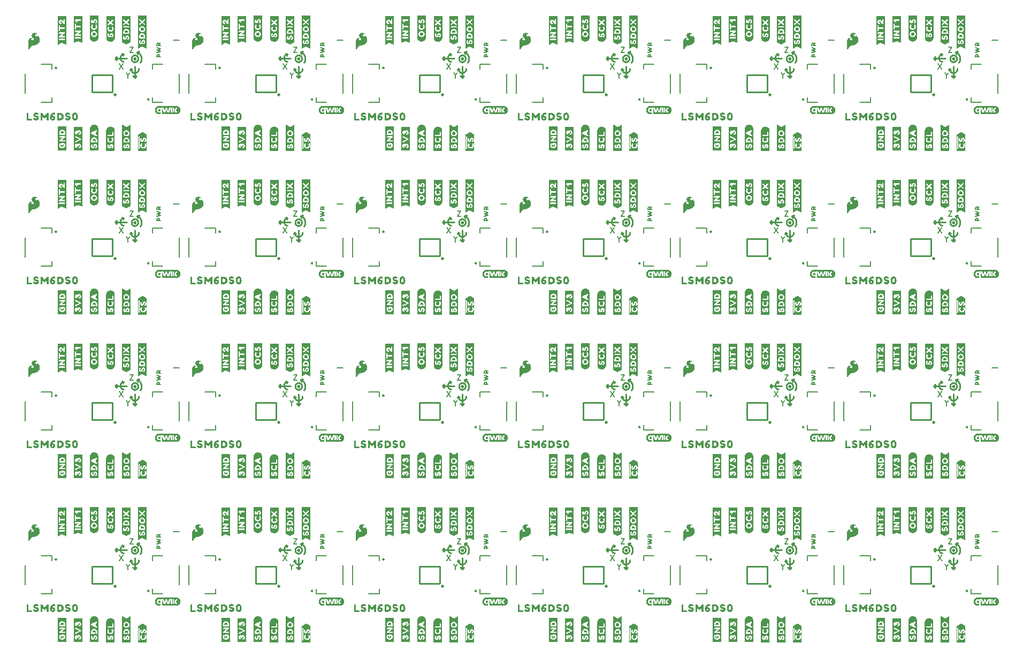
<source format=gto>
G04 EAGLE Gerber RS-274X export*
G75*
%MOMM*%
%FSLAX34Y34*%
%LPD*%
%INSilkscreen Top*%
%IPPOS*%
%AMOC8*
5,1,8,0,0,1.08239X$1,22.5*%
G01*
%ADD10C,0.254000*%
%ADD11C,0.152400*%
%ADD12C,0.203200*%
%ADD13C,0.508000*%

G36*
X442738Y959306D02*
X442738Y959306D01*
X442749Y959300D01*
X448745Y962399D01*
X449322Y962591D01*
X456004Y959300D01*
X456005Y959300D01*
X456005Y959299D01*
X456007Y959300D01*
X456063Y959311D01*
X456059Y959328D01*
X456075Y959336D01*
X456175Y959936D01*
X456172Y959941D01*
X456175Y959944D01*
X456175Y1011344D01*
X456139Y1011391D01*
X456135Y1011388D01*
X456133Y1011393D01*
X455433Y1011493D01*
X455428Y1011490D01*
X455426Y1011493D01*
X442626Y1011493D01*
X442579Y1011457D01*
X442582Y1011453D01*
X442577Y1011451D01*
X442477Y1010751D01*
X442480Y1010746D01*
X442477Y1010744D01*
X442477Y959844D01*
X442485Y959833D01*
X442480Y959826D01*
X442680Y959326D01*
X442731Y959295D01*
X442738Y959306D01*
G37*
G36*
X701818Y959306D02*
X701818Y959306D01*
X701829Y959300D01*
X707825Y962399D01*
X708402Y962591D01*
X715084Y959300D01*
X715085Y959300D01*
X715085Y959299D01*
X715087Y959300D01*
X715143Y959311D01*
X715139Y959328D01*
X715155Y959336D01*
X715255Y959936D01*
X715252Y959941D01*
X715255Y959944D01*
X715255Y1011344D01*
X715219Y1011391D01*
X715215Y1011388D01*
X715213Y1011393D01*
X714513Y1011493D01*
X714508Y1011490D01*
X714506Y1011493D01*
X701706Y1011493D01*
X701659Y1011457D01*
X701662Y1011453D01*
X701657Y1011451D01*
X701557Y1010751D01*
X701560Y1010746D01*
X701557Y1010744D01*
X701557Y959844D01*
X701565Y959833D01*
X701560Y959826D01*
X701760Y959326D01*
X701811Y959295D01*
X701818Y959306D01*
G37*
G36*
X183658Y959306D02*
X183658Y959306D01*
X183669Y959300D01*
X189665Y962399D01*
X190242Y962591D01*
X196924Y959300D01*
X196925Y959300D01*
X196925Y959299D01*
X196927Y959300D01*
X196983Y959311D01*
X196979Y959328D01*
X196995Y959336D01*
X197095Y959936D01*
X197092Y959941D01*
X197095Y959944D01*
X197095Y1011344D01*
X197059Y1011391D01*
X197055Y1011388D01*
X197053Y1011393D01*
X196353Y1011493D01*
X196348Y1011490D01*
X196346Y1011493D01*
X183546Y1011493D01*
X183499Y1011457D01*
X183502Y1011453D01*
X183497Y1011451D01*
X183397Y1010751D01*
X183400Y1010746D01*
X183397Y1010744D01*
X183397Y959844D01*
X183405Y959833D01*
X183400Y959826D01*
X183600Y959326D01*
X183651Y959295D01*
X183658Y959306D01*
G37*
G36*
X1479058Y959306D02*
X1479058Y959306D01*
X1479069Y959300D01*
X1485065Y962399D01*
X1485642Y962591D01*
X1492324Y959300D01*
X1492325Y959300D01*
X1492325Y959299D01*
X1492327Y959300D01*
X1492383Y959311D01*
X1492379Y959328D01*
X1492395Y959336D01*
X1492495Y959936D01*
X1492492Y959941D01*
X1492495Y959944D01*
X1492495Y1011344D01*
X1492459Y1011391D01*
X1492455Y1011388D01*
X1492453Y1011393D01*
X1491753Y1011493D01*
X1491748Y1011490D01*
X1491746Y1011493D01*
X1478946Y1011493D01*
X1478899Y1011457D01*
X1478902Y1011453D01*
X1478897Y1011451D01*
X1478797Y1010751D01*
X1478800Y1010746D01*
X1478797Y1010744D01*
X1478797Y959844D01*
X1478805Y959833D01*
X1478800Y959826D01*
X1479000Y959326D01*
X1479051Y959295D01*
X1479058Y959306D01*
G37*
G36*
X960898Y959306D02*
X960898Y959306D01*
X960909Y959300D01*
X966905Y962399D01*
X967482Y962591D01*
X974164Y959300D01*
X974165Y959300D01*
X974165Y959299D01*
X974167Y959300D01*
X974223Y959311D01*
X974219Y959328D01*
X974235Y959336D01*
X974335Y959936D01*
X974332Y959941D01*
X974335Y959944D01*
X974335Y1011344D01*
X974299Y1011391D01*
X974295Y1011388D01*
X974293Y1011393D01*
X973593Y1011493D01*
X973588Y1011490D01*
X973586Y1011493D01*
X960786Y1011493D01*
X960739Y1011457D01*
X960742Y1011453D01*
X960737Y1011451D01*
X960637Y1010751D01*
X960640Y1010746D01*
X960637Y1010744D01*
X960637Y959844D01*
X960645Y959833D01*
X960640Y959826D01*
X960840Y959326D01*
X960891Y959295D01*
X960898Y959306D01*
G37*
G36*
X1219978Y959306D02*
X1219978Y959306D01*
X1219989Y959300D01*
X1225985Y962399D01*
X1226562Y962591D01*
X1233244Y959300D01*
X1233245Y959300D01*
X1233245Y959299D01*
X1233247Y959300D01*
X1233303Y959311D01*
X1233299Y959328D01*
X1233315Y959336D01*
X1233415Y959936D01*
X1233412Y959941D01*
X1233415Y959944D01*
X1233415Y1011344D01*
X1233379Y1011391D01*
X1233375Y1011388D01*
X1233373Y1011393D01*
X1232673Y1011493D01*
X1232668Y1011490D01*
X1232666Y1011493D01*
X1219866Y1011493D01*
X1219819Y1011457D01*
X1219822Y1011453D01*
X1219817Y1011451D01*
X1219717Y1010751D01*
X1219720Y1010746D01*
X1219717Y1010744D01*
X1219717Y959844D01*
X1219725Y959833D01*
X1219720Y959826D01*
X1219920Y959326D01*
X1219971Y959295D01*
X1219978Y959306D01*
G37*
G36*
X701818Y441146D02*
X701818Y441146D01*
X701829Y441140D01*
X707825Y444239D01*
X708402Y444431D01*
X715084Y441140D01*
X715085Y441140D01*
X715085Y441139D01*
X715087Y441140D01*
X715143Y441151D01*
X715139Y441168D01*
X715155Y441176D01*
X715255Y441776D01*
X715252Y441781D01*
X715255Y441784D01*
X715255Y493184D01*
X715219Y493231D01*
X715215Y493228D01*
X715213Y493233D01*
X714513Y493333D01*
X714508Y493330D01*
X714506Y493333D01*
X701706Y493333D01*
X701659Y493297D01*
X701662Y493293D01*
X701657Y493291D01*
X701557Y492591D01*
X701560Y492586D01*
X701557Y492584D01*
X701557Y441684D01*
X701565Y441673D01*
X701560Y441666D01*
X701760Y441166D01*
X701811Y441135D01*
X701818Y441146D01*
G37*
G36*
X442738Y182066D02*
X442738Y182066D01*
X442749Y182060D01*
X448745Y185159D01*
X449322Y185351D01*
X456004Y182060D01*
X456005Y182060D01*
X456005Y182059D01*
X456007Y182060D01*
X456063Y182071D01*
X456059Y182088D01*
X456075Y182096D01*
X456175Y182696D01*
X456172Y182701D01*
X456175Y182704D01*
X456175Y234104D01*
X456139Y234151D01*
X456135Y234148D01*
X456133Y234153D01*
X455433Y234253D01*
X455428Y234250D01*
X455426Y234253D01*
X442626Y234253D01*
X442579Y234217D01*
X442582Y234213D01*
X442577Y234211D01*
X442477Y233511D01*
X442480Y233506D01*
X442477Y233504D01*
X442477Y182604D01*
X442485Y182593D01*
X442480Y182586D01*
X442680Y182086D01*
X442731Y182055D01*
X442738Y182066D01*
G37*
G36*
X183658Y700226D02*
X183658Y700226D01*
X183669Y700220D01*
X189665Y703319D01*
X190242Y703511D01*
X196924Y700220D01*
X196925Y700220D01*
X196925Y700219D01*
X196927Y700220D01*
X196983Y700231D01*
X196979Y700248D01*
X196995Y700256D01*
X197095Y700856D01*
X197092Y700861D01*
X197095Y700864D01*
X197095Y752264D01*
X197059Y752311D01*
X197055Y752308D01*
X197053Y752313D01*
X196353Y752413D01*
X196348Y752410D01*
X196346Y752413D01*
X183546Y752413D01*
X183499Y752377D01*
X183502Y752373D01*
X183497Y752371D01*
X183397Y751671D01*
X183400Y751666D01*
X183397Y751664D01*
X183397Y700764D01*
X183405Y700753D01*
X183400Y700746D01*
X183600Y700246D01*
X183651Y700215D01*
X183658Y700226D01*
G37*
G36*
X442738Y700226D02*
X442738Y700226D01*
X442749Y700220D01*
X448745Y703319D01*
X449322Y703511D01*
X456004Y700220D01*
X456005Y700220D01*
X456005Y700219D01*
X456007Y700220D01*
X456063Y700231D01*
X456059Y700248D01*
X456075Y700256D01*
X456175Y700856D01*
X456172Y700861D01*
X456175Y700864D01*
X456175Y752264D01*
X456139Y752311D01*
X456135Y752308D01*
X456133Y752313D01*
X455433Y752413D01*
X455428Y752410D01*
X455426Y752413D01*
X442626Y752413D01*
X442579Y752377D01*
X442582Y752373D01*
X442577Y752371D01*
X442477Y751671D01*
X442480Y751666D01*
X442477Y751664D01*
X442477Y700764D01*
X442485Y700753D01*
X442480Y700746D01*
X442680Y700246D01*
X442731Y700215D01*
X442738Y700226D01*
G37*
G36*
X960898Y700226D02*
X960898Y700226D01*
X960909Y700220D01*
X966905Y703319D01*
X967482Y703511D01*
X974164Y700220D01*
X974165Y700220D01*
X974165Y700219D01*
X974167Y700220D01*
X974223Y700231D01*
X974219Y700248D01*
X974235Y700256D01*
X974335Y700856D01*
X974332Y700861D01*
X974335Y700864D01*
X974335Y752264D01*
X974299Y752311D01*
X974295Y752308D01*
X974293Y752313D01*
X973593Y752413D01*
X973588Y752410D01*
X973586Y752413D01*
X960786Y752413D01*
X960739Y752377D01*
X960742Y752373D01*
X960737Y752371D01*
X960637Y751671D01*
X960640Y751666D01*
X960637Y751664D01*
X960637Y700764D01*
X960645Y700753D01*
X960640Y700746D01*
X960840Y700246D01*
X960891Y700215D01*
X960898Y700226D01*
G37*
G36*
X1219978Y700226D02*
X1219978Y700226D01*
X1219989Y700220D01*
X1225985Y703319D01*
X1226562Y703511D01*
X1233244Y700220D01*
X1233245Y700220D01*
X1233245Y700219D01*
X1233247Y700220D01*
X1233303Y700231D01*
X1233299Y700248D01*
X1233315Y700256D01*
X1233415Y700856D01*
X1233412Y700861D01*
X1233415Y700864D01*
X1233415Y752264D01*
X1233379Y752311D01*
X1233375Y752308D01*
X1233373Y752313D01*
X1232673Y752413D01*
X1232668Y752410D01*
X1232666Y752413D01*
X1219866Y752413D01*
X1219819Y752377D01*
X1219822Y752373D01*
X1219817Y752371D01*
X1219717Y751671D01*
X1219720Y751666D01*
X1219717Y751664D01*
X1219717Y700764D01*
X1219725Y700753D01*
X1219720Y700746D01*
X1219920Y700246D01*
X1219971Y700215D01*
X1219978Y700226D01*
G37*
G36*
X960898Y441146D02*
X960898Y441146D01*
X960909Y441140D01*
X966905Y444239D01*
X967482Y444431D01*
X974164Y441140D01*
X974165Y441140D01*
X974165Y441139D01*
X974167Y441140D01*
X974223Y441151D01*
X974219Y441168D01*
X974235Y441176D01*
X974335Y441776D01*
X974332Y441781D01*
X974335Y441784D01*
X974335Y493184D01*
X974299Y493231D01*
X974295Y493228D01*
X974293Y493233D01*
X973593Y493333D01*
X973588Y493330D01*
X973586Y493333D01*
X960786Y493333D01*
X960739Y493297D01*
X960742Y493293D01*
X960737Y493291D01*
X960637Y492591D01*
X960640Y492586D01*
X960637Y492584D01*
X960637Y441684D01*
X960645Y441673D01*
X960640Y441666D01*
X960840Y441166D01*
X960891Y441135D01*
X960898Y441146D01*
G37*
G36*
X442738Y441146D02*
X442738Y441146D01*
X442749Y441140D01*
X448745Y444239D01*
X449322Y444431D01*
X456004Y441140D01*
X456005Y441140D01*
X456005Y441139D01*
X456007Y441140D01*
X456063Y441151D01*
X456059Y441168D01*
X456075Y441176D01*
X456175Y441776D01*
X456172Y441781D01*
X456175Y441784D01*
X456175Y493184D01*
X456139Y493231D01*
X456135Y493228D01*
X456133Y493233D01*
X455433Y493333D01*
X455428Y493330D01*
X455426Y493333D01*
X442626Y493333D01*
X442579Y493297D01*
X442582Y493293D01*
X442577Y493291D01*
X442477Y492591D01*
X442480Y492586D01*
X442477Y492584D01*
X442477Y441684D01*
X442485Y441673D01*
X442480Y441666D01*
X442680Y441166D01*
X442731Y441135D01*
X442738Y441146D01*
G37*
G36*
X1219978Y441146D02*
X1219978Y441146D01*
X1219989Y441140D01*
X1225985Y444239D01*
X1226562Y444431D01*
X1233244Y441140D01*
X1233245Y441140D01*
X1233245Y441139D01*
X1233247Y441140D01*
X1233303Y441151D01*
X1233299Y441168D01*
X1233315Y441176D01*
X1233415Y441776D01*
X1233412Y441781D01*
X1233415Y441784D01*
X1233415Y493184D01*
X1233379Y493231D01*
X1233375Y493228D01*
X1233373Y493233D01*
X1232673Y493333D01*
X1232668Y493330D01*
X1232666Y493333D01*
X1219866Y493333D01*
X1219819Y493297D01*
X1219822Y493293D01*
X1219817Y493291D01*
X1219717Y492591D01*
X1219720Y492586D01*
X1219717Y492584D01*
X1219717Y441684D01*
X1219725Y441673D01*
X1219720Y441666D01*
X1219920Y441166D01*
X1219971Y441135D01*
X1219978Y441146D01*
G37*
G36*
X183658Y441146D02*
X183658Y441146D01*
X183669Y441140D01*
X189665Y444239D01*
X190242Y444431D01*
X196924Y441140D01*
X196925Y441140D01*
X196925Y441139D01*
X196927Y441140D01*
X196983Y441151D01*
X196979Y441168D01*
X196995Y441176D01*
X197095Y441776D01*
X197092Y441781D01*
X197095Y441784D01*
X197095Y493184D01*
X197059Y493231D01*
X197055Y493228D01*
X197053Y493233D01*
X196353Y493333D01*
X196348Y493330D01*
X196346Y493333D01*
X183546Y493333D01*
X183499Y493297D01*
X183502Y493293D01*
X183497Y493291D01*
X183397Y492591D01*
X183400Y492586D01*
X183397Y492584D01*
X183397Y441684D01*
X183405Y441673D01*
X183400Y441666D01*
X183600Y441166D01*
X183651Y441135D01*
X183658Y441146D01*
G37*
G36*
X1479058Y441146D02*
X1479058Y441146D01*
X1479069Y441140D01*
X1485065Y444239D01*
X1485642Y444431D01*
X1492324Y441140D01*
X1492325Y441140D01*
X1492325Y441139D01*
X1492327Y441140D01*
X1492383Y441151D01*
X1492379Y441168D01*
X1492395Y441176D01*
X1492495Y441776D01*
X1492492Y441781D01*
X1492495Y441784D01*
X1492495Y493184D01*
X1492459Y493231D01*
X1492455Y493228D01*
X1492453Y493233D01*
X1491753Y493333D01*
X1491748Y493330D01*
X1491746Y493333D01*
X1478946Y493333D01*
X1478899Y493297D01*
X1478902Y493293D01*
X1478897Y493291D01*
X1478797Y492591D01*
X1478800Y492586D01*
X1478797Y492584D01*
X1478797Y441684D01*
X1478805Y441673D01*
X1478800Y441666D01*
X1479000Y441166D01*
X1479051Y441135D01*
X1479058Y441146D01*
G37*
G36*
X183658Y182066D02*
X183658Y182066D01*
X183669Y182060D01*
X189665Y185159D01*
X190242Y185351D01*
X196924Y182060D01*
X196925Y182060D01*
X196925Y182059D01*
X196927Y182060D01*
X196983Y182071D01*
X196979Y182088D01*
X196995Y182096D01*
X197095Y182696D01*
X197092Y182701D01*
X197095Y182704D01*
X197095Y234104D01*
X197059Y234151D01*
X197055Y234148D01*
X197053Y234153D01*
X196353Y234253D01*
X196348Y234250D01*
X196346Y234253D01*
X183546Y234253D01*
X183499Y234217D01*
X183502Y234213D01*
X183497Y234211D01*
X183397Y233511D01*
X183400Y233506D01*
X183397Y233504D01*
X183397Y182604D01*
X183405Y182593D01*
X183400Y182586D01*
X183600Y182086D01*
X183651Y182055D01*
X183658Y182066D01*
G37*
G36*
X701818Y700226D02*
X701818Y700226D01*
X701829Y700220D01*
X707825Y703319D01*
X708402Y703511D01*
X715084Y700220D01*
X715085Y700220D01*
X715085Y700219D01*
X715087Y700220D01*
X715143Y700231D01*
X715139Y700248D01*
X715155Y700256D01*
X715255Y700856D01*
X715252Y700861D01*
X715255Y700864D01*
X715255Y752264D01*
X715219Y752311D01*
X715215Y752308D01*
X715213Y752313D01*
X714513Y752413D01*
X714508Y752410D01*
X714506Y752413D01*
X701706Y752413D01*
X701659Y752377D01*
X701662Y752373D01*
X701657Y752371D01*
X701557Y751671D01*
X701560Y751666D01*
X701557Y751664D01*
X701557Y700764D01*
X701565Y700753D01*
X701560Y700746D01*
X701760Y700246D01*
X701811Y700215D01*
X701818Y700226D01*
G37*
G36*
X1219978Y182066D02*
X1219978Y182066D01*
X1219989Y182060D01*
X1225985Y185159D01*
X1226562Y185351D01*
X1233244Y182060D01*
X1233245Y182060D01*
X1233245Y182059D01*
X1233247Y182060D01*
X1233303Y182071D01*
X1233299Y182088D01*
X1233315Y182096D01*
X1233415Y182696D01*
X1233412Y182701D01*
X1233415Y182704D01*
X1233415Y234104D01*
X1233379Y234151D01*
X1233375Y234148D01*
X1233373Y234153D01*
X1232673Y234253D01*
X1232668Y234250D01*
X1232666Y234253D01*
X1219866Y234253D01*
X1219819Y234217D01*
X1219822Y234213D01*
X1219817Y234211D01*
X1219717Y233511D01*
X1219720Y233506D01*
X1219717Y233504D01*
X1219717Y182604D01*
X1219725Y182593D01*
X1219720Y182586D01*
X1219920Y182086D01*
X1219971Y182055D01*
X1219978Y182066D01*
G37*
G36*
X701818Y182066D02*
X701818Y182066D01*
X701829Y182060D01*
X707825Y185159D01*
X708402Y185351D01*
X715084Y182060D01*
X715085Y182060D01*
X715085Y182059D01*
X715087Y182060D01*
X715143Y182071D01*
X715139Y182088D01*
X715155Y182096D01*
X715255Y182696D01*
X715252Y182701D01*
X715255Y182704D01*
X715255Y234104D01*
X715219Y234151D01*
X715215Y234148D01*
X715213Y234153D01*
X714513Y234253D01*
X714508Y234250D01*
X714506Y234253D01*
X701706Y234253D01*
X701659Y234217D01*
X701662Y234213D01*
X701657Y234211D01*
X701557Y233511D01*
X701560Y233506D01*
X701557Y233504D01*
X701557Y182604D01*
X701565Y182593D01*
X701560Y182586D01*
X701760Y182086D01*
X701811Y182055D01*
X701818Y182066D01*
G37*
G36*
X1479058Y182066D02*
X1479058Y182066D01*
X1479069Y182060D01*
X1485065Y185159D01*
X1485642Y185351D01*
X1492324Y182060D01*
X1492325Y182060D01*
X1492325Y182059D01*
X1492327Y182060D01*
X1492383Y182071D01*
X1492379Y182088D01*
X1492395Y182096D01*
X1492495Y182696D01*
X1492492Y182701D01*
X1492495Y182704D01*
X1492495Y234104D01*
X1492459Y234151D01*
X1492455Y234148D01*
X1492453Y234153D01*
X1491753Y234253D01*
X1491748Y234250D01*
X1491746Y234253D01*
X1478946Y234253D01*
X1478899Y234217D01*
X1478902Y234213D01*
X1478897Y234211D01*
X1478797Y233511D01*
X1478800Y233506D01*
X1478797Y233504D01*
X1478797Y182604D01*
X1478805Y182593D01*
X1478800Y182586D01*
X1479000Y182086D01*
X1479051Y182055D01*
X1479058Y182066D01*
G37*
G36*
X960898Y182066D02*
X960898Y182066D01*
X960909Y182060D01*
X966905Y185159D01*
X967482Y185351D01*
X974164Y182060D01*
X974165Y182060D01*
X974165Y182059D01*
X974167Y182060D01*
X974223Y182071D01*
X974219Y182088D01*
X974235Y182096D01*
X974335Y182696D01*
X974332Y182701D01*
X974335Y182704D01*
X974335Y234104D01*
X974299Y234151D01*
X974295Y234148D01*
X974293Y234153D01*
X973593Y234253D01*
X973588Y234250D01*
X973586Y234253D01*
X960786Y234253D01*
X960739Y234217D01*
X960742Y234213D01*
X960737Y234211D01*
X960637Y233511D01*
X960640Y233506D01*
X960637Y233504D01*
X960637Y182604D01*
X960645Y182593D01*
X960640Y182586D01*
X960840Y182086D01*
X960891Y182055D01*
X960898Y182066D01*
G37*
G36*
X1479058Y700226D02*
X1479058Y700226D01*
X1479069Y700220D01*
X1485065Y703319D01*
X1485642Y703511D01*
X1492324Y700220D01*
X1492325Y700220D01*
X1492325Y700219D01*
X1492327Y700220D01*
X1492383Y700231D01*
X1492379Y700248D01*
X1492395Y700256D01*
X1492495Y700856D01*
X1492492Y700861D01*
X1492495Y700864D01*
X1492495Y752264D01*
X1492459Y752311D01*
X1492455Y752308D01*
X1492453Y752313D01*
X1491753Y752413D01*
X1491748Y752410D01*
X1491746Y752413D01*
X1478946Y752413D01*
X1478899Y752377D01*
X1478902Y752373D01*
X1478897Y752371D01*
X1478797Y751671D01*
X1478800Y751666D01*
X1478797Y751664D01*
X1478797Y700764D01*
X1478805Y700753D01*
X1478800Y700746D01*
X1479000Y700246D01*
X1479051Y700215D01*
X1479058Y700226D01*
G37*
G36*
X1106356Y188253D02*
X1106356Y188253D01*
X1106407Y188270D01*
X1106401Y188287D01*
X1106415Y188298D01*
X1106415Y233598D01*
X1106379Y233645D01*
X1106372Y233640D01*
X1106366Y233647D01*
X1092766Y233647D01*
X1092719Y233611D01*
X1092724Y233604D01*
X1092717Y233598D01*
X1092717Y188598D01*
X1092733Y188577D01*
X1092731Y188563D01*
X1093031Y188263D01*
X1093086Y188256D01*
X1093089Y188254D01*
X1099081Y191350D01*
X1099758Y191447D01*
X1105744Y188454D01*
X1105749Y188455D01*
X1105750Y188451D01*
X1106350Y188251D01*
X1106352Y188252D01*
X1106353Y188251D01*
X1106356Y188253D01*
G37*
G36*
X588196Y188253D02*
X588196Y188253D01*
X588247Y188270D01*
X588241Y188287D01*
X588255Y188298D01*
X588255Y233598D01*
X588219Y233645D01*
X588212Y233640D01*
X588206Y233647D01*
X574606Y233647D01*
X574559Y233611D01*
X574564Y233604D01*
X574557Y233598D01*
X574557Y188598D01*
X574573Y188577D01*
X574571Y188563D01*
X574871Y188263D01*
X574926Y188256D01*
X574929Y188254D01*
X580921Y191350D01*
X581598Y191447D01*
X587584Y188454D01*
X587589Y188455D01*
X587590Y188451D01*
X588190Y188251D01*
X588192Y188252D01*
X588193Y188251D01*
X588196Y188253D01*
G37*
G36*
X847276Y188253D02*
X847276Y188253D01*
X847327Y188270D01*
X847321Y188287D01*
X847335Y188298D01*
X847335Y233598D01*
X847299Y233645D01*
X847292Y233640D01*
X847286Y233647D01*
X833686Y233647D01*
X833639Y233611D01*
X833644Y233604D01*
X833637Y233598D01*
X833637Y188598D01*
X833653Y188577D01*
X833651Y188563D01*
X833951Y188263D01*
X834006Y188256D01*
X834009Y188254D01*
X840001Y191350D01*
X840678Y191447D01*
X846664Y188454D01*
X846669Y188455D01*
X846670Y188451D01*
X847270Y188251D01*
X847272Y188252D01*
X847273Y188251D01*
X847276Y188253D01*
G37*
G36*
X1365436Y188253D02*
X1365436Y188253D01*
X1365487Y188270D01*
X1365481Y188287D01*
X1365495Y188298D01*
X1365495Y233598D01*
X1365459Y233645D01*
X1365452Y233640D01*
X1365446Y233647D01*
X1351846Y233647D01*
X1351799Y233611D01*
X1351804Y233604D01*
X1351797Y233598D01*
X1351797Y188598D01*
X1351813Y188577D01*
X1351811Y188563D01*
X1352111Y188263D01*
X1352166Y188256D01*
X1352169Y188254D01*
X1358161Y191350D01*
X1358838Y191447D01*
X1364824Y188454D01*
X1364829Y188455D01*
X1364830Y188451D01*
X1365430Y188251D01*
X1365432Y188252D01*
X1365433Y188251D01*
X1365436Y188253D01*
G37*
G36*
X1106356Y706413D02*
X1106356Y706413D01*
X1106407Y706430D01*
X1106401Y706447D01*
X1106415Y706458D01*
X1106415Y751758D01*
X1106379Y751805D01*
X1106372Y751800D01*
X1106366Y751807D01*
X1092766Y751807D01*
X1092719Y751771D01*
X1092724Y751764D01*
X1092717Y751758D01*
X1092717Y706758D01*
X1092733Y706737D01*
X1092731Y706723D01*
X1093031Y706423D01*
X1093086Y706416D01*
X1093089Y706414D01*
X1099081Y709510D01*
X1099758Y709607D01*
X1105744Y706614D01*
X1105749Y706615D01*
X1105750Y706611D01*
X1106350Y706411D01*
X1106352Y706412D01*
X1106353Y706411D01*
X1106356Y706413D01*
G37*
G36*
X847276Y706413D02*
X847276Y706413D01*
X847327Y706430D01*
X847321Y706447D01*
X847335Y706458D01*
X847335Y751758D01*
X847299Y751805D01*
X847292Y751800D01*
X847286Y751807D01*
X833686Y751807D01*
X833639Y751771D01*
X833644Y751764D01*
X833637Y751758D01*
X833637Y706758D01*
X833653Y706737D01*
X833651Y706723D01*
X833951Y706423D01*
X834006Y706416D01*
X834009Y706414D01*
X840001Y709510D01*
X840678Y709607D01*
X846664Y706614D01*
X846669Y706615D01*
X846670Y706611D01*
X847270Y706411D01*
X847272Y706412D01*
X847273Y706411D01*
X847276Y706413D01*
G37*
G36*
X70036Y706413D02*
X70036Y706413D01*
X70087Y706430D01*
X70081Y706447D01*
X70095Y706458D01*
X70095Y751758D01*
X70059Y751805D01*
X70052Y751800D01*
X70046Y751807D01*
X56446Y751807D01*
X56399Y751771D01*
X56404Y751764D01*
X56397Y751758D01*
X56397Y706758D01*
X56413Y706737D01*
X56411Y706723D01*
X56711Y706423D01*
X56766Y706416D01*
X56769Y706414D01*
X62761Y709510D01*
X63438Y709607D01*
X69424Y706614D01*
X69429Y706615D01*
X69430Y706611D01*
X70030Y706411D01*
X70032Y706412D01*
X70033Y706411D01*
X70036Y706413D01*
G37*
G36*
X1365436Y447333D02*
X1365436Y447333D01*
X1365487Y447350D01*
X1365481Y447367D01*
X1365495Y447378D01*
X1365495Y492678D01*
X1365459Y492725D01*
X1365452Y492720D01*
X1365446Y492727D01*
X1351846Y492727D01*
X1351799Y492691D01*
X1351804Y492684D01*
X1351797Y492678D01*
X1351797Y447678D01*
X1351813Y447657D01*
X1351811Y447643D01*
X1352111Y447343D01*
X1352166Y447336D01*
X1352169Y447334D01*
X1358161Y450430D01*
X1358838Y450527D01*
X1364824Y447534D01*
X1364829Y447535D01*
X1364830Y447531D01*
X1365430Y447331D01*
X1365432Y447332D01*
X1365433Y447331D01*
X1365436Y447333D01*
G37*
G36*
X1106356Y447333D02*
X1106356Y447333D01*
X1106407Y447350D01*
X1106401Y447367D01*
X1106415Y447378D01*
X1106415Y492678D01*
X1106379Y492725D01*
X1106372Y492720D01*
X1106366Y492727D01*
X1092766Y492727D01*
X1092719Y492691D01*
X1092724Y492684D01*
X1092717Y492678D01*
X1092717Y447678D01*
X1092733Y447657D01*
X1092731Y447643D01*
X1093031Y447343D01*
X1093086Y447336D01*
X1093089Y447334D01*
X1099081Y450430D01*
X1099758Y450527D01*
X1105744Y447534D01*
X1105749Y447535D01*
X1105750Y447531D01*
X1106350Y447331D01*
X1106352Y447332D01*
X1106353Y447331D01*
X1106356Y447333D01*
G37*
G36*
X588196Y447333D02*
X588196Y447333D01*
X588247Y447350D01*
X588241Y447367D01*
X588255Y447378D01*
X588255Y492678D01*
X588219Y492725D01*
X588212Y492720D01*
X588206Y492727D01*
X574606Y492727D01*
X574559Y492691D01*
X574564Y492684D01*
X574557Y492678D01*
X574557Y447678D01*
X574573Y447657D01*
X574571Y447643D01*
X574871Y447343D01*
X574926Y447336D01*
X574929Y447334D01*
X580921Y450430D01*
X581598Y450527D01*
X587584Y447534D01*
X587589Y447535D01*
X587590Y447531D01*
X588190Y447331D01*
X588192Y447332D01*
X588193Y447331D01*
X588196Y447333D01*
G37*
G36*
X329116Y965493D02*
X329116Y965493D01*
X329167Y965510D01*
X329161Y965527D01*
X329175Y965538D01*
X329175Y1010838D01*
X329139Y1010885D01*
X329132Y1010880D01*
X329126Y1010887D01*
X315526Y1010887D01*
X315479Y1010851D01*
X315484Y1010844D01*
X315477Y1010838D01*
X315477Y965838D01*
X315493Y965817D01*
X315491Y965803D01*
X315791Y965503D01*
X315846Y965496D01*
X315849Y965494D01*
X321841Y968590D01*
X322518Y968687D01*
X328504Y965694D01*
X328509Y965695D01*
X328510Y965691D01*
X329110Y965491D01*
X329112Y965492D01*
X329113Y965491D01*
X329116Y965493D01*
G37*
G36*
X1106356Y965493D02*
X1106356Y965493D01*
X1106407Y965510D01*
X1106401Y965527D01*
X1106415Y965538D01*
X1106415Y1010838D01*
X1106379Y1010885D01*
X1106372Y1010880D01*
X1106366Y1010887D01*
X1092766Y1010887D01*
X1092719Y1010851D01*
X1092724Y1010844D01*
X1092717Y1010838D01*
X1092717Y965838D01*
X1092733Y965817D01*
X1092731Y965803D01*
X1093031Y965503D01*
X1093086Y965496D01*
X1093089Y965494D01*
X1099081Y968590D01*
X1099758Y968687D01*
X1105744Y965694D01*
X1105749Y965695D01*
X1105750Y965691D01*
X1106350Y965491D01*
X1106352Y965492D01*
X1106353Y965491D01*
X1106356Y965493D01*
G37*
G36*
X588196Y965493D02*
X588196Y965493D01*
X588247Y965510D01*
X588241Y965527D01*
X588255Y965538D01*
X588255Y1010838D01*
X588219Y1010885D01*
X588212Y1010880D01*
X588206Y1010887D01*
X574606Y1010887D01*
X574559Y1010851D01*
X574564Y1010844D01*
X574557Y1010838D01*
X574557Y965838D01*
X574573Y965817D01*
X574571Y965803D01*
X574871Y965503D01*
X574926Y965496D01*
X574929Y965494D01*
X580921Y968590D01*
X581598Y968687D01*
X587584Y965694D01*
X587589Y965695D01*
X587590Y965691D01*
X588190Y965491D01*
X588192Y965492D01*
X588193Y965491D01*
X588196Y965493D01*
G37*
G36*
X70036Y965493D02*
X70036Y965493D01*
X70087Y965510D01*
X70081Y965527D01*
X70095Y965538D01*
X70095Y1010838D01*
X70059Y1010885D01*
X70052Y1010880D01*
X70046Y1010887D01*
X56446Y1010887D01*
X56399Y1010851D01*
X56404Y1010844D01*
X56397Y1010838D01*
X56397Y965838D01*
X56413Y965817D01*
X56411Y965803D01*
X56711Y965503D01*
X56766Y965496D01*
X56769Y965494D01*
X62761Y968590D01*
X63438Y968687D01*
X69424Y965694D01*
X69429Y965695D01*
X69430Y965691D01*
X70030Y965491D01*
X70032Y965492D01*
X70033Y965491D01*
X70036Y965493D01*
G37*
G36*
X1365436Y965493D02*
X1365436Y965493D01*
X1365487Y965510D01*
X1365481Y965527D01*
X1365495Y965538D01*
X1365495Y1010838D01*
X1365459Y1010885D01*
X1365452Y1010880D01*
X1365446Y1010887D01*
X1351846Y1010887D01*
X1351799Y1010851D01*
X1351804Y1010844D01*
X1351797Y1010838D01*
X1351797Y965838D01*
X1351813Y965817D01*
X1351811Y965803D01*
X1352111Y965503D01*
X1352166Y965496D01*
X1352169Y965494D01*
X1358161Y968590D01*
X1358838Y968687D01*
X1364824Y965694D01*
X1364829Y965695D01*
X1364830Y965691D01*
X1365430Y965491D01*
X1365432Y965492D01*
X1365433Y965491D01*
X1365436Y965493D01*
G37*
G36*
X329116Y188253D02*
X329116Y188253D01*
X329167Y188270D01*
X329161Y188287D01*
X329175Y188298D01*
X329175Y233598D01*
X329139Y233645D01*
X329132Y233640D01*
X329126Y233647D01*
X315526Y233647D01*
X315479Y233611D01*
X315484Y233604D01*
X315477Y233598D01*
X315477Y188598D01*
X315493Y188577D01*
X315491Y188563D01*
X315791Y188263D01*
X315846Y188256D01*
X315849Y188254D01*
X321841Y191350D01*
X322518Y191447D01*
X328504Y188454D01*
X328509Y188455D01*
X328510Y188451D01*
X329110Y188251D01*
X329112Y188252D01*
X329113Y188251D01*
X329116Y188253D01*
G37*
G36*
X70036Y188253D02*
X70036Y188253D01*
X70087Y188270D01*
X70081Y188287D01*
X70095Y188298D01*
X70095Y233598D01*
X70059Y233645D01*
X70052Y233640D01*
X70046Y233647D01*
X56446Y233647D01*
X56399Y233611D01*
X56404Y233604D01*
X56397Y233598D01*
X56397Y188598D01*
X56413Y188577D01*
X56411Y188563D01*
X56711Y188263D01*
X56766Y188256D01*
X56769Y188254D01*
X62761Y191350D01*
X63438Y191447D01*
X69424Y188454D01*
X69429Y188455D01*
X69430Y188451D01*
X70030Y188251D01*
X70032Y188252D01*
X70033Y188251D01*
X70036Y188253D01*
G37*
G36*
X329116Y706413D02*
X329116Y706413D01*
X329167Y706430D01*
X329161Y706447D01*
X329175Y706458D01*
X329175Y751758D01*
X329139Y751805D01*
X329132Y751800D01*
X329126Y751807D01*
X315526Y751807D01*
X315479Y751771D01*
X315484Y751764D01*
X315477Y751758D01*
X315477Y706758D01*
X315493Y706737D01*
X315491Y706723D01*
X315791Y706423D01*
X315846Y706416D01*
X315849Y706414D01*
X321841Y709510D01*
X322518Y709607D01*
X328504Y706614D01*
X328509Y706615D01*
X328510Y706611D01*
X329110Y706411D01*
X329112Y706412D01*
X329113Y706411D01*
X329116Y706413D01*
G37*
G36*
X847276Y447333D02*
X847276Y447333D01*
X847327Y447350D01*
X847321Y447367D01*
X847335Y447378D01*
X847335Y492678D01*
X847299Y492725D01*
X847292Y492720D01*
X847286Y492727D01*
X833686Y492727D01*
X833639Y492691D01*
X833644Y492684D01*
X833637Y492678D01*
X833637Y447678D01*
X833653Y447657D01*
X833651Y447643D01*
X833951Y447343D01*
X834006Y447336D01*
X834009Y447334D01*
X840001Y450430D01*
X840678Y450527D01*
X846664Y447534D01*
X846669Y447535D01*
X846670Y447531D01*
X847270Y447331D01*
X847272Y447332D01*
X847273Y447331D01*
X847276Y447333D01*
G37*
G36*
X329116Y447333D02*
X329116Y447333D01*
X329167Y447350D01*
X329161Y447367D01*
X329175Y447378D01*
X329175Y492678D01*
X329139Y492725D01*
X329132Y492720D01*
X329126Y492727D01*
X315526Y492727D01*
X315479Y492691D01*
X315484Y492684D01*
X315477Y492678D01*
X315477Y447678D01*
X315493Y447657D01*
X315491Y447643D01*
X315791Y447343D01*
X315846Y447336D01*
X315849Y447334D01*
X321841Y450430D01*
X322518Y450527D01*
X328504Y447534D01*
X328509Y447535D01*
X328510Y447531D01*
X329110Y447331D01*
X329112Y447332D01*
X329113Y447331D01*
X329116Y447333D01*
G37*
G36*
X70036Y447333D02*
X70036Y447333D01*
X70087Y447350D01*
X70081Y447367D01*
X70095Y447378D01*
X70095Y492678D01*
X70059Y492725D01*
X70052Y492720D01*
X70046Y492727D01*
X56446Y492727D01*
X56399Y492691D01*
X56404Y492684D01*
X56397Y492678D01*
X56397Y447678D01*
X56413Y447657D01*
X56411Y447643D01*
X56711Y447343D01*
X56766Y447336D01*
X56769Y447334D01*
X62761Y450430D01*
X63438Y450527D01*
X69424Y447534D01*
X69429Y447535D01*
X69430Y447531D01*
X70030Y447331D01*
X70032Y447332D01*
X70033Y447331D01*
X70036Y447333D01*
G37*
G36*
X847276Y965493D02*
X847276Y965493D01*
X847327Y965510D01*
X847321Y965527D01*
X847335Y965538D01*
X847335Y1010838D01*
X847299Y1010885D01*
X847292Y1010880D01*
X847286Y1010887D01*
X833686Y1010887D01*
X833639Y1010851D01*
X833644Y1010844D01*
X833637Y1010838D01*
X833637Y965838D01*
X833653Y965817D01*
X833651Y965803D01*
X833951Y965503D01*
X834006Y965496D01*
X834009Y965494D01*
X840001Y968590D01*
X840678Y968687D01*
X846664Y965694D01*
X846669Y965695D01*
X846670Y965691D01*
X847270Y965491D01*
X847272Y965492D01*
X847273Y965491D01*
X847276Y965493D01*
G37*
G36*
X588196Y706413D02*
X588196Y706413D01*
X588247Y706430D01*
X588241Y706447D01*
X588255Y706458D01*
X588255Y751758D01*
X588219Y751805D01*
X588212Y751800D01*
X588206Y751807D01*
X574606Y751807D01*
X574559Y751771D01*
X574564Y751764D01*
X574557Y751758D01*
X574557Y706758D01*
X574573Y706737D01*
X574571Y706723D01*
X574871Y706423D01*
X574926Y706416D01*
X574929Y706414D01*
X580921Y709510D01*
X581598Y709607D01*
X587584Y706614D01*
X587589Y706615D01*
X587590Y706611D01*
X588190Y706411D01*
X588192Y706412D01*
X588193Y706411D01*
X588196Y706413D01*
G37*
G36*
X1365436Y706413D02*
X1365436Y706413D01*
X1365487Y706430D01*
X1365481Y706447D01*
X1365495Y706458D01*
X1365495Y751758D01*
X1365459Y751805D01*
X1365452Y751800D01*
X1365446Y751807D01*
X1351846Y751807D01*
X1351799Y751771D01*
X1351804Y751764D01*
X1351797Y751758D01*
X1351797Y706758D01*
X1351813Y706737D01*
X1351811Y706723D01*
X1352111Y706423D01*
X1352166Y706416D01*
X1352169Y706414D01*
X1358161Y709510D01*
X1358838Y709607D01*
X1364824Y706614D01*
X1364829Y706615D01*
X1364830Y706611D01*
X1365430Y706411D01*
X1365432Y706412D01*
X1365433Y706411D01*
X1365436Y706413D01*
G37*
G36*
X165110Y188868D02*
X165110Y188868D01*
X165122Y188862D01*
X171822Y192262D01*
X171832Y192282D01*
X171844Y192291D01*
X171842Y192294D01*
X171849Y192298D01*
X171949Y192898D01*
X171946Y192903D01*
X171949Y192906D01*
X171949Y233506D01*
X171936Y233524D01*
X171939Y233536D01*
X171639Y233936D01*
X171608Y233945D01*
X171600Y233955D01*
X158700Y233955D01*
X158682Y233942D01*
X158670Y233945D01*
X158270Y233645D01*
X158262Y233614D01*
X158251Y233606D01*
X158251Y192806D01*
X158258Y192797D01*
X158253Y192790D01*
X158453Y192190D01*
X158475Y192175D01*
X158478Y192162D01*
X165078Y188862D01*
X165110Y188868D01*
G37*
G36*
X1460510Y966108D02*
X1460510Y966108D01*
X1460522Y966102D01*
X1467222Y969502D01*
X1467232Y969522D01*
X1467244Y969531D01*
X1467242Y969534D01*
X1467249Y969538D01*
X1467349Y970138D01*
X1467346Y970143D01*
X1467349Y970146D01*
X1467349Y1010746D01*
X1467336Y1010764D01*
X1467339Y1010776D01*
X1467039Y1011176D01*
X1467008Y1011185D01*
X1467000Y1011195D01*
X1454100Y1011195D01*
X1454082Y1011182D01*
X1454070Y1011185D01*
X1453670Y1010885D01*
X1453662Y1010854D01*
X1453651Y1010846D01*
X1453651Y970046D01*
X1453658Y970037D01*
X1453653Y970030D01*
X1453853Y969430D01*
X1453875Y969415D01*
X1453878Y969402D01*
X1460478Y966102D01*
X1460510Y966108D01*
G37*
G36*
X1201430Y966108D02*
X1201430Y966108D01*
X1201442Y966102D01*
X1208142Y969502D01*
X1208152Y969522D01*
X1208164Y969531D01*
X1208162Y969534D01*
X1208169Y969538D01*
X1208269Y970138D01*
X1208266Y970143D01*
X1208269Y970146D01*
X1208269Y1010746D01*
X1208256Y1010764D01*
X1208259Y1010776D01*
X1207959Y1011176D01*
X1207928Y1011185D01*
X1207920Y1011195D01*
X1195020Y1011195D01*
X1195002Y1011182D01*
X1194990Y1011185D01*
X1194590Y1010885D01*
X1194582Y1010854D01*
X1194571Y1010846D01*
X1194571Y970046D01*
X1194578Y970037D01*
X1194573Y970030D01*
X1194773Y969430D01*
X1194795Y969415D01*
X1194798Y969402D01*
X1201398Y966102D01*
X1201430Y966108D01*
G37*
G36*
X683270Y966108D02*
X683270Y966108D01*
X683282Y966102D01*
X689982Y969502D01*
X689992Y969522D01*
X690004Y969531D01*
X690002Y969534D01*
X690009Y969538D01*
X690109Y970138D01*
X690106Y970143D01*
X690109Y970146D01*
X690109Y1010746D01*
X690096Y1010764D01*
X690099Y1010776D01*
X689799Y1011176D01*
X689768Y1011185D01*
X689760Y1011195D01*
X676860Y1011195D01*
X676842Y1011182D01*
X676830Y1011185D01*
X676430Y1010885D01*
X676422Y1010854D01*
X676411Y1010846D01*
X676411Y970046D01*
X676418Y970037D01*
X676413Y970030D01*
X676613Y969430D01*
X676635Y969415D01*
X676638Y969402D01*
X683238Y966102D01*
X683270Y966108D01*
G37*
G36*
X942350Y966108D02*
X942350Y966108D01*
X942362Y966102D01*
X949062Y969502D01*
X949072Y969522D01*
X949084Y969531D01*
X949082Y969534D01*
X949089Y969538D01*
X949189Y970138D01*
X949186Y970143D01*
X949189Y970146D01*
X949189Y1010746D01*
X949176Y1010764D01*
X949179Y1010776D01*
X948879Y1011176D01*
X948848Y1011185D01*
X948840Y1011195D01*
X935940Y1011195D01*
X935922Y1011182D01*
X935910Y1011185D01*
X935510Y1010885D01*
X935502Y1010854D01*
X935491Y1010846D01*
X935491Y970046D01*
X935498Y970037D01*
X935493Y970030D01*
X935693Y969430D01*
X935715Y969415D01*
X935718Y969402D01*
X942318Y966102D01*
X942350Y966108D01*
G37*
G36*
X165110Y966108D02*
X165110Y966108D01*
X165122Y966102D01*
X171822Y969502D01*
X171832Y969522D01*
X171844Y969531D01*
X171842Y969534D01*
X171849Y969538D01*
X171949Y970138D01*
X171946Y970143D01*
X171949Y970146D01*
X171949Y1010746D01*
X171936Y1010764D01*
X171939Y1010776D01*
X171639Y1011176D01*
X171608Y1011185D01*
X171600Y1011195D01*
X158700Y1011195D01*
X158682Y1011182D01*
X158670Y1011185D01*
X158270Y1010885D01*
X158262Y1010854D01*
X158251Y1010846D01*
X158251Y970046D01*
X158258Y970037D01*
X158253Y970030D01*
X158453Y969430D01*
X158475Y969415D01*
X158478Y969402D01*
X165078Y966102D01*
X165110Y966108D01*
G37*
G36*
X424190Y966108D02*
X424190Y966108D01*
X424202Y966102D01*
X430902Y969502D01*
X430912Y969522D01*
X430924Y969531D01*
X430922Y969534D01*
X430929Y969538D01*
X431029Y970138D01*
X431026Y970143D01*
X431029Y970146D01*
X431029Y1010746D01*
X431016Y1010764D01*
X431019Y1010776D01*
X430719Y1011176D01*
X430688Y1011185D01*
X430680Y1011195D01*
X417780Y1011195D01*
X417762Y1011182D01*
X417750Y1011185D01*
X417350Y1010885D01*
X417342Y1010854D01*
X417331Y1010846D01*
X417331Y970046D01*
X417338Y970037D01*
X417333Y970030D01*
X417533Y969430D01*
X417555Y969415D01*
X417558Y969402D01*
X424158Y966102D01*
X424190Y966108D01*
G37*
G36*
X942350Y188868D02*
X942350Y188868D01*
X942362Y188862D01*
X949062Y192262D01*
X949072Y192282D01*
X949084Y192291D01*
X949082Y192294D01*
X949089Y192298D01*
X949189Y192898D01*
X949186Y192903D01*
X949189Y192906D01*
X949189Y233506D01*
X949176Y233524D01*
X949179Y233536D01*
X948879Y233936D01*
X948848Y233945D01*
X948840Y233955D01*
X935940Y233955D01*
X935922Y233942D01*
X935910Y233945D01*
X935510Y233645D01*
X935502Y233614D01*
X935491Y233606D01*
X935491Y192806D01*
X935498Y192797D01*
X935493Y192790D01*
X935693Y192190D01*
X935715Y192175D01*
X935718Y192162D01*
X942318Y188862D01*
X942350Y188868D01*
G37*
G36*
X1460510Y707028D02*
X1460510Y707028D01*
X1460522Y707022D01*
X1467222Y710422D01*
X1467232Y710442D01*
X1467244Y710451D01*
X1467242Y710454D01*
X1467249Y710458D01*
X1467349Y711058D01*
X1467346Y711063D01*
X1467349Y711066D01*
X1467349Y751666D01*
X1467336Y751684D01*
X1467339Y751696D01*
X1467039Y752096D01*
X1467008Y752105D01*
X1467000Y752115D01*
X1454100Y752115D01*
X1454082Y752102D01*
X1454070Y752105D01*
X1453670Y751805D01*
X1453662Y751774D01*
X1453651Y751766D01*
X1453651Y710966D01*
X1453658Y710957D01*
X1453653Y710950D01*
X1453853Y710350D01*
X1453875Y710335D01*
X1453878Y710322D01*
X1460478Y707022D01*
X1460510Y707028D01*
G37*
G36*
X683270Y707028D02*
X683270Y707028D01*
X683282Y707022D01*
X689982Y710422D01*
X689992Y710442D01*
X690004Y710451D01*
X690002Y710454D01*
X690009Y710458D01*
X690109Y711058D01*
X690106Y711063D01*
X690109Y711066D01*
X690109Y751666D01*
X690096Y751684D01*
X690099Y751696D01*
X689799Y752096D01*
X689768Y752105D01*
X689760Y752115D01*
X676860Y752115D01*
X676842Y752102D01*
X676830Y752105D01*
X676430Y751805D01*
X676422Y751774D01*
X676411Y751766D01*
X676411Y710966D01*
X676418Y710957D01*
X676413Y710950D01*
X676613Y710350D01*
X676635Y710335D01*
X676638Y710322D01*
X683238Y707022D01*
X683270Y707028D01*
G37*
G36*
X424190Y707028D02*
X424190Y707028D01*
X424202Y707022D01*
X430902Y710422D01*
X430912Y710442D01*
X430924Y710451D01*
X430922Y710454D01*
X430929Y710458D01*
X431029Y711058D01*
X431026Y711063D01*
X431029Y711066D01*
X431029Y751666D01*
X431016Y751684D01*
X431019Y751696D01*
X430719Y752096D01*
X430688Y752105D01*
X430680Y752115D01*
X417780Y752115D01*
X417762Y752102D01*
X417750Y752105D01*
X417350Y751805D01*
X417342Y751774D01*
X417331Y751766D01*
X417331Y710966D01*
X417338Y710957D01*
X417333Y710950D01*
X417533Y710350D01*
X417555Y710335D01*
X417558Y710322D01*
X424158Y707022D01*
X424190Y707028D01*
G37*
G36*
X1201430Y707028D02*
X1201430Y707028D01*
X1201442Y707022D01*
X1208142Y710422D01*
X1208152Y710442D01*
X1208164Y710451D01*
X1208162Y710454D01*
X1208169Y710458D01*
X1208269Y711058D01*
X1208266Y711063D01*
X1208269Y711066D01*
X1208269Y751666D01*
X1208256Y751684D01*
X1208259Y751696D01*
X1207959Y752096D01*
X1207928Y752105D01*
X1207920Y752115D01*
X1195020Y752115D01*
X1195002Y752102D01*
X1194990Y752105D01*
X1194590Y751805D01*
X1194582Y751774D01*
X1194571Y751766D01*
X1194571Y710966D01*
X1194578Y710957D01*
X1194573Y710950D01*
X1194773Y710350D01*
X1194795Y710335D01*
X1194798Y710322D01*
X1201398Y707022D01*
X1201430Y707028D01*
G37*
G36*
X1201430Y447948D02*
X1201430Y447948D01*
X1201442Y447942D01*
X1208142Y451342D01*
X1208152Y451362D01*
X1208164Y451371D01*
X1208162Y451374D01*
X1208169Y451378D01*
X1208269Y451978D01*
X1208266Y451983D01*
X1208269Y451986D01*
X1208269Y492586D01*
X1208256Y492604D01*
X1208259Y492616D01*
X1207959Y493016D01*
X1207928Y493025D01*
X1207920Y493035D01*
X1195020Y493035D01*
X1195002Y493022D01*
X1194990Y493025D01*
X1194590Y492725D01*
X1194582Y492694D01*
X1194571Y492686D01*
X1194571Y451886D01*
X1194578Y451877D01*
X1194573Y451870D01*
X1194773Y451270D01*
X1194795Y451255D01*
X1194798Y451242D01*
X1201398Y447942D01*
X1201430Y447948D01*
G37*
G36*
X942350Y447948D02*
X942350Y447948D01*
X942362Y447942D01*
X949062Y451342D01*
X949072Y451362D01*
X949084Y451371D01*
X949082Y451374D01*
X949089Y451378D01*
X949189Y451978D01*
X949186Y451983D01*
X949189Y451986D01*
X949189Y492586D01*
X949176Y492604D01*
X949179Y492616D01*
X948879Y493016D01*
X948848Y493025D01*
X948840Y493035D01*
X935940Y493035D01*
X935922Y493022D01*
X935910Y493025D01*
X935510Y492725D01*
X935502Y492694D01*
X935491Y492686D01*
X935491Y451886D01*
X935498Y451877D01*
X935493Y451870D01*
X935693Y451270D01*
X935715Y451255D01*
X935718Y451242D01*
X942318Y447942D01*
X942350Y447948D01*
G37*
G36*
X165110Y447948D02*
X165110Y447948D01*
X165122Y447942D01*
X171822Y451342D01*
X171832Y451362D01*
X171844Y451371D01*
X171842Y451374D01*
X171849Y451378D01*
X171949Y451978D01*
X171946Y451983D01*
X171949Y451986D01*
X171949Y492586D01*
X171936Y492604D01*
X171939Y492616D01*
X171639Y493016D01*
X171608Y493025D01*
X171600Y493035D01*
X158700Y493035D01*
X158682Y493022D01*
X158670Y493025D01*
X158270Y492725D01*
X158262Y492694D01*
X158251Y492686D01*
X158251Y451886D01*
X158258Y451877D01*
X158253Y451870D01*
X158453Y451270D01*
X158475Y451255D01*
X158478Y451242D01*
X165078Y447942D01*
X165110Y447948D01*
G37*
G36*
X683270Y447948D02*
X683270Y447948D01*
X683282Y447942D01*
X689982Y451342D01*
X689992Y451362D01*
X690004Y451371D01*
X690002Y451374D01*
X690009Y451378D01*
X690109Y451978D01*
X690106Y451983D01*
X690109Y451986D01*
X690109Y492586D01*
X690096Y492604D01*
X690099Y492616D01*
X689799Y493016D01*
X689768Y493025D01*
X689760Y493035D01*
X676860Y493035D01*
X676842Y493022D01*
X676830Y493025D01*
X676430Y492725D01*
X676422Y492694D01*
X676411Y492686D01*
X676411Y451886D01*
X676418Y451877D01*
X676413Y451870D01*
X676613Y451270D01*
X676635Y451255D01*
X676638Y451242D01*
X683238Y447942D01*
X683270Y447948D01*
G37*
G36*
X424190Y447948D02*
X424190Y447948D01*
X424202Y447942D01*
X430902Y451342D01*
X430912Y451362D01*
X430924Y451371D01*
X430922Y451374D01*
X430929Y451378D01*
X431029Y451978D01*
X431026Y451983D01*
X431029Y451986D01*
X431029Y492586D01*
X431016Y492604D01*
X431019Y492616D01*
X430719Y493016D01*
X430688Y493025D01*
X430680Y493035D01*
X417780Y493035D01*
X417762Y493022D01*
X417750Y493025D01*
X417350Y492725D01*
X417342Y492694D01*
X417331Y492686D01*
X417331Y451886D01*
X417338Y451877D01*
X417333Y451870D01*
X417533Y451270D01*
X417555Y451255D01*
X417558Y451242D01*
X424158Y447942D01*
X424190Y447948D01*
G37*
G36*
X1460510Y447948D02*
X1460510Y447948D01*
X1460522Y447942D01*
X1467222Y451342D01*
X1467232Y451362D01*
X1467244Y451371D01*
X1467242Y451374D01*
X1467249Y451378D01*
X1467349Y451978D01*
X1467346Y451983D01*
X1467349Y451986D01*
X1467349Y492586D01*
X1467336Y492604D01*
X1467339Y492616D01*
X1467039Y493016D01*
X1467008Y493025D01*
X1467000Y493035D01*
X1454100Y493035D01*
X1454082Y493022D01*
X1454070Y493025D01*
X1453670Y492725D01*
X1453662Y492694D01*
X1453651Y492686D01*
X1453651Y451886D01*
X1453658Y451877D01*
X1453653Y451870D01*
X1453853Y451270D01*
X1453875Y451255D01*
X1453878Y451242D01*
X1460478Y447942D01*
X1460510Y447948D01*
G37*
G36*
X942350Y707028D02*
X942350Y707028D01*
X942362Y707022D01*
X949062Y710422D01*
X949072Y710442D01*
X949084Y710451D01*
X949082Y710454D01*
X949089Y710458D01*
X949189Y711058D01*
X949186Y711063D01*
X949189Y711066D01*
X949189Y751666D01*
X949176Y751684D01*
X949179Y751696D01*
X948879Y752096D01*
X948848Y752105D01*
X948840Y752115D01*
X935940Y752115D01*
X935922Y752102D01*
X935910Y752105D01*
X935510Y751805D01*
X935502Y751774D01*
X935491Y751766D01*
X935491Y710966D01*
X935498Y710957D01*
X935493Y710950D01*
X935693Y710350D01*
X935715Y710335D01*
X935718Y710322D01*
X942318Y707022D01*
X942350Y707028D01*
G37*
G36*
X165110Y707028D02*
X165110Y707028D01*
X165122Y707022D01*
X171822Y710422D01*
X171832Y710442D01*
X171844Y710451D01*
X171842Y710454D01*
X171849Y710458D01*
X171949Y711058D01*
X171946Y711063D01*
X171949Y711066D01*
X171949Y751666D01*
X171936Y751684D01*
X171939Y751696D01*
X171639Y752096D01*
X171608Y752105D01*
X171600Y752115D01*
X158700Y752115D01*
X158682Y752102D01*
X158670Y752105D01*
X158270Y751805D01*
X158262Y751774D01*
X158251Y751766D01*
X158251Y710966D01*
X158258Y710957D01*
X158253Y710950D01*
X158453Y710350D01*
X158475Y710335D01*
X158478Y710322D01*
X165078Y707022D01*
X165110Y707028D01*
G37*
G36*
X1460510Y188868D02*
X1460510Y188868D01*
X1460522Y188862D01*
X1467222Y192262D01*
X1467232Y192282D01*
X1467244Y192291D01*
X1467242Y192294D01*
X1467249Y192298D01*
X1467349Y192898D01*
X1467346Y192903D01*
X1467349Y192906D01*
X1467349Y233506D01*
X1467336Y233524D01*
X1467339Y233536D01*
X1467039Y233936D01*
X1467008Y233945D01*
X1467000Y233955D01*
X1454100Y233955D01*
X1454082Y233942D01*
X1454070Y233945D01*
X1453670Y233645D01*
X1453662Y233614D01*
X1453651Y233606D01*
X1453651Y192806D01*
X1453658Y192797D01*
X1453653Y192790D01*
X1453853Y192190D01*
X1453875Y192175D01*
X1453878Y192162D01*
X1460478Y188862D01*
X1460510Y188868D01*
G37*
G36*
X1201430Y188868D02*
X1201430Y188868D01*
X1201442Y188862D01*
X1208142Y192262D01*
X1208152Y192282D01*
X1208164Y192291D01*
X1208162Y192294D01*
X1208169Y192298D01*
X1208269Y192898D01*
X1208266Y192903D01*
X1208269Y192906D01*
X1208269Y233506D01*
X1208256Y233524D01*
X1208259Y233536D01*
X1207959Y233936D01*
X1207928Y233945D01*
X1207920Y233955D01*
X1195020Y233955D01*
X1195002Y233942D01*
X1194990Y233945D01*
X1194590Y233645D01*
X1194582Y233614D01*
X1194571Y233606D01*
X1194571Y192806D01*
X1194578Y192797D01*
X1194573Y192790D01*
X1194773Y192190D01*
X1194795Y192175D01*
X1194798Y192162D01*
X1201398Y188862D01*
X1201430Y188868D01*
G37*
G36*
X424190Y188868D02*
X424190Y188868D01*
X424202Y188862D01*
X430902Y192262D01*
X430912Y192282D01*
X430924Y192291D01*
X430922Y192294D01*
X430929Y192298D01*
X431029Y192898D01*
X431026Y192903D01*
X431029Y192906D01*
X431029Y233506D01*
X431016Y233524D01*
X431019Y233536D01*
X430719Y233936D01*
X430688Y233945D01*
X430680Y233955D01*
X417780Y233955D01*
X417762Y233942D01*
X417750Y233945D01*
X417350Y233645D01*
X417342Y233614D01*
X417331Y233606D01*
X417331Y192806D01*
X417338Y192797D01*
X417333Y192790D01*
X417533Y192190D01*
X417555Y192175D01*
X417558Y192162D01*
X424158Y188862D01*
X424190Y188868D01*
G37*
G36*
X683270Y188868D02*
X683270Y188868D01*
X683282Y188862D01*
X689982Y192262D01*
X689992Y192282D01*
X690004Y192291D01*
X690002Y192294D01*
X690009Y192298D01*
X690109Y192898D01*
X690106Y192903D01*
X690109Y192906D01*
X690109Y233506D01*
X690096Y233524D01*
X690099Y233536D01*
X689799Y233936D01*
X689768Y233945D01*
X689760Y233955D01*
X676860Y233955D01*
X676842Y233942D01*
X676830Y233945D01*
X676430Y233645D01*
X676422Y233614D01*
X676411Y233606D01*
X676411Y192806D01*
X676418Y192797D01*
X676413Y192790D01*
X676613Y192190D01*
X676635Y192175D01*
X676638Y192162D01*
X683238Y188862D01*
X683270Y188868D01*
G37*
G36*
X81953Y968171D02*
X81953Y968171D01*
X81968Y968164D01*
X88646Y971453D01*
X89224Y971164D01*
X95224Y968164D01*
X95282Y968175D01*
X95280Y968187D01*
X95292Y968190D01*
X95492Y968690D01*
X95488Y968703D01*
X95495Y968708D01*
X95495Y1010608D01*
X95459Y1010655D01*
X95456Y1010653D01*
X95454Y1010657D01*
X94854Y1010757D01*
X94849Y1010754D01*
X94846Y1010757D01*
X81946Y1010757D01*
X81899Y1010721D01*
X81901Y1010718D01*
X81897Y1010716D01*
X81797Y1010116D01*
X81800Y1010111D01*
X81797Y1010108D01*
X81797Y968708D01*
X81801Y968702D01*
X81798Y968698D01*
X81898Y968198D01*
X81942Y968159D01*
X81953Y968171D01*
G37*
G36*
X600113Y968171D02*
X600113Y968171D01*
X600128Y968164D01*
X606806Y971453D01*
X607384Y971164D01*
X613384Y968164D01*
X613442Y968175D01*
X613440Y968187D01*
X613452Y968190D01*
X613652Y968690D01*
X613648Y968703D01*
X613655Y968708D01*
X613655Y1010608D01*
X613619Y1010655D01*
X613616Y1010653D01*
X613614Y1010657D01*
X613014Y1010757D01*
X613009Y1010754D01*
X613006Y1010757D01*
X600106Y1010757D01*
X600059Y1010721D01*
X600061Y1010718D01*
X600057Y1010716D01*
X599957Y1010116D01*
X599960Y1010111D01*
X599957Y1010108D01*
X599957Y968708D01*
X599961Y968702D01*
X599958Y968698D01*
X600058Y968198D01*
X600102Y968159D01*
X600113Y968171D01*
G37*
G36*
X341033Y968171D02*
X341033Y968171D01*
X341048Y968164D01*
X347726Y971453D01*
X348304Y971164D01*
X354304Y968164D01*
X354362Y968175D01*
X354360Y968187D01*
X354372Y968190D01*
X354572Y968690D01*
X354568Y968703D01*
X354575Y968708D01*
X354575Y1010608D01*
X354539Y1010655D01*
X354536Y1010653D01*
X354534Y1010657D01*
X353934Y1010757D01*
X353929Y1010754D01*
X353926Y1010757D01*
X341026Y1010757D01*
X340979Y1010721D01*
X340981Y1010718D01*
X340977Y1010716D01*
X340877Y1010116D01*
X340880Y1010111D01*
X340877Y1010108D01*
X340877Y968708D01*
X340881Y968702D01*
X340878Y968698D01*
X340978Y968198D01*
X341022Y968159D01*
X341033Y968171D01*
G37*
G36*
X1118273Y450011D02*
X1118273Y450011D01*
X1118288Y450004D01*
X1124966Y453293D01*
X1125544Y453004D01*
X1131544Y450004D01*
X1131602Y450015D01*
X1131600Y450027D01*
X1131612Y450030D01*
X1131812Y450530D01*
X1131808Y450543D01*
X1131815Y450548D01*
X1131815Y492448D01*
X1131779Y492495D01*
X1131776Y492493D01*
X1131774Y492497D01*
X1131174Y492597D01*
X1131169Y492594D01*
X1131166Y492597D01*
X1118266Y492597D01*
X1118219Y492561D01*
X1118221Y492558D01*
X1118217Y492556D01*
X1118117Y491956D01*
X1118120Y491951D01*
X1118117Y491948D01*
X1118117Y450548D01*
X1118121Y450542D01*
X1118118Y450538D01*
X1118218Y450038D01*
X1118262Y449999D01*
X1118273Y450011D01*
G37*
G36*
X1377353Y968171D02*
X1377353Y968171D01*
X1377368Y968164D01*
X1384046Y971453D01*
X1384624Y971164D01*
X1390624Y968164D01*
X1390682Y968175D01*
X1390680Y968187D01*
X1390692Y968190D01*
X1390892Y968690D01*
X1390888Y968703D01*
X1390895Y968708D01*
X1390895Y1010608D01*
X1390859Y1010655D01*
X1390856Y1010653D01*
X1390854Y1010657D01*
X1390254Y1010757D01*
X1390249Y1010754D01*
X1390246Y1010757D01*
X1377346Y1010757D01*
X1377299Y1010721D01*
X1377301Y1010718D01*
X1377297Y1010716D01*
X1377197Y1010116D01*
X1377200Y1010111D01*
X1377197Y1010108D01*
X1377197Y968708D01*
X1377201Y968702D01*
X1377198Y968698D01*
X1377298Y968198D01*
X1377342Y968159D01*
X1377353Y968171D01*
G37*
G36*
X859193Y968171D02*
X859193Y968171D01*
X859208Y968164D01*
X865886Y971453D01*
X866464Y971164D01*
X872464Y968164D01*
X872522Y968175D01*
X872520Y968187D01*
X872532Y968190D01*
X872732Y968690D01*
X872728Y968703D01*
X872735Y968708D01*
X872735Y1010608D01*
X872699Y1010655D01*
X872696Y1010653D01*
X872694Y1010657D01*
X872094Y1010757D01*
X872089Y1010754D01*
X872086Y1010757D01*
X859186Y1010757D01*
X859139Y1010721D01*
X859141Y1010718D01*
X859137Y1010716D01*
X859037Y1010116D01*
X859040Y1010111D01*
X859037Y1010108D01*
X859037Y968708D01*
X859041Y968702D01*
X859038Y968698D01*
X859138Y968198D01*
X859182Y968159D01*
X859193Y968171D01*
G37*
G36*
X600113Y190931D02*
X600113Y190931D01*
X600128Y190924D01*
X606806Y194213D01*
X607384Y193924D01*
X613384Y190924D01*
X613442Y190935D01*
X613440Y190947D01*
X613452Y190950D01*
X613652Y191450D01*
X613648Y191463D01*
X613655Y191468D01*
X613655Y233368D01*
X613619Y233415D01*
X613616Y233413D01*
X613614Y233417D01*
X613014Y233517D01*
X613009Y233514D01*
X613006Y233517D01*
X600106Y233517D01*
X600059Y233481D01*
X600061Y233478D01*
X600057Y233476D01*
X599957Y232876D01*
X599960Y232871D01*
X599957Y232868D01*
X599957Y191468D01*
X599961Y191462D01*
X599958Y191458D01*
X600058Y190958D01*
X600102Y190919D01*
X600113Y190931D01*
G37*
G36*
X859193Y450011D02*
X859193Y450011D01*
X859208Y450004D01*
X865886Y453293D01*
X866464Y453004D01*
X872464Y450004D01*
X872522Y450015D01*
X872520Y450027D01*
X872532Y450030D01*
X872732Y450530D01*
X872728Y450543D01*
X872735Y450548D01*
X872735Y492448D01*
X872699Y492495D01*
X872696Y492493D01*
X872694Y492497D01*
X872094Y492597D01*
X872089Y492594D01*
X872086Y492597D01*
X859186Y492597D01*
X859139Y492561D01*
X859141Y492558D01*
X859137Y492556D01*
X859037Y491956D01*
X859040Y491951D01*
X859037Y491948D01*
X859037Y450548D01*
X859041Y450542D01*
X859038Y450538D01*
X859138Y450038D01*
X859182Y449999D01*
X859193Y450011D01*
G37*
G36*
X341033Y450011D02*
X341033Y450011D01*
X341048Y450004D01*
X347726Y453293D01*
X348304Y453004D01*
X354304Y450004D01*
X354362Y450015D01*
X354360Y450027D01*
X354372Y450030D01*
X354572Y450530D01*
X354568Y450543D01*
X354575Y450548D01*
X354575Y492448D01*
X354539Y492495D01*
X354536Y492493D01*
X354534Y492497D01*
X353934Y492597D01*
X353929Y492594D01*
X353926Y492597D01*
X341026Y492597D01*
X340979Y492561D01*
X340981Y492558D01*
X340977Y492556D01*
X340877Y491956D01*
X340880Y491951D01*
X340877Y491948D01*
X340877Y450548D01*
X340881Y450542D01*
X340878Y450538D01*
X340978Y450038D01*
X341022Y449999D01*
X341033Y450011D01*
G37*
G36*
X1377353Y450011D02*
X1377353Y450011D01*
X1377368Y450004D01*
X1384046Y453293D01*
X1384624Y453004D01*
X1390624Y450004D01*
X1390682Y450015D01*
X1390680Y450027D01*
X1390692Y450030D01*
X1390892Y450530D01*
X1390888Y450543D01*
X1390895Y450548D01*
X1390895Y492448D01*
X1390859Y492495D01*
X1390856Y492493D01*
X1390854Y492497D01*
X1390254Y492597D01*
X1390249Y492594D01*
X1390246Y492597D01*
X1377346Y492597D01*
X1377299Y492561D01*
X1377301Y492558D01*
X1377297Y492556D01*
X1377197Y491956D01*
X1377200Y491951D01*
X1377197Y491948D01*
X1377197Y450548D01*
X1377201Y450542D01*
X1377198Y450538D01*
X1377298Y450038D01*
X1377342Y449999D01*
X1377353Y450011D01*
G37*
G36*
X81953Y450011D02*
X81953Y450011D01*
X81968Y450004D01*
X88646Y453293D01*
X89224Y453004D01*
X95224Y450004D01*
X95282Y450015D01*
X95280Y450027D01*
X95292Y450030D01*
X95492Y450530D01*
X95488Y450543D01*
X95495Y450548D01*
X95495Y492448D01*
X95459Y492495D01*
X95456Y492493D01*
X95454Y492497D01*
X94854Y492597D01*
X94849Y492594D01*
X94846Y492597D01*
X81946Y492597D01*
X81899Y492561D01*
X81901Y492558D01*
X81897Y492556D01*
X81797Y491956D01*
X81800Y491951D01*
X81797Y491948D01*
X81797Y450548D01*
X81801Y450542D01*
X81798Y450538D01*
X81898Y450038D01*
X81942Y449999D01*
X81953Y450011D01*
G37*
G36*
X600113Y450011D02*
X600113Y450011D01*
X600128Y450004D01*
X606806Y453293D01*
X607384Y453004D01*
X613384Y450004D01*
X613442Y450015D01*
X613440Y450027D01*
X613452Y450030D01*
X613652Y450530D01*
X613648Y450543D01*
X613655Y450548D01*
X613655Y492448D01*
X613619Y492495D01*
X613616Y492493D01*
X613614Y492497D01*
X613014Y492597D01*
X613009Y492594D01*
X613006Y492597D01*
X600106Y492597D01*
X600059Y492561D01*
X600061Y492558D01*
X600057Y492556D01*
X599957Y491956D01*
X599960Y491951D01*
X599957Y491948D01*
X599957Y450548D01*
X599961Y450542D01*
X599958Y450538D01*
X600058Y450038D01*
X600102Y449999D01*
X600113Y450011D01*
G37*
G36*
X341033Y190931D02*
X341033Y190931D01*
X341048Y190924D01*
X347726Y194213D01*
X348304Y193924D01*
X354304Y190924D01*
X354362Y190935D01*
X354360Y190947D01*
X354372Y190950D01*
X354572Y191450D01*
X354568Y191463D01*
X354575Y191468D01*
X354575Y233368D01*
X354539Y233415D01*
X354536Y233413D01*
X354534Y233417D01*
X353934Y233517D01*
X353929Y233514D01*
X353926Y233517D01*
X341026Y233517D01*
X340979Y233481D01*
X340981Y233478D01*
X340977Y233476D01*
X340877Y232876D01*
X340880Y232871D01*
X340877Y232868D01*
X340877Y191468D01*
X340881Y191462D01*
X340878Y191458D01*
X340978Y190958D01*
X341022Y190919D01*
X341033Y190931D01*
G37*
G36*
X81953Y190931D02*
X81953Y190931D01*
X81968Y190924D01*
X88646Y194213D01*
X89224Y193924D01*
X95224Y190924D01*
X95282Y190935D01*
X95280Y190947D01*
X95292Y190950D01*
X95492Y191450D01*
X95488Y191463D01*
X95495Y191468D01*
X95495Y233368D01*
X95459Y233415D01*
X95456Y233413D01*
X95454Y233417D01*
X94854Y233517D01*
X94849Y233514D01*
X94846Y233517D01*
X81946Y233517D01*
X81899Y233481D01*
X81901Y233478D01*
X81897Y233476D01*
X81797Y232876D01*
X81800Y232871D01*
X81797Y232868D01*
X81797Y191468D01*
X81801Y191462D01*
X81798Y191458D01*
X81898Y190958D01*
X81942Y190919D01*
X81953Y190931D01*
G37*
G36*
X859193Y190931D02*
X859193Y190931D01*
X859208Y190924D01*
X865886Y194213D01*
X866464Y193924D01*
X872464Y190924D01*
X872522Y190935D01*
X872520Y190947D01*
X872532Y190950D01*
X872732Y191450D01*
X872728Y191463D01*
X872735Y191468D01*
X872735Y233368D01*
X872699Y233415D01*
X872696Y233413D01*
X872694Y233417D01*
X872094Y233517D01*
X872089Y233514D01*
X872086Y233517D01*
X859186Y233517D01*
X859139Y233481D01*
X859141Y233478D01*
X859137Y233476D01*
X859037Y232876D01*
X859040Y232871D01*
X859037Y232868D01*
X859037Y191468D01*
X859041Y191462D01*
X859038Y191458D01*
X859138Y190958D01*
X859182Y190919D01*
X859193Y190931D01*
G37*
G36*
X341033Y709091D02*
X341033Y709091D01*
X341048Y709084D01*
X347726Y712373D01*
X348304Y712084D01*
X354304Y709084D01*
X354362Y709095D01*
X354360Y709107D01*
X354372Y709110D01*
X354572Y709610D01*
X354568Y709623D01*
X354575Y709628D01*
X354575Y751528D01*
X354539Y751575D01*
X354536Y751573D01*
X354534Y751577D01*
X353934Y751677D01*
X353929Y751674D01*
X353926Y751677D01*
X341026Y751677D01*
X340979Y751641D01*
X340981Y751638D01*
X340977Y751636D01*
X340877Y751036D01*
X340880Y751031D01*
X340877Y751028D01*
X340877Y709628D01*
X340881Y709622D01*
X340878Y709618D01*
X340978Y709118D01*
X341022Y709079D01*
X341033Y709091D01*
G37*
G36*
X1377353Y709091D02*
X1377353Y709091D01*
X1377368Y709084D01*
X1384046Y712373D01*
X1384624Y712084D01*
X1390624Y709084D01*
X1390682Y709095D01*
X1390680Y709107D01*
X1390692Y709110D01*
X1390892Y709610D01*
X1390888Y709623D01*
X1390895Y709628D01*
X1390895Y751528D01*
X1390859Y751575D01*
X1390856Y751573D01*
X1390854Y751577D01*
X1390254Y751677D01*
X1390249Y751674D01*
X1390246Y751677D01*
X1377346Y751677D01*
X1377299Y751641D01*
X1377301Y751638D01*
X1377297Y751636D01*
X1377197Y751036D01*
X1377200Y751031D01*
X1377197Y751028D01*
X1377197Y709628D01*
X1377201Y709622D01*
X1377198Y709618D01*
X1377298Y709118D01*
X1377342Y709079D01*
X1377353Y709091D01*
G37*
G36*
X81953Y709091D02*
X81953Y709091D01*
X81968Y709084D01*
X88646Y712373D01*
X89224Y712084D01*
X95224Y709084D01*
X95282Y709095D01*
X95280Y709107D01*
X95292Y709110D01*
X95492Y709610D01*
X95488Y709623D01*
X95495Y709628D01*
X95495Y751528D01*
X95459Y751575D01*
X95456Y751573D01*
X95454Y751577D01*
X94854Y751677D01*
X94849Y751674D01*
X94846Y751677D01*
X81946Y751677D01*
X81899Y751641D01*
X81901Y751638D01*
X81897Y751636D01*
X81797Y751036D01*
X81800Y751031D01*
X81797Y751028D01*
X81797Y709628D01*
X81801Y709622D01*
X81798Y709618D01*
X81898Y709118D01*
X81942Y709079D01*
X81953Y709091D01*
G37*
G36*
X1118273Y190931D02*
X1118273Y190931D01*
X1118288Y190924D01*
X1124966Y194213D01*
X1125544Y193924D01*
X1131544Y190924D01*
X1131602Y190935D01*
X1131600Y190947D01*
X1131612Y190950D01*
X1131812Y191450D01*
X1131808Y191463D01*
X1131815Y191468D01*
X1131815Y233368D01*
X1131779Y233415D01*
X1131776Y233413D01*
X1131774Y233417D01*
X1131174Y233517D01*
X1131169Y233514D01*
X1131166Y233517D01*
X1118266Y233517D01*
X1118219Y233481D01*
X1118221Y233478D01*
X1118217Y233476D01*
X1118117Y232876D01*
X1118120Y232871D01*
X1118117Y232868D01*
X1118117Y191468D01*
X1118121Y191462D01*
X1118118Y191458D01*
X1118218Y190958D01*
X1118262Y190919D01*
X1118273Y190931D01*
G37*
G36*
X1377353Y190931D02*
X1377353Y190931D01*
X1377368Y190924D01*
X1384046Y194213D01*
X1384624Y193924D01*
X1390624Y190924D01*
X1390682Y190935D01*
X1390680Y190947D01*
X1390692Y190950D01*
X1390892Y191450D01*
X1390888Y191463D01*
X1390895Y191468D01*
X1390895Y233368D01*
X1390859Y233415D01*
X1390856Y233413D01*
X1390854Y233417D01*
X1390254Y233517D01*
X1390249Y233514D01*
X1390246Y233517D01*
X1377346Y233517D01*
X1377299Y233481D01*
X1377301Y233478D01*
X1377297Y233476D01*
X1377197Y232876D01*
X1377200Y232871D01*
X1377197Y232868D01*
X1377197Y191468D01*
X1377201Y191462D01*
X1377198Y191458D01*
X1377298Y190958D01*
X1377342Y190919D01*
X1377353Y190931D01*
G37*
G36*
X1118273Y709091D02*
X1118273Y709091D01*
X1118288Y709084D01*
X1124966Y712373D01*
X1125544Y712084D01*
X1131544Y709084D01*
X1131602Y709095D01*
X1131600Y709107D01*
X1131612Y709110D01*
X1131812Y709610D01*
X1131808Y709623D01*
X1131815Y709628D01*
X1131815Y751528D01*
X1131779Y751575D01*
X1131776Y751573D01*
X1131774Y751577D01*
X1131174Y751677D01*
X1131169Y751674D01*
X1131166Y751677D01*
X1118266Y751677D01*
X1118219Y751641D01*
X1118221Y751638D01*
X1118217Y751636D01*
X1118117Y751036D01*
X1118120Y751031D01*
X1118117Y751028D01*
X1118117Y709628D01*
X1118121Y709622D01*
X1118118Y709618D01*
X1118218Y709118D01*
X1118262Y709079D01*
X1118273Y709091D01*
G37*
G36*
X859193Y709091D02*
X859193Y709091D01*
X859208Y709084D01*
X865886Y712373D01*
X866464Y712084D01*
X872464Y709084D01*
X872522Y709095D01*
X872520Y709107D01*
X872532Y709110D01*
X872732Y709610D01*
X872728Y709623D01*
X872735Y709628D01*
X872735Y751528D01*
X872699Y751575D01*
X872696Y751573D01*
X872694Y751577D01*
X872094Y751677D01*
X872089Y751674D01*
X872086Y751677D01*
X859186Y751677D01*
X859139Y751641D01*
X859141Y751638D01*
X859137Y751636D01*
X859037Y751036D01*
X859040Y751031D01*
X859037Y751028D01*
X859037Y709628D01*
X859041Y709622D01*
X859038Y709618D01*
X859138Y709118D01*
X859182Y709079D01*
X859193Y709091D01*
G37*
G36*
X600113Y709091D02*
X600113Y709091D01*
X600128Y709084D01*
X606806Y712373D01*
X607384Y712084D01*
X613384Y709084D01*
X613442Y709095D01*
X613440Y709107D01*
X613452Y709110D01*
X613652Y709610D01*
X613648Y709623D01*
X613655Y709628D01*
X613655Y751528D01*
X613619Y751575D01*
X613616Y751573D01*
X613614Y751577D01*
X613014Y751677D01*
X613009Y751674D01*
X613006Y751677D01*
X600106Y751677D01*
X600059Y751641D01*
X600061Y751638D01*
X600057Y751636D01*
X599957Y751036D01*
X599960Y751031D01*
X599957Y751028D01*
X599957Y709628D01*
X599961Y709622D01*
X599958Y709618D01*
X600058Y709118D01*
X600102Y709079D01*
X600113Y709091D01*
G37*
G36*
X1118273Y968171D02*
X1118273Y968171D01*
X1118288Y968164D01*
X1124966Y971453D01*
X1125544Y971164D01*
X1131544Y968164D01*
X1131602Y968175D01*
X1131600Y968187D01*
X1131612Y968190D01*
X1131812Y968690D01*
X1131808Y968703D01*
X1131815Y968708D01*
X1131815Y1010608D01*
X1131779Y1010655D01*
X1131776Y1010653D01*
X1131774Y1010657D01*
X1131174Y1010757D01*
X1131169Y1010754D01*
X1131166Y1010757D01*
X1118266Y1010757D01*
X1118219Y1010721D01*
X1118221Y1010718D01*
X1118217Y1010716D01*
X1118117Y1010116D01*
X1118120Y1010111D01*
X1118117Y1010108D01*
X1118117Y968708D01*
X1118121Y968702D01*
X1118118Y968698D01*
X1118218Y968198D01*
X1118262Y968159D01*
X1118273Y968171D01*
G37*
G36*
X1416226Y538954D02*
X1416226Y538954D01*
X1416239Y538954D01*
X1416539Y539354D01*
X1416539Y539362D01*
X1416543Y539365D01*
X1416539Y539369D01*
X1416539Y539376D01*
X1416549Y539384D01*
X1416549Y573184D01*
X1416546Y573188D01*
X1416549Y573191D01*
X1416349Y574591D01*
X1416348Y574592D01*
X1416349Y574592D01*
X1416249Y575192D01*
X1416241Y575199D01*
X1416244Y575206D01*
X1415945Y575805D01*
X1415645Y576503D01*
X1415641Y576506D01*
X1415642Y576509D01*
X1415342Y577009D01*
X1415341Y577010D01*
X1415341Y577011D01*
X1414941Y577611D01*
X1414934Y577614D01*
X1414935Y577619D01*
X1414435Y578119D01*
X1414431Y578119D01*
X1414431Y578122D01*
X1413431Y578922D01*
X1413423Y578923D01*
X1413422Y578928D01*
X1412222Y579528D01*
X1412215Y579527D01*
X1412214Y579531D01*
X1411515Y579731D01*
X1410916Y579931D01*
X1410909Y579929D01*
X1410907Y579933D01*
X1410207Y580033D01*
X1410202Y580030D01*
X1410200Y580033D01*
X1409500Y580033D01*
X1409496Y580030D01*
X1409493Y580033D01*
X1408793Y579933D01*
X1408792Y579932D01*
X1408792Y579933D01*
X1408192Y579833D01*
X1408189Y579829D01*
X1408186Y579831D01*
X1407486Y579631D01*
X1407485Y579630D01*
X1407484Y579631D01*
X1406884Y579431D01*
X1406881Y579426D01*
X1406878Y579428D01*
X1406278Y579128D01*
X1406276Y579124D01*
X1406273Y579125D01*
X1405673Y578725D01*
X1405672Y578722D01*
X1405669Y578722D01*
X1405169Y578322D01*
X1405168Y578318D01*
X1405165Y578319D01*
X1404665Y577819D01*
X1404665Y577815D01*
X1404662Y577815D01*
X1404262Y577315D01*
X1404261Y577311D01*
X1404259Y577311D01*
X1403859Y576711D01*
X1403859Y576707D01*
X1403856Y576706D01*
X1403256Y575506D01*
X1403257Y575501D01*
X1403253Y575500D01*
X1403053Y574900D01*
X1403055Y574893D01*
X1403051Y574891D01*
X1402851Y573491D01*
X1402854Y573486D01*
X1402851Y573484D01*
X1402851Y539284D01*
X1402870Y539258D01*
X1402870Y539245D01*
X1403270Y538945D01*
X1403292Y538945D01*
X1403300Y538935D01*
X1416200Y538935D01*
X1416226Y538954D01*
G37*
G36*
X1157146Y798034D02*
X1157146Y798034D01*
X1157159Y798034D01*
X1157459Y798434D01*
X1157459Y798442D01*
X1157463Y798445D01*
X1157459Y798449D01*
X1157459Y798456D01*
X1157469Y798464D01*
X1157469Y832264D01*
X1157466Y832268D01*
X1157469Y832271D01*
X1157269Y833671D01*
X1157268Y833672D01*
X1157269Y833672D01*
X1157169Y834272D01*
X1157161Y834279D01*
X1157164Y834286D01*
X1156865Y834885D01*
X1156565Y835583D01*
X1156561Y835586D01*
X1156562Y835589D01*
X1156262Y836089D01*
X1156261Y836090D01*
X1156261Y836091D01*
X1155861Y836691D01*
X1155854Y836694D01*
X1155855Y836699D01*
X1155355Y837199D01*
X1155351Y837199D01*
X1155351Y837202D01*
X1154351Y838002D01*
X1154343Y838003D01*
X1154342Y838008D01*
X1153142Y838608D01*
X1153135Y838607D01*
X1153134Y838611D01*
X1152435Y838811D01*
X1151836Y839011D01*
X1151829Y839009D01*
X1151827Y839013D01*
X1151127Y839113D01*
X1151122Y839110D01*
X1151120Y839113D01*
X1150420Y839113D01*
X1150416Y839110D01*
X1150413Y839113D01*
X1149713Y839013D01*
X1149712Y839012D01*
X1149712Y839013D01*
X1149112Y838913D01*
X1149109Y838909D01*
X1149106Y838911D01*
X1148406Y838711D01*
X1148405Y838710D01*
X1148404Y838711D01*
X1147804Y838511D01*
X1147801Y838506D01*
X1147798Y838508D01*
X1147198Y838208D01*
X1147196Y838204D01*
X1147193Y838205D01*
X1146593Y837805D01*
X1146592Y837802D01*
X1146589Y837802D01*
X1146089Y837402D01*
X1146088Y837398D01*
X1146085Y837399D01*
X1145585Y836899D01*
X1145585Y836895D01*
X1145582Y836895D01*
X1145182Y836395D01*
X1145181Y836391D01*
X1145179Y836391D01*
X1144779Y835791D01*
X1144779Y835787D01*
X1144776Y835786D01*
X1144176Y834586D01*
X1144177Y834581D01*
X1144173Y834580D01*
X1143973Y833980D01*
X1143975Y833973D01*
X1143971Y833971D01*
X1143771Y832571D01*
X1143774Y832566D01*
X1143771Y832564D01*
X1143771Y798364D01*
X1143790Y798338D01*
X1143790Y798325D01*
X1144190Y798025D01*
X1144212Y798025D01*
X1144220Y798015D01*
X1157120Y798015D01*
X1157146Y798034D01*
G37*
G36*
X1416226Y798034D02*
X1416226Y798034D01*
X1416239Y798034D01*
X1416539Y798434D01*
X1416539Y798442D01*
X1416543Y798445D01*
X1416539Y798449D01*
X1416539Y798456D01*
X1416549Y798464D01*
X1416549Y832264D01*
X1416546Y832268D01*
X1416549Y832271D01*
X1416349Y833671D01*
X1416348Y833672D01*
X1416349Y833672D01*
X1416249Y834272D01*
X1416241Y834279D01*
X1416244Y834286D01*
X1415945Y834885D01*
X1415645Y835583D01*
X1415641Y835586D01*
X1415642Y835589D01*
X1415342Y836089D01*
X1415341Y836090D01*
X1415341Y836091D01*
X1414941Y836691D01*
X1414934Y836694D01*
X1414935Y836699D01*
X1414435Y837199D01*
X1414431Y837199D01*
X1414431Y837202D01*
X1413431Y838002D01*
X1413423Y838003D01*
X1413422Y838008D01*
X1412222Y838608D01*
X1412215Y838607D01*
X1412214Y838611D01*
X1411515Y838811D01*
X1410916Y839011D01*
X1410909Y839009D01*
X1410907Y839013D01*
X1410207Y839113D01*
X1410202Y839110D01*
X1410200Y839113D01*
X1409500Y839113D01*
X1409496Y839110D01*
X1409493Y839113D01*
X1408793Y839013D01*
X1408792Y839012D01*
X1408792Y839013D01*
X1408192Y838913D01*
X1408189Y838909D01*
X1408186Y838911D01*
X1407486Y838711D01*
X1407485Y838710D01*
X1407484Y838711D01*
X1406884Y838511D01*
X1406881Y838506D01*
X1406878Y838508D01*
X1406278Y838208D01*
X1406276Y838204D01*
X1406273Y838205D01*
X1405673Y837805D01*
X1405672Y837802D01*
X1405669Y837802D01*
X1405169Y837402D01*
X1405168Y837398D01*
X1405165Y837399D01*
X1404665Y836899D01*
X1404665Y836895D01*
X1404662Y836895D01*
X1404262Y836395D01*
X1404261Y836391D01*
X1404259Y836391D01*
X1403859Y835791D01*
X1403859Y835787D01*
X1403856Y835786D01*
X1403256Y834586D01*
X1403257Y834581D01*
X1403253Y834580D01*
X1403053Y833980D01*
X1403055Y833973D01*
X1403051Y833971D01*
X1402851Y832571D01*
X1402854Y832566D01*
X1402851Y832564D01*
X1402851Y798364D01*
X1402870Y798338D01*
X1402870Y798325D01*
X1403270Y798025D01*
X1403292Y798025D01*
X1403300Y798015D01*
X1416200Y798015D01*
X1416226Y798034D01*
G37*
G36*
X1416226Y279874D02*
X1416226Y279874D01*
X1416239Y279874D01*
X1416539Y280274D01*
X1416539Y280282D01*
X1416543Y280285D01*
X1416539Y280289D01*
X1416539Y280296D01*
X1416549Y280304D01*
X1416549Y314104D01*
X1416546Y314108D01*
X1416549Y314111D01*
X1416349Y315511D01*
X1416348Y315512D01*
X1416349Y315512D01*
X1416249Y316112D01*
X1416241Y316119D01*
X1416244Y316126D01*
X1415945Y316725D01*
X1415645Y317423D01*
X1415641Y317426D01*
X1415642Y317429D01*
X1415342Y317929D01*
X1415341Y317930D01*
X1415341Y317931D01*
X1414941Y318531D01*
X1414934Y318534D01*
X1414935Y318539D01*
X1414435Y319039D01*
X1414431Y319039D01*
X1414431Y319042D01*
X1413431Y319842D01*
X1413423Y319843D01*
X1413422Y319848D01*
X1412222Y320448D01*
X1412215Y320447D01*
X1412214Y320451D01*
X1411515Y320651D01*
X1410916Y320851D01*
X1410909Y320849D01*
X1410907Y320853D01*
X1410207Y320953D01*
X1410202Y320950D01*
X1410200Y320953D01*
X1409500Y320953D01*
X1409496Y320950D01*
X1409493Y320953D01*
X1408793Y320853D01*
X1408792Y320852D01*
X1408792Y320853D01*
X1408192Y320753D01*
X1408189Y320749D01*
X1408186Y320751D01*
X1407486Y320551D01*
X1407485Y320550D01*
X1407484Y320551D01*
X1406884Y320351D01*
X1406881Y320346D01*
X1406878Y320348D01*
X1406278Y320048D01*
X1406276Y320044D01*
X1406273Y320045D01*
X1405673Y319645D01*
X1405672Y319642D01*
X1405669Y319642D01*
X1405169Y319242D01*
X1405168Y319238D01*
X1405165Y319239D01*
X1404665Y318739D01*
X1404665Y318735D01*
X1404662Y318735D01*
X1404262Y318235D01*
X1404261Y318231D01*
X1404259Y318231D01*
X1403859Y317631D01*
X1403859Y317627D01*
X1403856Y317626D01*
X1403256Y316426D01*
X1403257Y316421D01*
X1403253Y316420D01*
X1403053Y315820D01*
X1403055Y315813D01*
X1403051Y315811D01*
X1402851Y314411D01*
X1402854Y314406D01*
X1402851Y314404D01*
X1402851Y280204D01*
X1402870Y280178D01*
X1402870Y280165D01*
X1403270Y279865D01*
X1403292Y279865D01*
X1403300Y279855D01*
X1416200Y279855D01*
X1416226Y279874D01*
G37*
G36*
X120826Y279874D02*
X120826Y279874D01*
X120839Y279874D01*
X121139Y280274D01*
X121139Y280282D01*
X121143Y280285D01*
X121139Y280289D01*
X121139Y280296D01*
X121149Y280304D01*
X121149Y314104D01*
X121146Y314108D01*
X121149Y314111D01*
X120949Y315511D01*
X120948Y315512D01*
X120949Y315512D01*
X120849Y316112D01*
X120841Y316119D01*
X120844Y316126D01*
X120545Y316725D01*
X120245Y317423D01*
X120241Y317426D01*
X120242Y317429D01*
X119942Y317929D01*
X119941Y317930D01*
X119941Y317931D01*
X119541Y318531D01*
X119534Y318534D01*
X119535Y318539D01*
X119035Y319039D01*
X119031Y319039D01*
X119031Y319042D01*
X118031Y319842D01*
X118023Y319843D01*
X118022Y319848D01*
X116822Y320448D01*
X116815Y320447D01*
X116814Y320451D01*
X116115Y320651D01*
X115516Y320851D01*
X115509Y320849D01*
X115507Y320853D01*
X114807Y320953D01*
X114802Y320950D01*
X114800Y320953D01*
X114100Y320953D01*
X114096Y320950D01*
X114093Y320953D01*
X113393Y320853D01*
X113392Y320852D01*
X113392Y320853D01*
X112792Y320753D01*
X112789Y320749D01*
X112786Y320751D01*
X112086Y320551D01*
X112085Y320550D01*
X112084Y320551D01*
X111484Y320351D01*
X111481Y320346D01*
X111478Y320348D01*
X110878Y320048D01*
X110876Y320044D01*
X110873Y320045D01*
X110273Y319645D01*
X110272Y319642D01*
X110269Y319642D01*
X109769Y319242D01*
X109768Y319238D01*
X109765Y319239D01*
X109265Y318739D01*
X109265Y318735D01*
X109262Y318735D01*
X108862Y318235D01*
X108861Y318231D01*
X108859Y318231D01*
X108459Y317631D01*
X108459Y317627D01*
X108456Y317626D01*
X107856Y316426D01*
X107857Y316421D01*
X107853Y316420D01*
X107653Y315820D01*
X107655Y315813D01*
X107651Y315811D01*
X107451Y314411D01*
X107454Y314406D01*
X107451Y314404D01*
X107451Y280204D01*
X107470Y280178D01*
X107470Y280165D01*
X107870Y279865D01*
X107892Y279865D01*
X107900Y279855D01*
X120800Y279855D01*
X120826Y279874D01*
G37*
G36*
X1157146Y279874D02*
X1157146Y279874D01*
X1157159Y279874D01*
X1157459Y280274D01*
X1157459Y280282D01*
X1157463Y280285D01*
X1157459Y280289D01*
X1157459Y280296D01*
X1157469Y280304D01*
X1157469Y314104D01*
X1157466Y314108D01*
X1157469Y314111D01*
X1157269Y315511D01*
X1157268Y315512D01*
X1157269Y315512D01*
X1157169Y316112D01*
X1157161Y316119D01*
X1157164Y316126D01*
X1156865Y316725D01*
X1156565Y317423D01*
X1156561Y317426D01*
X1156562Y317429D01*
X1156262Y317929D01*
X1156261Y317930D01*
X1156261Y317931D01*
X1155861Y318531D01*
X1155854Y318534D01*
X1155855Y318539D01*
X1155355Y319039D01*
X1155351Y319039D01*
X1155351Y319042D01*
X1154351Y319842D01*
X1154343Y319843D01*
X1154342Y319848D01*
X1153142Y320448D01*
X1153135Y320447D01*
X1153134Y320451D01*
X1152435Y320651D01*
X1151836Y320851D01*
X1151829Y320849D01*
X1151827Y320853D01*
X1151127Y320953D01*
X1151122Y320950D01*
X1151120Y320953D01*
X1150420Y320953D01*
X1150416Y320950D01*
X1150413Y320953D01*
X1149713Y320853D01*
X1149712Y320852D01*
X1149712Y320853D01*
X1149112Y320753D01*
X1149109Y320749D01*
X1149106Y320751D01*
X1148406Y320551D01*
X1148405Y320550D01*
X1148404Y320551D01*
X1147804Y320351D01*
X1147801Y320346D01*
X1147798Y320348D01*
X1147198Y320048D01*
X1147196Y320044D01*
X1147193Y320045D01*
X1146593Y319645D01*
X1146592Y319642D01*
X1146589Y319642D01*
X1146089Y319242D01*
X1146088Y319238D01*
X1146085Y319239D01*
X1145585Y318739D01*
X1145585Y318735D01*
X1145582Y318735D01*
X1145182Y318235D01*
X1145181Y318231D01*
X1145179Y318231D01*
X1144779Y317631D01*
X1144779Y317627D01*
X1144776Y317626D01*
X1144176Y316426D01*
X1144177Y316421D01*
X1144173Y316420D01*
X1143973Y315820D01*
X1143975Y315813D01*
X1143971Y315811D01*
X1143771Y314411D01*
X1143774Y314406D01*
X1143771Y314404D01*
X1143771Y280204D01*
X1143790Y280178D01*
X1143790Y280165D01*
X1144190Y279865D01*
X1144212Y279865D01*
X1144220Y279855D01*
X1157120Y279855D01*
X1157146Y279874D01*
G37*
G36*
X120826Y538954D02*
X120826Y538954D01*
X120839Y538954D01*
X121139Y539354D01*
X121139Y539362D01*
X121143Y539365D01*
X121139Y539369D01*
X121139Y539376D01*
X121149Y539384D01*
X121149Y573184D01*
X121146Y573188D01*
X121149Y573191D01*
X120949Y574591D01*
X120948Y574592D01*
X120949Y574592D01*
X120849Y575192D01*
X120841Y575199D01*
X120844Y575206D01*
X120545Y575805D01*
X120245Y576503D01*
X120241Y576506D01*
X120242Y576509D01*
X119942Y577009D01*
X119941Y577010D01*
X119941Y577011D01*
X119541Y577611D01*
X119534Y577614D01*
X119535Y577619D01*
X119035Y578119D01*
X119031Y578119D01*
X119031Y578122D01*
X118031Y578922D01*
X118023Y578923D01*
X118022Y578928D01*
X116822Y579528D01*
X116815Y579527D01*
X116814Y579531D01*
X116115Y579731D01*
X115516Y579931D01*
X115509Y579929D01*
X115507Y579933D01*
X114807Y580033D01*
X114802Y580030D01*
X114800Y580033D01*
X114100Y580033D01*
X114096Y580030D01*
X114093Y580033D01*
X113393Y579933D01*
X113392Y579932D01*
X113392Y579933D01*
X112792Y579833D01*
X112789Y579829D01*
X112786Y579831D01*
X112086Y579631D01*
X112085Y579630D01*
X112084Y579631D01*
X111484Y579431D01*
X111481Y579426D01*
X111478Y579428D01*
X110878Y579128D01*
X110876Y579124D01*
X110873Y579125D01*
X110273Y578725D01*
X110272Y578722D01*
X110269Y578722D01*
X109769Y578322D01*
X109768Y578318D01*
X109765Y578319D01*
X109265Y577819D01*
X109265Y577815D01*
X109262Y577815D01*
X108862Y577315D01*
X108861Y577311D01*
X108859Y577311D01*
X108459Y576711D01*
X108459Y576707D01*
X108456Y576706D01*
X107856Y575506D01*
X107857Y575501D01*
X107853Y575500D01*
X107653Y574900D01*
X107655Y574893D01*
X107651Y574891D01*
X107451Y573491D01*
X107454Y573486D01*
X107451Y573484D01*
X107451Y539284D01*
X107470Y539258D01*
X107470Y539245D01*
X107870Y538945D01*
X107892Y538945D01*
X107900Y538935D01*
X120800Y538935D01*
X120826Y538954D01*
G37*
G36*
X898066Y538954D02*
X898066Y538954D01*
X898079Y538954D01*
X898379Y539354D01*
X898379Y539362D01*
X898383Y539365D01*
X898379Y539369D01*
X898379Y539376D01*
X898389Y539384D01*
X898389Y573184D01*
X898386Y573188D01*
X898389Y573191D01*
X898189Y574591D01*
X898188Y574592D01*
X898189Y574592D01*
X898089Y575192D01*
X898081Y575199D01*
X898084Y575206D01*
X897785Y575805D01*
X897485Y576503D01*
X897481Y576506D01*
X897482Y576509D01*
X897182Y577009D01*
X897181Y577010D01*
X897181Y577011D01*
X896781Y577611D01*
X896774Y577614D01*
X896775Y577619D01*
X896275Y578119D01*
X896271Y578119D01*
X896271Y578122D01*
X895271Y578922D01*
X895263Y578923D01*
X895262Y578928D01*
X894062Y579528D01*
X894055Y579527D01*
X894054Y579531D01*
X893355Y579731D01*
X892756Y579931D01*
X892749Y579929D01*
X892747Y579933D01*
X892047Y580033D01*
X892042Y580030D01*
X892040Y580033D01*
X891340Y580033D01*
X891336Y580030D01*
X891333Y580033D01*
X890633Y579933D01*
X890632Y579932D01*
X890632Y579933D01*
X890032Y579833D01*
X890029Y579829D01*
X890026Y579831D01*
X889326Y579631D01*
X889325Y579630D01*
X889324Y579631D01*
X888724Y579431D01*
X888721Y579426D01*
X888718Y579428D01*
X888118Y579128D01*
X888116Y579124D01*
X888113Y579125D01*
X887513Y578725D01*
X887512Y578722D01*
X887509Y578722D01*
X887009Y578322D01*
X887008Y578318D01*
X887005Y578319D01*
X886505Y577819D01*
X886505Y577815D01*
X886502Y577815D01*
X886102Y577315D01*
X886101Y577311D01*
X886099Y577311D01*
X885699Y576711D01*
X885699Y576707D01*
X885696Y576706D01*
X885096Y575506D01*
X885097Y575501D01*
X885093Y575500D01*
X884893Y574900D01*
X884895Y574893D01*
X884891Y574891D01*
X884691Y573491D01*
X884694Y573486D01*
X884691Y573484D01*
X884691Y539284D01*
X884710Y539258D01*
X884710Y539245D01*
X885110Y538945D01*
X885132Y538945D01*
X885140Y538935D01*
X898040Y538935D01*
X898066Y538954D01*
G37*
G36*
X638986Y20794D02*
X638986Y20794D01*
X638999Y20794D01*
X639299Y21194D01*
X639299Y21202D01*
X639303Y21205D01*
X639299Y21209D01*
X639299Y21216D01*
X639309Y21224D01*
X639309Y55024D01*
X639306Y55028D01*
X639309Y55031D01*
X639109Y56431D01*
X639108Y56432D01*
X639109Y56432D01*
X639009Y57032D01*
X639001Y57039D01*
X639004Y57046D01*
X638705Y57645D01*
X638405Y58343D01*
X638401Y58346D01*
X638402Y58349D01*
X638102Y58849D01*
X638101Y58850D01*
X638101Y58851D01*
X637701Y59451D01*
X637694Y59454D01*
X637695Y59459D01*
X637195Y59959D01*
X637191Y59959D01*
X637191Y59962D01*
X636191Y60762D01*
X636183Y60763D01*
X636182Y60768D01*
X634982Y61368D01*
X634975Y61367D01*
X634974Y61371D01*
X634275Y61571D01*
X633676Y61771D01*
X633669Y61769D01*
X633667Y61773D01*
X632967Y61873D01*
X632962Y61870D01*
X632960Y61873D01*
X632260Y61873D01*
X632256Y61870D01*
X632253Y61873D01*
X631553Y61773D01*
X631552Y61772D01*
X631552Y61773D01*
X630952Y61673D01*
X630949Y61669D01*
X630946Y61671D01*
X630246Y61471D01*
X630245Y61470D01*
X630244Y61471D01*
X629644Y61271D01*
X629641Y61266D01*
X629638Y61268D01*
X629038Y60968D01*
X629036Y60964D01*
X629033Y60965D01*
X628433Y60565D01*
X628432Y60562D01*
X628429Y60562D01*
X627929Y60162D01*
X627928Y60158D01*
X627925Y60159D01*
X627425Y59659D01*
X627425Y59655D01*
X627422Y59655D01*
X627022Y59155D01*
X627021Y59151D01*
X627019Y59151D01*
X626619Y58551D01*
X626619Y58547D01*
X626616Y58546D01*
X626016Y57346D01*
X626017Y57341D01*
X626013Y57340D01*
X625813Y56740D01*
X625815Y56733D01*
X625811Y56731D01*
X625611Y55331D01*
X625614Y55326D01*
X625611Y55324D01*
X625611Y21124D01*
X625630Y21098D01*
X625630Y21085D01*
X626030Y20785D01*
X626052Y20785D01*
X626060Y20775D01*
X638960Y20775D01*
X638986Y20794D01*
G37*
G36*
X379906Y20794D02*
X379906Y20794D01*
X379919Y20794D01*
X380219Y21194D01*
X380219Y21202D01*
X380223Y21205D01*
X380219Y21209D01*
X380219Y21216D01*
X380229Y21224D01*
X380229Y55024D01*
X380226Y55028D01*
X380229Y55031D01*
X380029Y56431D01*
X380028Y56432D01*
X380029Y56432D01*
X379929Y57032D01*
X379921Y57039D01*
X379924Y57046D01*
X379625Y57645D01*
X379325Y58343D01*
X379321Y58346D01*
X379322Y58349D01*
X379022Y58849D01*
X379021Y58850D01*
X379021Y58851D01*
X378621Y59451D01*
X378614Y59454D01*
X378615Y59459D01*
X378115Y59959D01*
X378111Y59959D01*
X378111Y59962D01*
X377111Y60762D01*
X377103Y60763D01*
X377102Y60768D01*
X375902Y61368D01*
X375895Y61367D01*
X375894Y61371D01*
X375195Y61571D01*
X374596Y61771D01*
X374589Y61769D01*
X374587Y61773D01*
X373887Y61873D01*
X373882Y61870D01*
X373880Y61873D01*
X373180Y61873D01*
X373176Y61870D01*
X373173Y61873D01*
X372473Y61773D01*
X372472Y61772D01*
X372472Y61773D01*
X371872Y61673D01*
X371869Y61669D01*
X371866Y61671D01*
X371166Y61471D01*
X371165Y61470D01*
X371164Y61471D01*
X370564Y61271D01*
X370561Y61266D01*
X370558Y61268D01*
X369958Y60968D01*
X369956Y60964D01*
X369953Y60965D01*
X369353Y60565D01*
X369352Y60562D01*
X369349Y60562D01*
X368849Y60162D01*
X368848Y60158D01*
X368845Y60159D01*
X368345Y59659D01*
X368345Y59655D01*
X368342Y59655D01*
X367942Y59155D01*
X367941Y59151D01*
X367939Y59151D01*
X367539Y58551D01*
X367539Y58547D01*
X367536Y58546D01*
X366936Y57346D01*
X366937Y57341D01*
X366933Y57340D01*
X366733Y56740D01*
X366735Y56733D01*
X366731Y56731D01*
X366531Y55331D01*
X366534Y55326D01*
X366531Y55324D01*
X366531Y21124D01*
X366550Y21098D01*
X366550Y21085D01*
X366950Y20785D01*
X366972Y20785D01*
X366980Y20775D01*
X379880Y20775D01*
X379906Y20794D01*
G37*
G36*
X1157146Y20794D02*
X1157146Y20794D01*
X1157159Y20794D01*
X1157459Y21194D01*
X1157459Y21202D01*
X1157463Y21205D01*
X1157459Y21209D01*
X1157459Y21216D01*
X1157469Y21224D01*
X1157469Y55024D01*
X1157466Y55028D01*
X1157469Y55031D01*
X1157269Y56431D01*
X1157268Y56432D01*
X1157269Y56432D01*
X1157169Y57032D01*
X1157161Y57039D01*
X1157164Y57046D01*
X1156865Y57645D01*
X1156565Y58343D01*
X1156561Y58346D01*
X1156562Y58349D01*
X1156262Y58849D01*
X1156261Y58850D01*
X1156261Y58851D01*
X1155861Y59451D01*
X1155854Y59454D01*
X1155855Y59459D01*
X1155355Y59959D01*
X1155351Y59959D01*
X1155351Y59962D01*
X1154351Y60762D01*
X1154343Y60763D01*
X1154342Y60768D01*
X1153142Y61368D01*
X1153135Y61367D01*
X1153134Y61371D01*
X1152435Y61571D01*
X1151836Y61771D01*
X1151829Y61769D01*
X1151827Y61773D01*
X1151127Y61873D01*
X1151122Y61870D01*
X1151120Y61873D01*
X1150420Y61873D01*
X1150416Y61870D01*
X1150413Y61873D01*
X1149713Y61773D01*
X1149712Y61772D01*
X1149712Y61773D01*
X1149112Y61673D01*
X1149109Y61669D01*
X1149106Y61671D01*
X1148406Y61471D01*
X1148405Y61470D01*
X1148404Y61471D01*
X1147804Y61271D01*
X1147801Y61266D01*
X1147798Y61268D01*
X1147198Y60968D01*
X1147196Y60964D01*
X1147193Y60965D01*
X1146593Y60565D01*
X1146592Y60562D01*
X1146589Y60562D01*
X1146089Y60162D01*
X1146088Y60158D01*
X1146085Y60159D01*
X1145585Y59659D01*
X1145585Y59655D01*
X1145582Y59655D01*
X1145182Y59155D01*
X1145181Y59151D01*
X1145179Y59151D01*
X1144779Y58551D01*
X1144779Y58547D01*
X1144776Y58546D01*
X1144176Y57346D01*
X1144177Y57341D01*
X1144173Y57340D01*
X1143973Y56740D01*
X1143975Y56733D01*
X1143971Y56731D01*
X1143771Y55331D01*
X1143774Y55326D01*
X1143771Y55324D01*
X1143771Y21124D01*
X1143790Y21098D01*
X1143790Y21085D01*
X1144190Y20785D01*
X1144212Y20785D01*
X1144220Y20775D01*
X1157120Y20775D01*
X1157146Y20794D01*
G37*
G36*
X120826Y20794D02*
X120826Y20794D01*
X120839Y20794D01*
X121139Y21194D01*
X121139Y21202D01*
X121143Y21205D01*
X121139Y21209D01*
X121139Y21216D01*
X121149Y21224D01*
X121149Y55024D01*
X121146Y55028D01*
X121149Y55031D01*
X120949Y56431D01*
X120948Y56432D01*
X120949Y56432D01*
X120849Y57032D01*
X120841Y57039D01*
X120844Y57046D01*
X120545Y57645D01*
X120245Y58343D01*
X120241Y58346D01*
X120242Y58349D01*
X119942Y58849D01*
X119941Y58850D01*
X119941Y58851D01*
X119541Y59451D01*
X119534Y59454D01*
X119535Y59459D01*
X119035Y59959D01*
X119031Y59959D01*
X119031Y59962D01*
X118031Y60762D01*
X118023Y60763D01*
X118022Y60768D01*
X116822Y61368D01*
X116815Y61367D01*
X116814Y61371D01*
X116115Y61571D01*
X115516Y61771D01*
X115509Y61769D01*
X115507Y61773D01*
X114807Y61873D01*
X114802Y61870D01*
X114800Y61873D01*
X114100Y61873D01*
X114096Y61870D01*
X114093Y61873D01*
X113393Y61773D01*
X113392Y61772D01*
X113392Y61773D01*
X112792Y61673D01*
X112789Y61669D01*
X112786Y61671D01*
X112086Y61471D01*
X112085Y61470D01*
X112084Y61471D01*
X111484Y61271D01*
X111481Y61266D01*
X111478Y61268D01*
X110878Y60968D01*
X110876Y60964D01*
X110873Y60965D01*
X110273Y60565D01*
X110272Y60562D01*
X110269Y60562D01*
X109769Y60162D01*
X109768Y60158D01*
X109765Y60159D01*
X109265Y59659D01*
X109265Y59655D01*
X109262Y59655D01*
X108862Y59155D01*
X108861Y59151D01*
X108859Y59151D01*
X108459Y58551D01*
X108459Y58547D01*
X108456Y58546D01*
X107856Y57346D01*
X107857Y57341D01*
X107853Y57340D01*
X107653Y56740D01*
X107655Y56733D01*
X107651Y56731D01*
X107451Y55331D01*
X107454Y55326D01*
X107451Y55324D01*
X107451Y21124D01*
X107470Y21098D01*
X107470Y21085D01*
X107870Y20785D01*
X107892Y20785D01*
X107900Y20775D01*
X120800Y20775D01*
X120826Y20794D01*
G37*
G36*
X898066Y20794D02*
X898066Y20794D01*
X898079Y20794D01*
X898379Y21194D01*
X898379Y21202D01*
X898383Y21205D01*
X898379Y21209D01*
X898379Y21216D01*
X898389Y21224D01*
X898389Y55024D01*
X898386Y55028D01*
X898389Y55031D01*
X898189Y56431D01*
X898188Y56432D01*
X898189Y56432D01*
X898089Y57032D01*
X898081Y57039D01*
X898084Y57046D01*
X897785Y57645D01*
X897485Y58343D01*
X897481Y58346D01*
X897482Y58349D01*
X897182Y58849D01*
X897181Y58850D01*
X897181Y58851D01*
X896781Y59451D01*
X896774Y59454D01*
X896775Y59459D01*
X896275Y59959D01*
X896271Y59959D01*
X896271Y59962D01*
X895271Y60762D01*
X895263Y60763D01*
X895262Y60768D01*
X894062Y61368D01*
X894055Y61367D01*
X894054Y61371D01*
X893355Y61571D01*
X892756Y61771D01*
X892749Y61769D01*
X892747Y61773D01*
X892047Y61873D01*
X892042Y61870D01*
X892040Y61873D01*
X891340Y61873D01*
X891336Y61870D01*
X891333Y61873D01*
X890633Y61773D01*
X890632Y61772D01*
X890632Y61773D01*
X890032Y61673D01*
X890029Y61669D01*
X890026Y61671D01*
X889326Y61471D01*
X889325Y61470D01*
X889324Y61471D01*
X888724Y61271D01*
X888721Y61266D01*
X888718Y61268D01*
X888118Y60968D01*
X888116Y60964D01*
X888113Y60965D01*
X887513Y60565D01*
X887512Y60562D01*
X887509Y60562D01*
X887009Y60162D01*
X887008Y60158D01*
X887005Y60159D01*
X886505Y59659D01*
X886505Y59655D01*
X886502Y59655D01*
X886102Y59155D01*
X886101Y59151D01*
X886099Y59151D01*
X885699Y58551D01*
X885699Y58547D01*
X885696Y58546D01*
X885096Y57346D01*
X885097Y57341D01*
X885093Y57340D01*
X884893Y56740D01*
X884895Y56733D01*
X884891Y56731D01*
X884691Y55331D01*
X884694Y55326D01*
X884691Y55324D01*
X884691Y21124D01*
X884710Y21098D01*
X884710Y21085D01*
X885110Y20785D01*
X885132Y20785D01*
X885140Y20775D01*
X898040Y20775D01*
X898066Y20794D01*
G37*
G36*
X1157146Y538954D02*
X1157146Y538954D01*
X1157159Y538954D01*
X1157459Y539354D01*
X1157459Y539362D01*
X1157463Y539365D01*
X1157459Y539369D01*
X1157459Y539376D01*
X1157469Y539384D01*
X1157469Y573184D01*
X1157466Y573188D01*
X1157469Y573191D01*
X1157269Y574591D01*
X1157268Y574592D01*
X1157269Y574592D01*
X1157169Y575192D01*
X1157161Y575199D01*
X1157164Y575206D01*
X1156865Y575805D01*
X1156565Y576503D01*
X1156561Y576506D01*
X1156562Y576509D01*
X1156262Y577009D01*
X1156261Y577010D01*
X1156261Y577011D01*
X1155861Y577611D01*
X1155854Y577614D01*
X1155855Y577619D01*
X1155355Y578119D01*
X1155351Y578119D01*
X1155351Y578122D01*
X1154351Y578922D01*
X1154343Y578923D01*
X1154342Y578928D01*
X1153142Y579528D01*
X1153135Y579527D01*
X1153134Y579531D01*
X1152435Y579731D01*
X1151836Y579931D01*
X1151829Y579929D01*
X1151827Y579933D01*
X1151127Y580033D01*
X1151122Y580030D01*
X1151120Y580033D01*
X1150420Y580033D01*
X1150416Y580030D01*
X1150413Y580033D01*
X1149713Y579933D01*
X1149712Y579932D01*
X1149712Y579933D01*
X1149112Y579833D01*
X1149109Y579829D01*
X1149106Y579831D01*
X1148406Y579631D01*
X1148405Y579630D01*
X1148404Y579631D01*
X1147804Y579431D01*
X1147801Y579426D01*
X1147798Y579428D01*
X1147198Y579128D01*
X1147196Y579124D01*
X1147193Y579125D01*
X1146593Y578725D01*
X1146592Y578722D01*
X1146589Y578722D01*
X1146089Y578322D01*
X1146088Y578318D01*
X1146085Y578319D01*
X1145585Y577819D01*
X1145585Y577815D01*
X1145582Y577815D01*
X1145182Y577315D01*
X1145181Y577311D01*
X1145179Y577311D01*
X1144779Y576711D01*
X1144779Y576707D01*
X1144776Y576706D01*
X1144176Y575506D01*
X1144177Y575501D01*
X1144173Y575500D01*
X1143973Y574900D01*
X1143975Y574893D01*
X1143971Y574891D01*
X1143771Y573491D01*
X1143774Y573486D01*
X1143771Y573484D01*
X1143771Y539284D01*
X1143790Y539258D01*
X1143790Y539245D01*
X1144190Y538945D01*
X1144212Y538945D01*
X1144220Y538935D01*
X1157120Y538935D01*
X1157146Y538954D01*
G37*
G36*
X638986Y279874D02*
X638986Y279874D01*
X638999Y279874D01*
X639299Y280274D01*
X639299Y280282D01*
X639303Y280285D01*
X639299Y280289D01*
X639299Y280296D01*
X639309Y280304D01*
X639309Y314104D01*
X639306Y314108D01*
X639309Y314111D01*
X639109Y315511D01*
X639108Y315512D01*
X639109Y315512D01*
X639009Y316112D01*
X639001Y316119D01*
X639004Y316126D01*
X638705Y316725D01*
X638405Y317423D01*
X638401Y317426D01*
X638402Y317429D01*
X638102Y317929D01*
X638101Y317930D01*
X638101Y317931D01*
X637701Y318531D01*
X637694Y318534D01*
X637695Y318539D01*
X637195Y319039D01*
X637191Y319039D01*
X637191Y319042D01*
X636191Y319842D01*
X636183Y319843D01*
X636182Y319848D01*
X634982Y320448D01*
X634975Y320447D01*
X634974Y320451D01*
X634275Y320651D01*
X633676Y320851D01*
X633669Y320849D01*
X633667Y320853D01*
X632967Y320953D01*
X632962Y320950D01*
X632960Y320953D01*
X632260Y320953D01*
X632256Y320950D01*
X632253Y320953D01*
X631553Y320853D01*
X631552Y320852D01*
X631552Y320853D01*
X630952Y320753D01*
X630949Y320749D01*
X630946Y320751D01*
X630246Y320551D01*
X630245Y320550D01*
X630244Y320551D01*
X629644Y320351D01*
X629641Y320346D01*
X629638Y320348D01*
X629038Y320048D01*
X629036Y320044D01*
X629033Y320045D01*
X628433Y319645D01*
X628432Y319642D01*
X628429Y319642D01*
X627929Y319242D01*
X627928Y319238D01*
X627925Y319239D01*
X627425Y318739D01*
X627425Y318735D01*
X627422Y318735D01*
X627022Y318235D01*
X627021Y318231D01*
X627019Y318231D01*
X626619Y317631D01*
X626619Y317627D01*
X626616Y317626D01*
X626016Y316426D01*
X626017Y316421D01*
X626013Y316420D01*
X625813Y315820D01*
X625815Y315813D01*
X625811Y315811D01*
X625611Y314411D01*
X625614Y314406D01*
X625611Y314404D01*
X625611Y280204D01*
X625630Y280178D01*
X625630Y280165D01*
X626030Y279865D01*
X626052Y279865D01*
X626060Y279855D01*
X638960Y279855D01*
X638986Y279874D01*
G37*
G36*
X638986Y538954D02*
X638986Y538954D01*
X638999Y538954D01*
X639299Y539354D01*
X639299Y539362D01*
X639303Y539365D01*
X639299Y539369D01*
X639299Y539376D01*
X639309Y539384D01*
X639309Y573184D01*
X639306Y573188D01*
X639309Y573191D01*
X639109Y574591D01*
X639108Y574592D01*
X639109Y574592D01*
X639009Y575192D01*
X639001Y575199D01*
X639004Y575206D01*
X638705Y575805D01*
X638405Y576503D01*
X638401Y576506D01*
X638402Y576509D01*
X638102Y577009D01*
X638101Y577010D01*
X638101Y577011D01*
X637701Y577611D01*
X637694Y577614D01*
X637695Y577619D01*
X637195Y578119D01*
X637191Y578119D01*
X637191Y578122D01*
X636191Y578922D01*
X636183Y578923D01*
X636182Y578928D01*
X634982Y579528D01*
X634975Y579527D01*
X634974Y579531D01*
X634275Y579731D01*
X633676Y579931D01*
X633669Y579929D01*
X633667Y579933D01*
X632967Y580033D01*
X632962Y580030D01*
X632960Y580033D01*
X632260Y580033D01*
X632256Y580030D01*
X632253Y580033D01*
X631553Y579933D01*
X631552Y579932D01*
X631552Y579933D01*
X630952Y579833D01*
X630949Y579829D01*
X630946Y579831D01*
X630246Y579631D01*
X630245Y579630D01*
X630244Y579631D01*
X629644Y579431D01*
X629641Y579426D01*
X629638Y579428D01*
X629038Y579128D01*
X629036Y579124D01*
X629033Y579125D01*
X628433Y578725D01*
X628432Y578722D01*
X628429Y578722D01*
X627929Y578322D01*
X627928Y578318D01*
X627925Y578319D01*
X627425Y577819D01*
X627425Y577815D01*
X627422Y577815D01*
X627022Y577315D01*
X627021Y577311D01*
X627019Y577311D01*
X626619Y576711D01*
X626619Y576707D01*
X626616Y576706D01*
X626016Y575506D01*
X626017Y575501D01*
X626013Y575500D01*
X625813Y574900D01*
X625815Y574893D01*
X625811Y574891D01*
X625611Y573491D01*
X625614Y573486D01*
X625611Y573484D01*
X625611Y539284D01*
X625630Y539258D01*
X625630Y539245D01*
X626030Y538945D01*
X626052Y538945D01*
X626060Y538935D01*
X638960Y538935D01*
X638986Y538954D01*
G37*
G36*
X898066Y279874D02*
X898066Y279874D01*
X898079Y279874D01*
X898379Y280274D01*
X898379Y280282D01*
X898383Y280285D01*
X898379Y280289D01*
X898379Y280296D01*
X898389Y280304D01*
X898389Y314104D01*
X898386Y314108D01*
X898389Y314111D01*
X898189Y315511D01*
X898188Y315512D01*
X898189Y315512D01*
X898089Y316112D01*
X898081Y316119D01*
X898084Y316126D01*
X897785Y316725D01*
X897485Y317423D01*
X897481Y317426D01*
X897482Y317429D01*
X897182Y317929D01*
X897181Y317930D01*
X897181Y317931D01*
X896781Y318531D01*
X896774Y318534D01*
X896775Y318539D01*
X896275Y319039D01*
X896271Y319039D01*
X896271Y319042D01*
X895271Y319842D01*
X895263Y319843D01*
X895262Y319848D01*
X894062Y320448D01*
X894055Y320447D01*
X894054Y320451D01*
X893355Y320651D01*
X892756Y320851D01*
X892749Y320849D01*
X892747Y320853D01*
X892047Y320953D01*
X892042Y320950D01*
X892040Y320953D01*
X891340Y320953D01*
X891336Y320950D01*
X891333Y320953D01*
X890633Y320853D01*
X890632Y320852D01*
X890632Y320853D01*
X890032Y320753D01*
X890029Y320749D01*
X890026Y320751D01*
X889326Y320551D01*
X889325Y320550D01*
X889324Y320551D01*
X888724Y320351D01*
X888721Y320346D01*
X888718Y320348D01*
X888118Y320048D01*
X888116Y320044D01*
X888113Y320045D01*
X887513Y319645D01*
X887512Y319642D01*
X887509Y319642D01*
X887009Y319242D01*
X887008Y319238D01*
X887005Y319239D01*
X886505Y318739D01*
X886505Y318735D01*
X886502Y318735D01*
X886102Y318235D01*
X886101Y318231D01*
X886099Y318231D01*
X885699Y317631D01*
X885699Y317627D01*
X885696Y317626D01*
X885096Y316426D01*
X885097Y316421D01*
X885093Y316420D01*
X884893Y315820D01*
X884895Y315813D01*
X884891Y315811D01*
X884691Y314411D01*
X884694Y314406D01*
X884691Y314404D01*
X884691Y280204D01*
X884710Y280178D01*
X884710Y280165D01*
X885110Y279865D01*
X885132Y279865D01*
X885140Y279855D01*
X898040Y279855D01*
X898066Y279874D01*
G37*
G36*
X638986Y798034D02*
X638986Y798034D01*
X638999Y798034D01*
X639299Y798434D01*
X639299Y798442D01*
X639303Y798445D01*
X639299Y798449D01*
X639299Y798456D01*
X639309Y798464D01*
X639309Y832264D01*
X639306Y832268D01*
X639309Y832271D01*
X639109Y833671D01*
X639108Y833672D01*
X639109Y833672D01*
X639009Y834272D01*
X639001Y834279D01*
X639004Y834286D01*
X638705Y834885D01*
X638405Y835583D01*
X638401Y835586D01*
X638402Y835589D01*
X638102Y836089D01*
X638101Y836090D01*
X638101Y836091D01*
X637701Y836691D01*
X637694Y836694D01*
X637695Y836699D01*
X637195Y837199D01*
X637191Y837199D01*
X637191Y837202D01*
X636191Y838002D01*
X636183Y838003D01*
X636182Y838008D01*
X634982Y838608D01*
X634975Y838607D01*
X634974Y838611D01*
X634275Y838811D01*
X633676Y839011D01*
X633669Y839009D01*
X633667Y839013D01*
X632967Y839113D01*
X632962Y839110D01*
X632960Y839113D01*
X632260Y839113D01*
X632256Y839110D01*
X632253Y839113D01*
X631553Y839013D01*
X631552Y839012D01*
X631552Y839013D01*
X630952Y838913D01*
X630949Y838909D01*
X630946Y838911D01*
X630246Y838711D01*
X630245Y838710D01*
X630244Y838711D01*
X629644Y838511D01*
X629641Y838506D01*
X629638Y838508D01*
X629038Y838208D01*
X629036Y838204D01*
X629033Y838205D01*
X628433Y837805D01*
X628432Y837802D01*
X628429Y837802D01*
X627929Y837402D01*
X627928Y837398D01*
X627925Y837399D01*
X627425Y836899D01*
X627425Y836895D01*
X627422Y836895D01*
X627022Y836395D01*
X627021Y836391D01*
X627019Y836391D01*
X626619Y835791D01*
X626619Y835787D01*
X626616Y835786D01*
X626016Y834586D01*
X626017Y834581D01*
X626013Y834580D01*
X625813Y833980D01*
X625815Y833973D01*
X625811Y833971D01*
X625611Y832571D01*
X625614Y832566D01*
X625611Y832564D01*
X625611Y798364D01*
X625630Y798338D01*
X625630Y798325D01*
X626030Y798025D01*
X626052Y798025D01*
X626060Y798015D01*
X638960Y798015D01*
X638986Y798034D01*
G37*
G36*
X379906Y279874D02*
X379906Y279874D01*
X379919Y279874D01*
X380219Y280274D01*
X380219Y280282D01*
X380223Y280285D01*
X380219Y280289D01*
X380219Y280296D01*
X380229Y280304D01*
X380229Y314104D01*
X380226Y314108D01*
X380229Y314111D01*
X380029Y315511D01*
X380028Y315512D01*
X380029Y315512D01*
X379929Y316112D01*
X379921Y316119D01*
X379924Y316126D01*
X379625Y316725D01*
X379325Y317423D01*
X379321Y317426D01*
X379322Y317429D01*
X379022Y317929D01*
X379021Y317930D01*
X379021Y317931D01*
X378621Y318531D01*
X378614Y318534D01*
X378615Y318539D01*
X378115Y319039D01*
X378111Y319039D01*
X378111Y319042D01*
X377111Y319842D01*
X377103Y319843D01*
X377102Y319848D01*
X375902Y320448D01*
X375895Y320447D01*
X375894Y320451D01*
X375195Y320651D01*
X374596Y320851D01*
X374589Y320849D01*
X374587Y320853D01*
X373887Y320953D01*
X373882Y320950D01*
X373880Y320953D01*
X373180Y320953D01*
X373176Y320950D01*
X373173Y320953D01*
X372473Y320853D01*
X372472Y320852D01*
X372472Y320853D01*
X371872Y320753D01*
X371869Y320749D01*
X371866Y320751D01*
X371166Y320551D01*
X371165Y320550D01*
X371164Y320551D01*
X370564Y320351D01*
X370561Y320346D01*
X370558Y320348D01*
X369958Y320048D01*
X369956Y320044D01*
X369953Y320045D01*
X369353Y319645D01*
X369352Y319642D01*
X369349Y319642D01*
X368849Y319242D01*
X368848Y319238D01*
X368845Y319239D01*
X368345Y318739D01*
X368345Y318735D01*
X368342Y318735D01*
X367942Y318235D01*
X367941Y318231D01*
X367939Y318231D01*
X367539Y317631D01*
X367539Y317627D01*
X367536Y317626D01*
X366936Y316426D01*
X366937Y316421D01*
X366933Y316420D01*
X366733Y315820D01*
X366735Y315813D01*
X366731Y315811D01*
X366531Y314411D01*
X366534Y314406D01*
X366531Y314404D01*
X366531Y280204D01*
X366550Y280178D01*
X366550Y280165D01*
X366950Y279865D01*
X366972Y279865D01*
X366980Y279855D01*
X379880Y279855D01*
X379906Y279874D01*
G37*
G36*
X379906Y538954D02*
X379906Y538954D01*
X379919Y538954D01*
X380219Y539354D01*
X380219Y539362D01*
X380223Y539365D01*
X380219Y539369D01*
X380219Y539376D01*
X380229Y539384D01*
X380229Y573184D01*
X380226Y573188D01*
X380229Y573191D01*
X380029Y574591D01*
X380028Y574592D01*
X380029Y574592D01*
X379929Y575192D01*
X379921Y575199D01*
X379924Y575206D01*
X379625Y575805D01*
X379325Y576503D01*
X379321Y576506D01*
X379322Y576509D01*
X379022Y577009D01*
X379021Y577010D01*
X379021Y577011D01*
X378621Y577611D01*
X378614Y577614D01*
X378615Y577619D01*
X378115Y578119D01*
X378111Y578119D01*
X378111Y578122D01*
X377111Y578922D01*
X377103Y578923D01*
X377102Y578928D01*
X375902Y579528D01*
X375895Y579527D01*
X375894Y579531D01*
X375195Y579731D01*
X374596Y579931D01*
X374589Y579929D01*
X374587Y579933D01*
X373887Y580033D01*
X373882Y580030D01*
X373880Y580033D01*
X373180Y580033D01*
X373176Y580030D01*
X373173Y580033D01*
X372473Y579933D01*
X372472Y579932D01*
X372472Y579933D01*
X371872Y579833D01*
X371869Y579829D01*
X371866Y579831D01*
X371166Y579631D01*
X371165Y579630D01*
X371164Y579631D01*
X370564Y579431D01*
X370561Y579426D01*
X370558Y579428D01*
X369958Y579128D01*
X369956Y579124D01*
X369953Y579125D01*
X369353Y578725D01*
X369352Y578722D01*
X369349Y578722D01*
X368849Y578322D01*
X368848Y578318D01*
X368845Y578319D01*
X368345Y577819D01*
X368345Y577815D01*
X368342Y577815D01*
X367942Y577315D01*
X367941Y577311D01*
X367939Y577311D01*
X367539Y576711D01*
X367539Y576707D01*
X367536Y576706D01*
X366936Y575506D01*
X366937Y575501D01*
X366933Y575500D01*
X366733Y574900D01*
X366735Y574893D01*
X366731Y574891D01*
X366531Y573491D01*
X366534Y573486D01*
X366531Y573484D01*
X366531Y539284D01*
X366550Y539258D01*
X366550Y539245D01*
X366950Y538945D01*
X366972Y538945D01*
X366980Y538935D01*
X379880Y538935D01*
X379906Y538954D01*
G37*
G36*
X379906Y798034D02*
X379906Y798034D01*
X379919Y798034D01*
X380219Y798434D01*
X380219Y798442D01*
X380223Y798445D01*
X380219Y798449D01*
X380219Y798456D01*
X380229Y798464D01*
X380229Y832264D01*
X380226Y832268D01*
X380229Y832271D01*
X380029Y833671D01*
X380028Y833672D01*
X380029Y833672D01*
X379929Y834272D01*
X379921Y834279D01*
X379924Y834286D01*
X379625Y834885D01*
X379325Y835583D01*
X379321Y835586D01*
X379322Y835589D01*
X379022Y836089D01*
X379021Y836090D01*
X379021Y836091D01*
X378621Y836691D01*
X378614Y836694D01*
X378615Y836699D01*
X378115Y837199D01*
X378111Y837199D01*
X378111Y837202D01*
X377111Y838002D01*
X377103Y838003D01*
X377102Y838008D01*
X375902Y838608D01*
X375895Y838607D01*
X375894Y838611D01*
X375195Y838811D01*
X374596Y839011D01*
X374589Y839009D01*
X374587Y839013D01*
X373887Y839113D01*
X373882Y839110D01*
X373880Y839113D01*
X373180Y839113D01*
X373176Y839110D01*
X373173Y839113D01*
X372473Y839013D01*
X372472Y839012D01*
X372472Y839013D01*
X371872Y838913D01*
X371869Y838909D01*
X371866Y838911D01*
X371166Y838711D01*
X371165Y838710D01*
X371164Y838711D01*
X370564Y838511D01*
X370561Y838506D01*
X370558Y838508D01*
X369958Y838208D01*
X369956Y838204D01*
X369953Y838205D01*
X369353Y837805D01*
X369352Y837802D01*
X369349Y837802D01*
X368849Y837402D01*
X368848Y837398D01*
X368845Y837399D01*
X368345Y836899D01*
X368345Y836895D01*
X368342Y836895D01*
X367942Y836395D01*
X367941Y836391D01*
X367939Y836391D01*
X367539Y835791D01*
X367539Y835787D01*
X367536Y835786D01*
X366936Y834586D01*
X366937Y834581D01*
X366933Y834580D01*
X366733Y833980D01*
X366735Y833973D01*
X366731Y833971D01*
X366531Y832571D01*
X366534Y832566D01*
X366531Y832564D01*
X366531Y798364D01*
X366550Y798338D01*
X366550Y798325D01*
X366950Y798025D01*
X366972Y798025D01*
X366980Y798015D01*
X379880Y798015D01*
X379906Y798034D01*
G37*
G36*
X120826Y798034D02*
X120826Y798034D01*
X120839Y798034D01*
X121139Y798434D01*
X121139Y798442D01*
X121143Y798445D01*
X121139Y798449D01*
X121139Y798456D01*
X121149Y798464D01*
X121149Y832264D01*
X121146Y832268D01*
X121149Y832271D01*
X120949Y833671D01*
X120948Y833672D01*
X120949Y833672D01*
X120849Y834272D01*
X120841Y834279D01*
X120844Y834286D01*
X120545Y834885D01*
X120245Y835583D01*
X120241Y835586D01*
X120242Y835589D01*
X119942Y836089D01*
X119941Y836090D01*
X119941Y836091D01*
X119541Y836691D01*
X119534Y836694D01*
X119535Y836699D01*
X119035Y837199D01*
X119031Y837199D01*
X119031Y837202D01*
X118031Y838002D01*
X118023Y838003D01*
X118022Y838008D01*
X116822Y838608D01*
X116815Y838607D01*
X116814Y838611D01*
X116115Y838811D01*
X115516Y839011D01*
X115509Y839009D01*
X115507Y839013D01*
X114807Y839113D01*
X114802Y839110D01*
X114800Y839113D01*
X114100Y839113D01*
X114096Y839110D01*
X114093Y839113D01*
X113393Y839013D01*
X113392Y839012D01*
X113392Y839013D01*
X112792Y838913D01*
X112789Y838909D01*
X112786Y838911D01*
X112086Y838711D01*
X112085Y838710D01*
X112084Y838711D01*
X111484Y838511D01*
X111481Y838506D01*
X111478Y838508D01*
X110878Y838208D01*
X110876Y838204D01*
X110873Y838205D01*
X110273Y837805D01*
X110272Y837802D01*
X110269Y837802D01*
X109769Y837402D01*
X109768Y837398D01*
X109765Y837399D01*
X109265Y836899D01*
X109265Y836895D01*
X109262Y836895D01*
X108862Y836395D01*
X108861Y836391D01*
X108859Y836391D01*
X108459Y835791D01*
X108459Y835787D01*
X108456Y835786D01*
X107856Y834586D01*
X107857Y834581D01*
X107853Y834580D01*
X107653Y833980D01*
X107655Y833973D01*
X107651Y833971D01*
X107451Y832571D01*
X107454Y832566D01*
X107451Y832564D01*
X107451Y798364D01*
X107470Y798338D01*
X107470Y798325D01*
X107870Y798025D01*
X107892Y798025D01*
X107900Y798015D01*
X120800Y798015D01*
X120826Y798034D01*
G37*
G36*
X898066Y798034D02*
X898066Y798034D01*
X898079Y798034D01*
X898379Y798434D01*
X898379Y798442D01*
X898383Y798445D01*
X898379Y798449D01*
X898379Y798456D01*
X898389Y798464D01*
X898389Y832264D01*
X898386Y832268D01*
X898389Y832271D01*
X898189Y833671D01*
X898188Y833672D01*
X898189Y833672D01*
X898089Y834272D01*
X898081Y834279D01*
X898084Y834286D01*
X897785Y834885D01*
X897485Y835583D01*
X897481Y835586D01*
X897482Y835589D01*
X897182Y836089D01*
X897181Y836090D01*
X897181Y836091D01*
X896781Y836691D01*
X896774Y836694D01*
X896775Y836699D01*
X896275Y837199D01*
X896271Y837199D01*
X896271Y837202D01*
X895271Y838002D01*
X895263Y838003D01*
X895262Y838008D01*
X894062Y838608D01*
X894055Y838607D01*
X894054Y838611D01*
X893355Y838811D01*
X892756Y839011D01*
X892749Y839009D01*
X892747Y839013D01*
X892047Y839113D01*
X892042Y839110D01*
X892040Y839113D01*
X891340Y839113D01*
X891336Y839110D01*
X891333Y839113D01*
X890633Y839013D01*
X890632Y839012D01*
X890632Y839013D01*
X890032Y838913D01*
X890029Y838909D01*
X890026Y838911D01*
X889326Y838711D01*
X889325Y838710D01*
X889324Y838711D01*
X888724Y838511D01*
X888721Y838506D01*
X888718Y838508D01*
X888118Y838208D01*
X888116Y838204D01*
X888113Y838205D01*
X887513Y837805D01*
X887512Y837802D01*
X887509Y837802D01*
X887009Y837402D01*
X887008Y837398D01*
X887005Y837399D01*
X886505Y836899D01*
X886505Y836895D01*
X886502Y836895D01*
X886102Y836395D01*
X886101Y836391D01*
X886099Y836391D01*
X885699Y835791D01*
X885699Y835787D01*
X885696Y835786D01*
X885096Y834586D01*
X885097Y834581D01*
X885093Y834580D01*
X884893Y833980D01*
X884895Y833973D01*
X884891Y833971D01*
X884691Y832571D01*
X884694Y832566D01*
X884691Y832564D01*
X884691Y798364D01*
X884710Y798338D01*
X884710Y798325D01*
X885110Y798025D01*
X885132Y798025D01*
X885140Y798015D01*
X898040Y798015D01*
X898066Y798034D01*
G37*
G36*
X1416226Y20794D02*
X1416226Y20794D01*
X1416239Y20794D01*
X1416539Y21194D01*
X1416539Y21202D01*
X1416543Y21205D01*
X1416539Y21209D01*
X1416539Y21216D01*
X1416549Y21224D01*
X1416549Y55024D01*
X1416546Y55028D01*
X1416549Y55031D01*
X1416349Y56431D01*
X1416348Y56432D01*
X1416349Y56432D01*
X1416249Y57032D01*
X1416241Y57039D01*
X1416244Y57046D01*
X1415945Y57645D01*
X1415645Y58343D01*
X1415641Y58346D01*
X1415642Y58349D01*
X1415342Y58849D01*
X1415341Y58850D01*
X1415341Y58851D01*
X1414941Y59451D01*
X1414934Y59454D01*
X1414935Y59459D01*
X1414435Y59959D01*
X1414431Y59959D01*
X1414431Y59962D01*
X1413431Y60762D01*
X1413423Y60763D01*
X1413422Y60768D01*
X1412222Y61368D01*
X1412215Y61367D01*
X1412214Y61371D01*
X1411515Y61571D01*
X1410916Y61771D01*
X1410909Y61769D01*
X1410907Y61773D01*
X1410207Y61873D01*
X1410202Y61870D01*
X1410200Y61873D01*
X1409500Y61873D01*
X1409496Y61870D01*
X1409493Y61873D01*
X1408793Y61773D01*
X1408792Y61772D01*
X1408792Y61773D01*
X1408192Y61673D01*
X1408189Y61669D01*
X1408186Y61671D01*
X1407486Y61471D01*
X1407485Y61470D01*
X1407484Y61471D01*
X1406884Y61271D01*
X1406881Y61266D01*
X1406878Y61268D01*
X1406278Y60968D01*
X1406276Y60964D01*
X1406273Y60965D01*
X1405673Y60565D01*
X1405672Y60562D01*
X1405669Y60562D01*
X1405169Y60162D01*
X1405168Y60158D01*
X1405165Y60159D01*
X1404665Y59659D01*
X1404665Y59655D01*
X1404662Y59655D01*
X1404262Y59155D01*
X1404261Y59151D01*
X1404259Y59151D01*
X1403859Y58551D01*
X1403859Y58547D01*
X1403856Y58546D01*
X1403256Y57346D01*
X1403257Y57341D01*
X1403253Y57340D01*
X1403053Y56740D01*
X1403055Y56733D01*
X1403051Y56731D01*
X1402851Y55331D01*
X1402854Y55326D01*
X1402851Y55324D01*
X1402851Y21124D01*
X1402870Y21098D01*
X1402870Y21085D01*
X1403270Y20785D01*
X1403292Y20785D01*
X1403300Y20775D01*
X1416200Y20775D01*
X1416226Y20794D01*
G37*
G36*
X1409704Y452326D02*
X1409704Y452326D01*
X1409707Y452323D01*
X1411107Y452523D01*
X1411108Y452524D01*
X1411108Y452523D01*
X1411708Y452623D01*
X1411714Y452630D01*
X1411719Y452627D01*
X1412419Y452927D01*
X1412421Y452929D01*
X1412422Y452928D01*
X1413622Y453528D01*
X1413625Y453535D01*
X1413631Y453534D01*
X1414131Y453934D01*
X1414132Y453938D01*
X1414135Y453937D01*
X1414635Y454437D01*
X1414635Y454441D01*
X1414638Y454441D01*
X1415038Y454941D01*
X1415039Y454945D01*
X1415041Y454945D01*
X1415841Y456145D01*
X1415841Y456150D01*
X1415842Y456151D01*
X1415840Y456153D01*
X1415840Y456154D01*
X1415847Y456156D01*
X1416247Y457356D01*
X1416246Y457358D01*
X1416247Y457358D01*
X1416447Y458058D01*
X1416446Y458062D01*
X1416449Y458064D01*
X1416549Y458664D01*
X1416546Y458669D01*
X1416549Y458672D01*
X1416549Y492572D01*
X1416546Y492577D01*
X1416549Y492580D01*
X1416449Y493180D01*
X1416405Y493221D01*
X1416403Y493218D01*
X1416400Y493221D01*
X1403500Y493221D01*
X1403495Y493218D01*
X1403492Y493221D01*
X1402892Y493121D01*
X1402851Y493077D01*
X1402854Y493075D01*
X1402851Y493072D01*
X1402851Y458672D01*
X1402854Y458668D01*
X1402851Y458665D01*
X1402951Y457965D01*
X1402956Y457960D01*
X1402953Y457956D01*
X1403153Y457357D01*
X1403353Y456658D01*
X1403358Y456654D01*
X1403356Y456650D01*
X1403956Y455450D01*
X1403963Y455447D01*
X1403962Y455441D01*
X1404362Y454941D01*
X1404366Y454940D01*
X1404365Y454937D01*
X1405365Y453937D01*
X1405369Y453937D01*
X1405369Y453934D01*
X1405869Y453534D01*
X1405873Y453533D01*
X1405873Y453531D01*
X1406473Y453131D01*
X1406477Y453131D01*
X1406478Y453128D01*
X1407078Y452828D01*
X1407083Y452829D01*
X1407084Y452825D01*
X1407684Y452625D01*
X1407686Y452626D01*
X1407686Y452625D01*
X1408386Y452425D01*
X1408391Y452427D01*
X1408393Y452423D01*
X1409093Y452323D01*
X1409098Y452326D01*
X1409100Y452323D01*
X1409700Y452323D01*
X1409704Y452326D01*
G37*
G36*
X1150624Y452326D02*
X1150624Y452326D01*
X1150627Y452323D01*
X1152027Y452523D01*
X1152028Y452524D01*
X1152028Y452523D01*
X1152628Y452623D01*
X1152634Y452630D01*
X1152639Y452627D01*
X1153339Y452927D01*
X1153341Y452929D01*
X1153342Y452928D01*
X1154542Y453528D01*
X1154545Y453535D01*
X1154551Y453534D01*
X1155051Y453934D01*
X1155052Y453938D01*
X1155055Y453937D01*
X1155555Y454437D01*
X1155555Y454441D01*
X1155558Y454441D01*
X1155958Y454941D01*
X1155959Y454945D01*
X1155961Y454945D01*
X1156761Y456145D01*
X1156761Y456150D01*
X1156762Y456151D01*
X1156760Y456153D01*
X1156760Y456154D01*
X1156767Y456156D01*
X1157167Y457356D01*
X1157166Y457358D01*
X1157167Y457358D01*
X1157367Y458058D01*
X1157366Y458062D01*
X1157369Y458064D01*
X1157469Y458664D01*
X1157466Y458669D01*
X1157469Y458672D01*
X1157469Y492572D01*
X1157466Y492577D01*
X1157469Y492580D01*
X1157369Y493180D01*
X1157325Y493221D01*
X1157323Y493218D01*
X1157320Y493221D01*
X1144420Y493221D01*
X1144415Y493218D01*
X1144412Y493221D01*
X1143812Y493121D01*
X1143771Y493077D01*
X1143774Y493075D01*
X1143771Y493072D01*
X1143771Y458672D01*
X1143774Y458668D01*
X1143771Y458665D01*
X1143871Y457965D01*
X1143876Y457960D01*
X1143873Y457956D01*
X1144073Y457357D01*
X1144273Y456658D01*
X1144278Y456654D01*
X1144276Y456650D01*
X1144876Y455450D01*
X1144883Y455447D01*
X1144882Y455441D01*
X1145282Y454941D01*
X1145286Y454940D01*
X1145285Y454937D01*
X1146285Y453937D01*
X1146289Y453937D01*
X1146289Y453934D01*
X1146789Y453534D01*
X1146793Y453533D01*
X1146793Y453531D01*
X1147393Y453131D01*
X1147397Y453131D01*
X1147398Y453128D01*
X1147998Y452828D01*
X1148003Y452829D01*
X1148004Y452825D01*
X1148604Y452625D01*
X1148606Y452626D01*
X1148606Y452625D01*
X1149306Y452425D01*
X1149311Y452427D01*
X1149313Y452423D01*
X1150013Y452323D01*
X1150018Y452326D01*
X1150020Y452323D01*
X1150620Y452323D01*
X1150624Y452326D01*
G37*
G36*
X632464Y452326D02*
X632464Y452326D01*
X632467Y452323D01*
X633867Y452523D01*
X633868Y452524D01*
X633868Y452523D01*
X634468Y452623D01*
X634474Y452630D01*
X634479Y452627D01*
X635179Y452927D01*
X635181Y452929D01*
X635182Y452928D01*
X636382Y453528D01*
X636385Y453535D01*
X636391Y453534D01*
X636891Y453934D01*
X636892Y453938D01*
X636895Y453937D01*
X637395Y454437D01*
X637395Y454441D01*
X637398Y454441D01*
X637798Y454941D01*
X637799Y454945D01*
X637801Y454945D01*
X638601Y456145D01*
X638601Y456150D01*
X638602Y456151D01*
X638600Y456153D01*
X638600Y456154D01*
X638607Y456156D01*
X639007Y457356D01*
X639006Y457358D01*
X639007Y457358D01*
X639207Y458058D01*
X639206Y458062D01*
X639209Y458064D01*
X639309Y458664D01*
X639306Y458669D01*
X639309Y458672D01*
X639309Y492572D01*
X639306Y492577D01*
X639309Y492580D01*
X639209Y493180D01*
X639165Y493221D01*
X639163Y493218D01*
X639160Y493221D01*
X626260Y493221D01*
X626255Y493218D01*
X626252Y493221D01*
X625652Y493121D01*
X625611Y493077D01*
X625614Y493075D01*
X625611Y493072D01*
X625611Y458672D01*
X625614Y458668D01*
X625611Y458665D01*
X625711Y457965D01*
X625716Y457960D01*
X625713Y457956D01*
X625913Y457357D01*
X626113Y456658D01*
X626118Y456654D01*
X626116Y456650D01*
X626716Y455450D01*
X626723Y455447D01*
X626722Y455441D01*
X627122Y454941D01*
X627126Y454940D01*
X627125Y454937D01*
X628125Y453937D01*
X628129Y453937D01*
X628129Y453934D01*
X628629Y453534D01*
X628633Y453533D01*
X628633Y453531D01*
X629233Y453131D01*
X629237Y453131D01*
X629238Y453128D01*
X629838Y452828D01*
X629843Y452829D01*
X629844Y452825D01*
X630444Y452625D01*
X630446Y452626D01*
X630446Y452625D01*
X631146Y452425D01*
X631151Y452427D01*
X631153Y452423D01*
X631853Y452323D01*
X631858Y452326D01*
X631860Y452323D01*
X632460Y452323D01*
X632464Y452326D01*
G37*
G36*
X114304Y452326D02*
X114304Y452326D01*
X114307Y452323D01*
X115707Y452523D01*
X115708Y452524D01*
X115708Y452523D01*
X116308Y452623D01*
X116314Y452630D01*
X116319Y452627D01*
X117019Y452927D01*
X117021Y452929D01*
X117022Y452928D01*
X118222Y453528D01*
X118225Y453535D01*
X118231Y453534D01*
X118731Y453934D01*
X118732Y453938D01*
X118735Y453937D01*
X119235Y454437D01*
X119235Y454441D01*
X119238Y454441D01*
X119638Y454941D01*
X119639Y454945D01*
X119641Y454945D01*
X120441Y456145D01*
X120441Y456150D01*
X120442Y456151D01*
X120440Y456153D01*
X120440Y456154D01*
X120447Y456156D01*
X120847Y457356D01*
X120846Y457358D01*
X120847Y457358D01*
X121047Y458058D01*
X121046Y458062D01*
X121049Y458064D01*
X121149Y458664D01*
X121146Y458669D01*
X121149Y458672D01*
X121149Y492572D01*
X121146Y492577D01*
X121149Y492580D01*
X121049Y493180D01*
X121005Y493221D01*
X121003Y493218D01*
X121000Y493221D01*
X108100Y493221D01*
X108095Y493218D01*
X108092Y493221D01*
X107492Y493121D01*
X107451Y493077D01*
X107454Y493075D01*
X107451Y493072D01*
X107451Y458672D01*
X107454Y458668D01*
X107451Y458665D01*
X107551Y457965D01*
X107556Y457960D01*
X107553Y457956D01*
X107753Y457357D01*
X107953Y456658D01*
X107958Y456654D01*
X107956Y456650D01*
X108556Y455450D01*
X108563Y455447D01*
X108562Y455441D01*
X108962Y454941D01*
X108966Y454940D01*
X108965Y454937D01*
X109965Y453937D01*
X109969Y453937D01*
X109969Y453934D01*
X110469Y453534D01*
X110473Y453533D01*
X110473Y453531D01*
X111073Y453131D01*
X111077Y453131D01*
X111078Y453128D01*
X111678Y452828D01*
X111683Y452829D01*
X111684Y452825D01*
X112284Y452625D01*
X112286Y452626D01*
X112286Y452625D01*
X112986Y452425D01*
X112991Y452427D01*
X112993Y452423D01*
X113693Y452323D01*
X113698Y452326D01*
X113700Y452323D01*
X114300Y452323D01*
X114304Y452326D01*
G37*
G36*
X891544Y452326D02*
X891544Y452326D01*
X891547Y452323D01*
X892947Y452523D01*
X892948Y452524D01*
X892948Y452523D01*
X893548Y452623D01*
X893554Y452630D01*
X893559Y452627D01*
X894259Y452927D01*
X894261Y452929D01*
X894262Y452928D01*
X895462Y453528D01*
X895465Y453535D01*
X895471Y453534D01*
X895971Y453934D01*
X895972Y453938D01*
X895975Y453937D01*
X896475Y454437D01*
X896475Y454441D01*
X896478Y454441D01*
X896878Y454941D01*
X896879Y454945D01*
X896881Y454945D01*
X897681Y456145D01*
X897681Y456150D01*
X897682Y456151D01*
X897680Y456153D01*
X897680Y456154D01*
X897687Y456156D01*
X898087Y457356D01*
X898086Y457358D01*
X898087Y457358D01*
X898287Y458058D01*
X898286Y458062D01*
X898289Y458064D01*
X898389Y458664D01*
X898386Y458669D01*
X898389Y458672D01*
X898389Y492572D01*
X898386Y492577D01*
X898389Y492580D01*
X898289Y493180D01*
X898245Y493221D01*
X898243Y493218D01*
X898240Y493221D01*
X885340Y493221D01*
X885335Y493218D01*
X885332Y493221D01*
X884732Y493121D01*
X884691Y493077D01*
X884694Y493075D01*
X884691Y493072D01*
X884691Y458672D01*
X884694Y458668D01*
X884691Y458665D01*
X884791Y457965D01*
X884796Y457960D01*
X884793Y457956D01*
X884993Y457357D01*
X885193Y456658D01*
X885198Y456654D01*
X885196Y456650D01*
X885796Y455450D01*
X885803Y455447D01*
X885802Y455441D01*
X886202Y454941D01*
X886206Y454940D01*
X886205Y454937D01*
X887205Y453937D01*
X887209Y453937D01*
X887209Y453934D01*
X887709Y453534D01*
X887713Y453533D01*
X887713Y453531D01*
X888313Y453131D01*
X888317Y453131D01*
X888318Y453128D01*
X888918Y452828D01*
X888923Y452829D01*
X888924Y452825D01*
X889524Y452625D01*
X889526Y452626D01*
X889526Y452625D01*
X890226Y452425D01*
X890231Y452427D01*
X890233Y452423D01*
X890933Y452323D01*
X890938Y452326D01*
X890940Y452323D01*
X891540Y452323D01*
X891544Y452326D01*
G37*
G36*
X373384Y452326D02*
X373384Y452326D01*
X373387Y452323D01*
X374787Y452523D01*
X374788Y452524D01*
X374788Y452523D01*
X375388Y452623D01*
X375394Y452630D01*
X375399Y452627D01*
X376099Y452927D01*
X376101Y452929D01*
X376102Y452928D01*
X377302Y453528D01*
X377305Y453535D01*
X377311Y453534D01*
X377811Y453934D01*
X377812Y453938D01*
X377815Y453937D01*
X378315Y454437D01*
X378315Y454441D01*
X378318Y454441D01*
X378718Y454941D01*
X378719Y454945D01*
X378721Y454945D01*
X379521Y456145D01*
X379521Y456150D01*
X379522Y456151D01*
X379520Y456153D01*
X379520Y456154D01*
X379527Y456156D01*
X379927Y457356D01*
X379926Y457358D01*
X379927Y457358D01*
X380127Y458058D01*
X380126Y458062D01*
X380129Y458064D01*
X380229Y458664D01*
X380226Y458669D01*
X380229Y458672D01*
X380229Y492572D01*
X380226Y492577D01*
X380229Y492580D01*
X380129Y493180D01*
X380085Y493221D01*
X380083Y493218D01*
X380080Y493221D01*
X367180Y493221D01*
X367175Y493218D01*
X367172Y493221D01*
X366572Y493121D01*
X366531Y493077D01*
X366534Y493075D01*
X366531Y493072D01*
X366531Y458672D01*
X366534Y458668D01*
X366531Y458665D01*
X366631Y457965D01*
X366636Y457960D01*
X366633Y457956D01*
X366833Y457357D01*
X367033Y456658D01*
X367038Y456654D01*
X367036Y456650D01*
X367636Y455450D01*
X367643Y455447D01*
X367642Y455441D01*
X368042Y454941D01*
X368046Y454940D01*
X368045Y454937D01*
X369045Y453937D01*
X369049Y453937D01*
X369049Y453934D01*
X369549Y453534D01*
X369553Y453533D01*
X369553Y453531D01*
X370153Y453131D01*
X370157Y453131D01*
X370158Y453128D01*
X370758Y452828D01*
X370763Y452829D01*
X370764Y452825D01*
X371364Y452625D01*
X371366Y452626D01*
X371366Y452625D01*
X372066Y452425D01*
X372071Y452427D01*
X372073Y452423D01*
X372773Y452323D01*
X372778Y452326D01*
X372780Y452323D01*
X373380Y452323D01*
X373384Y452326D01*
G37*
G36*
X373384Y193246D02*
X373384Y193246D01*
X373387Y193243D01*
X374787Y193443D01*
X374788Y193444D01*
X374788Y193443D01*
X375388Y193543D01*
X375394Y193550D01*
X375399Y193547D01*
X376099Y193847D01*
X376101Y193849D01*
X376102Y193848D01*
X377302Y194448D01*
X377305Y194455D01*
X377311Y194454D01*
X377811Y194854D01*
X377812Y194858D01*
X377815Y194857D01*
X378315Y195357D01*
X378315Y195361D01*
X378318Y195361D01*
X378718Y195861D01*
X378719Y195865D01*
X378721Y195865D01*
X379521Y197065D01*
X379521Y197070D01*
X379522Y197071D01*
X379520Y197073D01*
X379520Y197074D01*
X379527Y197076D01*
X379927Y198276D01*
X379926Y198278D01*
X379927Y198278D01*
X380127Y198978D01*
X380126Y198982D01*
X380129Y198984D01*
X380229Y199584D01*
X380226Y199589D01*
X380229Y199592D01*
X380229Y233492D01*
X380226Y233497D01*
X380229Y233500D01*
X380129Y234100D01*
X380085Y234141D01*
X380083Y234138D01*
X380080Y234141D01*
X367180Y234141D01*
X367175Y234138D01*
X367172Y234141D01*
X366572Y234041D01*
X366531Y233997D01*
X366534Y233995D01*
X366531Y233992D01*
X366531Y199592D01*
X366534Y199588D01*
X366531Y199585D01*
X366631Y198885D01*
X366636Y198880D01*
X366633Y198876D01*
X366833Y198277D01*
X367033Y197578D01*
X367038Y197574D01*
X367036Y197570D01*
X367636Y196370D01*
X367643Y196367D01*
X367642Y196361D01*
X368042Y195861D01*
X368046Y195860D01*
X368045Y195857D01*
X369045Y194857D01*
X369049Y194857D01*
X369049Y194854D01*
X369549Y194454D01*
X369553Y194453D01*
X369553Y194451D01*
X370153Y194051D01*
X370157Y194051D01*
X370158Y194048D01*
X370758Y193748D01*
X370763Y193749D01*
X370764Y193745D01*
X371364Y193545D01*
X371366Y193546D01*
X371366Y193545D01*
X372066Y193345D01*
X372071Y193347D01*
X372073Y193343D01*
X372773Y193243D01*
X372778Y193246D01*
X372780Y193243D01*
X373380Y193243D01*
X373384Y193246D01*
G37*
G36*
X632464Y193246D02*
X632464Y193246D01*
X632467Y193243D01*
X633867Y193443D01*
X633868Y193444D01*
X633868Y193443D01*
X634468Y193543D01*
X634474Y193550D01*
X634479Y193547D01*
X635179Y193847D01*
X635181Y193849D01*
X635182Y193848D01*
X636382Y194448D01*
X636385Y194455D01*
X636391Y194454D01*
X636891Y194854D01*
X636892Y194858D01*
X636895Y194857D01*
X637395Y195357D01*
X637395Y195361D01*
X637398Y195361D01*
X637798Y195861D01*
X637799Y195865D01*
X637801Y195865D01*
X638601Y197065D01*
X638601Y197070D01*
X638602Y197071D01*
X638600Y197073D01*
X638600Y197074D01*
X638607Y197076D01*
X639007Y198276D01*
X639006Y198278D01*
X639007Y198278D01*
X639207Y198978D01*
X639206Y198982D01*
X639209Y198984D01*
X639309Y199584D01*
X639306Y199589D01*
X639309Y199592D01*
X639309Y233492D01*
X639306Y233497D01*
X639309Y233500D01*
X639209Y234100D01*
X639165Y234141D01*
X639163Y234138D01*
X639160Y234141D01*
X626260Y234141D01*
X626255Y234138D01*
X626252Y234141D01*
X625652Y234041D01*
X625611Y233997D01*
X625614Y233995D01*
X625611Y233992D01*
X625611Y199592D01*
X625614Y199588D01*
X625611Y199585D01*
X625711Y198885D01*
X625716Y198880D01*
X625713Y198876D01*
X625913Y198277D01*
X626113Y197578D01*
X626118Y197574D01*
X626116Y197570D01*
X626716Y196370D01*
X626723Y196367D01*
X626722Y196361D01*
X627122Y195861D01*
X627126Y195860D01*
X627125Y195857D01*
X628125Y194857D01*
X628129Y194857D01*
X628129Y194854D01*
X628629Y194454D01*
X628633Y194453D01*
X628633Y194451D01*
X629233Y194051D01*
X629237Y194051D01*
X629238Y194048D01*
X629838Y193748D01*
X629843Y193749D01*
X629844Y193745D01*
X630444Y193545D01*
X630446Y193546D01*
X630446Y193545D01*
X631146Y193345D01*
X631151Y193347D01*
X631153Y193343D01*
X631853Y193243D01*
X631858Y193246D01*
X631860Y193243D01*
X632460Y193243D01*
X632464Y193246D01*
G37*
G36*
X1150624Y193246D02*
X1150624Y193246D01*
X1150627Y193243D01*
X1152027Y193443D01*
X1152028Y193444D01*
X1152028Y193443D01*
X1152628Y193543D01*
X1152634Y193550D01*
X1152639Y193547D01*
X1153339Y193847D01*
X1153341Y193849D01*
X1153342Y193848D01*
X1154542Y194448D01*
X1154545Y194455D01*
X1154551Y194454D01*
X1155051Y194854D01*
X1155052Y194858D01*
X1155055Y194857D01*
X1155555Y195357D01*
X1155555Y195361D01*
X1155558Y195361D01*
X1155958Y195861D01*
X1155959Y195865D01*
X1155961Y195865D01*
X1156761Y197065D01*
X1156761Y197070D01*
X1156762Y197071D01*
X1156760Y197073D01*
X1156760Y197074D01*
X1156767Y197076D01*
X1157167Y198276D01*
X1157166Y198278D01*
X1157167Y198278D01*
X1157367Y198978D01*
X1157366Y198982D01*
X1157369Y198984D01*
X1157469Y199584D01*
X1157466Y199589D01*
X1157469Y199592D01*
X1157469Y233492D01*
X1157466Y233497D01*
X1157469Y233500D01*
X1157369Y234100D01*
X1157325Y234141D01*
X1157323Y234138D01*
X1157320Y234141D01*
X1144420Y234141D01*
X1144415Y234138D01*
X1144412Y234141D01*
X1143812Y234041D01*
X1143771Y233997D01*
X1143774Y233995D01*
X1143771Y233992D01*
X1143771Y199592D01*
X1143774Y199588D01*
X1143771Y199585D01*
X1143871Y198885D01*
X1143876Y198880D01*
X1143873Y198876D01*
X1144073Y198277D01*
X1144273Y197578D01*
X1144278Y197574D01*
X1144276Y197570D01*
X1144876Y196370D01*
X1144883Y196367D01*
X1144882Y196361D01*
X1145282Y195861D01*
X1145286Y195860D01*
X1145285Y195857D01*
X1146285Y194857D01*
X1146289Y194857D01*
X1146289Y194854D01*
X1146789Y194454D01*
X1146793Y194453D01*
X1146793Y194451D01*
X1147393Y194051D01*
X1147397Y194051D01*
X1147398Y194048D01*
X1147998Y193748D01*
X1148003Y193749D01*
X1148004Y193745D01*
X1148604Y193545D01*
X1148606Y193546D01*
X1148606Y193545D01*
X1149306Y193345D01*
X1149311Y193347D01*
X1149313Y193343D01*
X1150013Y193243D01*
X1150018Y193246D01*
X1150020Y193243D01*
X1150620Y193243D01*
X1150624Y193246D01*
G37*
G36*
X1409704Y193246D02*
X1409704Y193246D01*
X1409707Y193243D01*
X1411107Y193443D01*
X1411108Y193444D01*
X1411108Y193443D01*
X1411708Y193543D01*
X1411714Y193550D01*
X1411719Y193547D01*
X1412419Y193847D01*
X1412421Y193849D01*
X1412422Y193848D01*
X1413622Y194448D01*
X1413625Y194455D01*
X1413631Y194454D01*
X1414131Y194854D01*
X1414132Y194858D01*
X1414135Y194857D01*
X1414635Y195357D01*
X1414635Y195361D01*
X1414638Y195361D01*
X1415038Y195861D01*
X1415039Y195865D01*
X1415041Y195865D01*
X1415841Y197065D01*
X1415841Y197070D01*
X1415842Y197071D01*
X1415840Y197073D01*
X1415840Y197074D01*
X1415847Y197076D01*
X1416247Y198276D01*
X1416246Y198278D01*
X1416247Y198278D01*
X1416447Y198978D01*
X1416446Y198982D01*
X1416449Y198984D01*
X1416549Y199584D01*
X1416546Y199589D01*
X1416549Y199592D01*
X1416549Y233492D01*
X1416546Y233497D01*
X1416549Y233500D01*
X1416449Y234100D01*
X1416405Y234141D01*
X1416403Y234138D01*
X1416400Y234141D01*
X1403500Y234141D01*
X1403495Y234138D01*
X1403492Y234141D01*
X1402892Y234041D01*
X1402851Y233997D01*
X1402854Y233995D01*
X1402851Y233992D01*
X1402851Y199592D01*
X1402854Y199588D01*
X1402851Y199585D01*
X1402951Y198885D01*
X1402956Y198880D01*
X1402953Y198876D01*
X1403153Y198277D01*
X1403353Y197578D01*
X1403358Y197574D01*
X1403356Y197570D01*
X1403956Y196370D01*
X1403963Y196367D01*
X1403962Y196361D01*
X1404362Y195861D01*
X1404366Y195860D01*
X1404365Y195857D01*
X1405365Y194857D01*
X1405369Y194857D01*
X1405369Y194854D01*
X1405869Y194454D01*
X1405873Y194453D01*
X1405873Y194451D01*
X1406473Y194051D01*
X1406477Y194051D01*
X1406478Y194048D01*
X1407078Y193748D01*
X1407083Y193749D01*
X1407084Y193745D01*
X1407684Y193545D01*
X1407686Y193546D01*
X1407686Y193545D01*
X1408386Y193345D01*
X1408391Y193347D01*
X1408393Y193343D01*
X1409093Y193243D01*
X1409098Y193246D01*
X1409100Y193243D01*
X1409700Y193243D01*
X1409704Y193246D01*
G37*
G36*
X891544Y193246D02*
X891544Y193246D01*
X891547Y193243D01*
X892947Y193443D01*
X892948Y193444D01*
X892948Y193443D01*
X893548Y193543D01*
X893554Y193550D01*
X893559Y193547D01*
X894259Y193847D01*
X894261Y193849D01*
X894262Y193848D01*
X895462Y194448D01*
X895465Y194455D01*
X895471Y194454D01*
X895971Y194854D01*
X895972Y194858D01*
X895975Y194857D01*
X896475Y195357D01*
X896475Y195361D01*
X896478Y195361D01*
X896878Y195861D01*
X896879Y195865D01*
X896881Y195865D01*
X897681Y197065D01*
X897681Y197070D01*
X897682Y197071D01*
X897680Y197073D01*
X897680Y197074D01*
X897687Y197076D01*
X898087Y198276D01*
X898086Y198278D01*
X898087Y198278D01*
X898287Y198978D01*
X898286Y198982D01*
X898289Y198984D01*
X898389Y199584D01*
X898386Y199589D01*
X898389Y199592D01*
X898389Y233492D01*
X898386Y233497D01*
X898389Y233500D01*
X898289Y234100D01*
X898245Y234141D01*
X898243Y234138D01*
X898240Y234141D01*
X885340Y234141D01*
X885335Y234138D01*
X885332Y234141D01*
X884732Y234041D01*
X884691Y233997D01*
X884694Y233995D01*
X884691Y233992D01*
X884691Y199592D01*
X884694Y199588D01*
X884691Y199585D01*
X884791Y198885D01*
X884796Y198880D01*
X884793Y198876D01*
X884993Y198277D01*
X885193Y197578D01*
X885198Y197574D01*
X885196Y197570D01*
X885796Y196370D01*
X885803Y196367D01*
X885802Y196361D01*
X886202Y195861D01*
X886206Y195860D01*
X886205Y195857D01*
X887205Y194857D01*
X887209Y194857D01*
X887209Y194854D01*
X887709Y194454D01*
X887713Y194453D01*
X887713Y194451D01*
X888313Y194051D01*
X888317Y194051D01*
X888318Y194048D01*
X888918Y193748D01*
X888923Y193749D01*
X888924Y193745D01*
X889524Y193545D01*
X889526Y193546D01*
X889526Y193545D01*
X890226Y193345D01*
X890231Y193347D01*
X890233Y193343D01*
X890933Y193243D01*
X890938Y193246D01*
X890940Y193243D01*
X891540Y193243D01*
X891544Y193246D01*
G37*
G36*
X1409704Y970486D02*
X1409704Y970486D01*
X1409707Y970483D01*
X1411107Y970683D01*
X1411108Y970684D01*
X1411108Y970683D01*
X1411708Y970783D01*
X1411714Y970790D01*
X1411719Y970787D01*
X1412419Y971087D01*
X1412421Y971089D01*
X1412422Y971088D01*
X1413622Y971688D01*
X1413625Y971695D01*
X1413631Y971694D01*
X1414131Y972094D01*
X1414132Y972098D01*
X1414135Y972097D01*
X1414635Y972597D01*
X1414635Y972601D01*
X1414638Y972601D01*
X1415038Y973101D01*
X1415039Y973105D01*
X1415041Y973105D01*
X1415841Y974305D01*
X1415841Y974310D01*
X1415842Y974311D01*
X1415840Y974313D01*
X1415840Y974314D01*
X1415847Y974316D01*
X1416247Y975516D01*
X1416246Y975518D01*
X1416247Y975518D01*
X1416447Y976218D01*
X1416446Y976222D01*
X1416449Y976224D01*
X1416549Y976824D01*
X1416546Y976829D01*
X1416549Y976832D01*
X1416549Y1010732D01*
X1416546Y1010737D01*
X1416549Y1010740D01*
X1416449Y1011340D01*
X1416405Y1011381D01*
X1416403Y1011378D01*
X1416400Y1011381D01*
X1403500Y1011381D01*
X1403495Y1011378D01*
X1403492Y1011381D01*
X1402892Y1011281D01*
X1402851Y1011237D01*
X1402854Y1011235D01*
X1402851Y1011232D01*
X1402851Y976832D01*
X1402854Y976828D01*
X1402851Y976825D01*
X1402951Y976125D01*
X1402956Y976120D01*
X1402953Y976116D01*
X1403153Y975517D01*
X1403353Y974818D01*
X1403358Y974814D01*
X1403356Y974810D01*
X1403956Y973610D01*
X1403963Y973607D01*
X1403962Y973601D01*
X1404362Y973101D01*
X1404366Y973100D01*
X1404365Y973097D01*
X1405365Y972097D01*
X1405369Y972097D01*
X1405369Y972094D01*
X1405869Y971694D01*
X1405873Y971693D01*
X1405873Y971691D01*
X1406473Y971291D01*
X1406477Y971291D01*
X1406478Y971288D01*
X1407078Y970988D01*
X1407083Y970989D01*
X1407084Y970985D01*
X1407684Y970785D01*
X1407686Y970786D01*
X1407686Y970785D01*
X1408386Y970585D01*
X1408391Y970587D01*
X1408393Y970583D01*
X1409093Y970483D01*
X1409098Y970486D01*
X1409100Y970483D01*
X1409700Y970483D01*
X1409704Y970486D01*
G37*
G36*
X1150624Y970486D02*
X1150624Y970486D01*
X1150627Y970483D01*
X1152027Y970683D01*
X1152028Y970684D01*
X1152028Y970683D01*
X1152628Y970783D01*
X1152634Y970790D01*
X1152639Y970787D01*
X1153339Y971087D01*
X1153341Y971089D01*
X1153342Y971088D01*
X1154542Y971688D01*
X1154545Y971695D01*
X1154551Y971694D01*
X1155051Y972094D01*
X1155052Y972098D01*
X1155055Y972097D01*
X1155555Y972597D01*
X1155555Y972601D01*
X1155558Y972601D01*
X1155958Y973101D01*
X1155959Y973105D01*
X1155961Y973105D01*
X1156761Y974305D01*
X1156761Y974310D01*
X1156762Y974311D01*
X1156760Y974313D01*
X1156760Y974314D01*
X1156767Y974316D01*
X1157167Y975516D01*
X1157166Y975518D01*
X1157167Y975518D01*
X1157367Y976218D01*
X1157366Y976222D01*
X1157369Y976224D01*
X1157469Y976824D01*
X1157466Y976829D01*
X1157469Y976832D01*
X1157469Y1010732D01*
X1157466Y1010737D01*
X1157469Y1010740D01*
X1157369Y1011340D01*
X1157325Y1011381D01*
X1157323Y1011378D01*
X1157320Y1011381D01*
X1144420Y1011381D01*
X1144415Y1011378D01*
X1144412Y1011381D01*
X1143812Y1011281D01*
X1143771Y1011237D01*
X1143774Y1011235D01*
X1143771Y1011232D01*
X1143771Y976832D01*
X1143774Y976828D01*
X1143771Y976825D01*
X1143871Y976125D01*
X1143876Y976120D01*
X1143873Y976116D01*
X1144073Y975517D01*
X1144273Y974818D01*
X1144278Y974814D01*
X1144276Y974810D01*
X1144876Y973610D01*
X1144883Y973607D01*
X1144882Y973601D01*
X1145282Y973101D01*
X1145286Y973100D01*
X1145285Y973097D01*
X1146285Y972097D01*
X1146289Y972097D01*
X1146289Y972094D01*
X1146789Y971694D01*
X1146793Y971693D01*
X1146793Y971691D01*
X1147393Y971291D01*
X1147397Y971291D01*
X1147398Y971288D01*
X1147998Y970988D01*
X1148003Y970989D01*
X1148004Y970985D01*
X1148604Y970785D01*
X1148606Y970786D01*
X1148606Y970785D01*
X1149306Y970585D01*
X1149311Y970587D01*
X1149313Y970583D01*
X1150013Y970483D01*
X1150018Y970486D01*
X1150020Y970483D01*
X1150620Y970483D01*
X1150624Y970486D01*
G37*
G36*
X373384Y970486D02*
X373384Y970486D01*
X373387Y970483D01*
X374787Y970683D01*
X374788Y970684D01*
X374788Y970683D01*
X375388Y970783D01*
X375394Y970790D01*
X375399Y970787D01*
X376099Y971087D01*
X376101Y971089D01*
X376102Y971088D01*
X377302Y971688D01*
X377305Y971695D01*
X377311Y971694D01*
X377811Y972094D01*
X377812Y972098D01*
X377815Y972097D01*
X378315Y972597D01*
X378315Y972601D01*
X378318Y972601D01*
X378718Y973101D01*
X378719Y973105D01*
X378721Y973105D01*
X379521Y974305D01*
X379521Y974310D01*
X379522Y974311D01*
X379520Y974313D01*
X379520Y974314D01*
X379527Y974316D01*
X379927Y975516D01*
X379926Y975518D01*
X379927Y975518D01*
X380127Y976218D01*
X380126Y976222D01*
X380129Y976224D01*
X380229Y976824D01*
X380226Y976829D01*
X380229Y976832D01*
X380229Y1010732D01*
X380226Y1010737D01*
X380229Y1010740D01*
X380129Y1011340D01*
X380085Y1011381D01*
X380083Y1011378D01*
X380080Y1011381D01*
X367180Y1011381D01*
X367175Y1011378D01*
X367172Y1011381D01*
X366572Y1011281D01*
X366531Y1011237D01*
X366534Y1011235D01*
X366531Y1011232D01*
X366531Y976832D01*
X366534Y976828D01*
X366531Y976825D01*
X366631Y976125D01*
X366636Y976120D01*
X366633Y976116D01*
X366833Y975517D01*
X367033Y974818D01*
X367038Y974814D01*
X367036Y974810D01*
X367636Y973610D01*
X367643Y973607D01*
X367642Y973601D01*
X368042Y973101D01*
X368046Y973100D01*
X368045Y973097D01*
X369045Y972097D01*
X369049Y972097D01*
X369049Y972094D01*
X369549Y971694D01*
X369553Y971693D01*
X369553Y971691D01*
X370153Y971291D01*
X370157Y971291D01*
X370158Y971288D01*
X370758Y970988D01*
X370763Y970989D01*
X370764Y970985D01*
X371364Y970785D01*
X371366Y970786D01*
X371366Y970785D01*
X372066Y970585D01*
X372071Y970587D01*
X372073Y970583D01*
X372773Y970483D01*
X372778Y970486D01*
X372780Y970483D01*
X373380Y970483D01*
X373384Y970486D01*
G37*
G36*
X891544Y970486D02*
X891544Y970486D01*
X891547Y970483D01*
X892947Y970683D01*
X892948Y970684D01*
X892948Y970683D01*
X893548Y970783D01*
X893554Y970790D01*
X893559Y970787D01*
X894259Y971087D01*
X894261Y971089D01*
X894262Y971088D01*
X895462Y971688D01*
X895465Y971695D01*
X895471Y971694D01*
X895971Y972094D01*
X895972Y972098D01*
X895975Y972097D01*
X896475Y972597D01*
X896475Y972601D01*
X896478Y972601D01*
X896878Y973101D01*
X896879Y973105D01*
X896881Y973105D01*
X897681Y974305D01*
X897681Y974310D01*
X897682Y974311D01*
X897680Y974313D01*
X897680Y974314D01*
X897687Y974316D01*
X898087Y975516D01*
X898086Y975518D01*
X898087Y975518D01*
X898287Y976218D01*
X898286Y976222D01*
X898289Y976224D01*
X898389Y976824D01*
X898386Y976829D01*
X898389Y976832D01*
X898389Y1010732D01*
X898386Y1010737D01*
X898389Y1010740D01*
X898289Y1011340D01*
X898245Y1011381D01*
X898243Y1011378D01*
X898240Y1011381D01*
X885340Y1011381D01*
X885335Y1011378D01*
X885332Y1011381D01*
X884732Y1011281D01*
X884691Y1011237D01*
X884694Y1011235D01*
X884691Y1011232D01*
X884691Y976832D01*
X884694Y976828D01*
X884691Y976825D01*
X884791Y976125D01*
X884796Y976120D01*
X884793Y976116D01*
X884993Y975517D01*
X885193Y974818D01*
X885198Y974814D01*
X885196Y974810D01*
X885796Y973610D01*
X885803Y973607D01*
X885802Y973601D01*
X886202Y973101D01*
X886206Y973100D01*
X886205Y973097D01*
X887205Y972097D01*
X887209Y972097D01*
X887209Y972094D01*
X887709Y971694D01*
X887713Y971693D01*
X887713Y971691D01*
X888313Y971291D01*
X888317Y971291D01*
X888318Y971288D01*
X888918Y970988D01*
X888923Y970989D01*
X888924Y970985D01*
X889524Y970785D01*
X889526Y970786D01*
X889526Y970785D01*
X890226Y970585D01*
X890231Y970587D01*
X890233Y970583D01*
X890933Y970483D01*
X890938Y970486D01*
X890940Y970483D01*
X891540Y970483D01*
X891544Y970486D01*
G37*
G36*
X632464Y970486D02*
X632464Y970486D01*
X632467Y970483D01*
X633867Y970683D01*
X633868Y970684D01*
X633868Y970683D01*
X634468Y970783D01*
X634474Y970790D01*
X634479Y970787D01*
X635179Y971087D01*
X635181Y971089D01*
X635182Y971088D01*
X636382Y971688D01*
X636385Y971695D01*
X636391Y971694D01*
X636891Y972094D01*
X636892Y972098D01*
X636895Y972097D01*
X637395Y972597D01*
X637395Y972601D01*
X637398Y972601D01*
X637798Y973101D01*
X637799Y973105D01*
X637801Y973105D01*
X638601Y974305D01*
X638601Y974310D01*
X638602Y974311D01*
X638600Y974313D01*
X638600Y974314D01*
X638607Y974316D01*
X639007Y975516D01*
X639006Y975518D01*
X639007Y975518D01*
X639207Y976218D01*
X639206Y976222D01*
X639209Y976224D01*
X639309Y976824D01*
X639306Y976829D01*
X639309Y976832D01*
X639309Y1010732D01*
X639306Y1010737D01*
X639309Y1010740D01*
X639209Y1011340D01*
X639165Y1011381D01*
X639163Y1011378D01*
X639160Y1011381D01*
X626260Y1011381D01*
X626255Y1011378D01*
X626252Y1011381D01*
X625652Y1011281D01*
X625611Y1011237D01*
X625614Y1011235D01*
X625611Y1011232D01*
X625611Y976832D01*
X625614Y976828D01*
X625611Y976825D01*
X625711Y976125D01*
X625716Y976120D01*
X625713Y976116D01*
X625913Y975517D01*
X626113Y974818D01*
X626118Y974814D01*
X626116Y974810D01*
X626716Y973610D01*
X626723Y973607D01*
X626722Y973601D01*
X627122Y973101D01*
X627126Y973100D01*
X627125Y973097D01*
X628125Y972097D01*
X628129Y972097D01*
X628129Y972094D01*
X628629Y971694D01*
X628633Y971693D01*
X628633Y971691D01*
X629233Y971291D01*
X629237Y971291D01*
X629238Y971288D01*
X629838Y970988D01*
X629843Y970989D01*
X629844Y970985D01*
X630444Y970785D01*
X630446Y970786D01*
X630446Y970785D01*
X631146Y970585D01*
X631151Y970587D01*
X631153Y970583D01*
X631853Y970483D01*
X631858Y970486D01*
X631860Y970483D01*
X632460Y970483D01*
X632464Y970486D01*
G37*
G36*
X114304Y970486D02*
X114304Y970486D01*
X114307Y970483D01*
X115707Y970683D01*
X115708Y970684D01*
X115708Y970683D01*
X116308Y970783D01*
X116314Y970790D01*
X116319Y970787D01*
X117019Y971087D01*
X117021Y971089D01*
X117022Y971088D01*
X118222Y971688D01*
X118225Y971695D01*
X118231Y971694D01*
X118731Y972094D01*
X118732Y972098D01*
X118735Y972097D01*
X119235Y972597D01*
X119235Y972601D01*
X119238Y972601D01*
X119638Y973101D01*
X119639Y973105D01*
X119641Y973105D01*
X120441Y974305D01*
X120441Y974310D01*
X120442Y974311D01*
X120440Y974313D01*
X120440Y974314D01*
X120447Y974316D01*
X120847Y975516D01*
X120846Y975518D01*
X120847Y975518D01*
X121047Y976218D01*
X121046Y976222D01*
X121049Y976224D01*
X121149Y976824D01*
X121146Y976829D01*
X121149Y976832D01*
X121149Y1010732D01*
X121146Y1010737D01*
X121149Y1010740D01*
X121049Y1011340D01*
X121005Y1011381D01*
X121003Y1011378D01*
X121000Y1011381D01*
X108100Y1011381D01*
X108095Y1011378D01*
X108092Y1011381D01*
X107492Y1011281D01*
X107451Y1011237D01*
X107454Y1011235D01*
X107451Y1011232D01*
X107451Y976832D01*
X107454Y976828D01*
X107451Y976825D01*
X107551Y976125D01*
X107556Y976120D01*
X107553Y976116D01*
X107753Y975517D01*
X107953Y974818D01*
X107958Y974814D01*
X107956Y974810D01*
X108556Y973610D01*
X108563Y973607D01*
X108562Y973601D01*
X108962Y973101D01*
X108966Y973100D01*
X108965Y973097D01*
X109965Y972097D01*
X109969Y972097D01*
X109969Y972094D01*
X110469Y971694D01*
X110473Y971693D01*
X110473Y971691D01*
X111073Y971291D01*
X111077Y971291D01*
X111078Y971288D01*
X111678Y970988D01*
X111683Y970989D01*
X111684Y970985D01*
X112284Y970785D01*
X112286Y970786D01*
X112286Y970785D01*
X112986Y970585D01*
X112991Y970587D01*
X112993Y970583D01*
X113693Y970483D01*
X113698Y970486D01*
X113700Y970483D01*
X114300Y970483D01*
X114304Y970486D01*
G37*
G36*
X114304Y193246D02*
X114304Y193246D01*
X114307Y193243D01*
X115707Y193443D01*
X115708Y193444D01*
X115708Y193443D01*
X116308Y193543D01*
X116314Y193550D01*
X116319Y193547D01*
X117019Y193847D01*
X117021Y193849D01*
X117022Y193848D01*
X118222Y194448D01*
X118225Y194455D01*
X118231Y194454D01*
X118731Y194854D01*
X118732Y194858D01*
X118735Y194857D01*
X119235Y195357D01*
X119235Y195361D01*
X119238Y195361D01*
X119638Y195861D01*
X119639Y195865D01*
X119641Y195865D01*
X120441Y197065D01*
X120441Y197070D01*
X120442Y197071D01*
X120440Y197073D01*
X120440Y197074D01*
X120447Y197076D01*
X120847Y198276D01*
X120846Y198278D01*
X120847Y198278D01*
X121047Y198978D01*
X121046Y198982D01*
X121049Y198984D01*
X121149Y199584D01*
X121146Y199589D01*
X121149Y199592D01*
X121149Y233492D01*
X121146Y233497D01*
X121149Y233500D01*
X121049Y234100D01*
X121005Y234141D01*
X121003Y234138D01*
X121000Y234141D01*
X108100Y234141D01*
X108095Y234138D01*
X108092Y234141D01*
X107492Y234041D01*
X107451Y233997D01*
X107454Y233995D01*
X107451Y233992D01*
X107451Y199592D01*
X107454Y199588D01*
X107451Y199585D01*
X107551Y198885D01*
X107556Y198880D01*
X107553Y198876D01*
X107753Y198277D01*
X107953Y197578D01*
X107958Y197574D01*
X107956Y197570D01*
X108556Y196370D01*
X108563Y196367D01*
X108562Y196361D01*
X108962Y195861D01*
X108966Y195860D01*
X108965Y195857D01*
X109965Y194857D01*
X109969Y194857D01*
X109969Y194854D01*
X110469Y194454D01*
X110473Y194453D01*
X110473Y194451D01*
X111073Y194051D01*
X111077Y194051D01*
X111078Y194048D01*
X111678Y193748D01*
X111683Y193749D01*
X111684Y193745D01*
X112284Y193545D01*
X112286Y193546D01*
X112286Y193545D01*
X112986Y193345D01*
X112991Y193347D01*
X112993Y193343D01*
X113693Y193243D01*
X113698Y193246D01*
X113700Y193243D01*
X114300Y193243D01*
X114304Y193246D01*
G37*
G36*
X1150624Y711406D02*
X1150624Y711406D01*
X1150627Y711403D01*
X1152027Y711603D01*
X1152028Y711604D01*
X1152028Y711603D01*
X1152628Y711703D01*
X1152634Y711710D01*
X1152639Y711707D01*
X1153339Y712007D01*
X1153341Y712009D01*
X1153342Y712008D01*
X1154542Y712608D01*
X1154545Y712615D01*
X1154551Y712614D01*
X1155051Y713014D01*
X1155052Y713018D01*
X1155055Y713017D01*
X1155555Y713517D01*
X1155555Y713521D01*
X1155558Y713521D01*
X1155958Y714021D01*
X1155959Y714025D01*
X1155961Y714025D01*
X1156761Y715225D01*
X1156761Y715230D01*
X1156762Y715231D01*
X1156760Y715233D01*
X1156760Y715234D01*
X1156767Y715236D01*
X1157167Y716436D01*
X1157166Y716438D01*
X1157167Y716438D01*
X1157367Y717138D01*
X1157366Y717142D01*
X1157369Y717144D01*
X1157469Y717744D01*
X1157466Y717749D01*
X1157469Y717752D01*
X1157469Y751652D01*
X1157466Y751657D01*
X1157469Y751660D01*
X1157369Y752260D01*
X1157325Y752301D01*
X1157323Y752298D01*
X1157320Y752301D01*
X1144420Y752301D01*
X1144415Y752298D01*
X1144412Y752301D01*
X1143812Y752201D01*
X1143771Y752157D01*
X1143774Y752155D01*
X1143771Y752152D01*
X1143771Y717752D01*
X1143774Y717748D01*
X1143771Y717745D01*
X1143871Y717045D01*
X1143876Y717040D01*
X1143873Y717036D01*
X1144073Y716437D01*
X1144273Y715738D01*
X1144278Y715734D01*
X1144276Y715730D01*
X1144876Y714530D01*
X1144883Y714527D01*
X1144882Y714521D01*
X1145282Y714021D01*
X1145286Y714020D01*
X1145285Y714017D01*
X1146285Y713017D01*
X1146289Y713017D01*
X1146289Y713014D01*
X1146789Y712614D01*
X1146793Y712613D01*
X1146793Y712611D01*
X1147393Y712211D01*
X1147397Y712211D01*
X1147398Y712208D01*
X1147998Y711908D01*
X1148003Y711909D01*
X1148004Y711905D01*
X1148604Y711705D01*
X1148606Y711706D01*
X1148606Y711705D01*
X1149306Y711505D01*
X1149311Y711507D01*
X1149313Y711503D01*
X1150013Y711403D01*
X1150018Y711406D01*
X1150020Y711403D01*
X1150620Y711403D01*
X1150624Y711406D01*
G37*
G36*
X891544Y711406D02*
X891544Y711406D01*
X891547Y711403D01*
X892947Y711603D01*
X892948Y711604D01*
X892948Y711603D01*
X893548Y711703D01*
X893554Y711710D01*
X893559Y711707D01*
X894259Y712007D01*
X894261Y712009D01*
X894262Y712008D01*
X895462Y712608D01*
X895465Y712615D01*
X895471Y712614D01*
X895971Y713014D01*
X895972Y713018D01*
X895975Y713017D01*
X896475Y713517D01*
X896475Y713521D01*
X896478Y713521D01*
X896878Y714021D01*
X896879Y714025D01*
X896881Y714025D01*
X897681Y715225D01*
X897681Y715230D01*
X897682Y715231D01*
X897680Y715233D01*
X897680Y715234D01*
X897687Y715236D01*
X898087Y716436D01*
X898086Y716438D01*
X898087Y716438D01*
X898287Y717138D01*
X898286Y717142D01*
X898289Y717144D01*
X898389Y717744D01*
X898386Y717749D01*
X898389Y717752D01*
X898389Y751652D01*
X898386Y751657D01*
X898389Y751660D01*
X898289Y752260D01*
X898245Y752301D01*
X898243Y752298D01*
X898240Y752301D01*
X885340Y752301D01*
X885335Y752298D01*
X885332Y752301D01*
X884732Y752201D01*
X884691Y752157D01*
X884694Y752155D01*
X884691Y752152D01*
X884691Y717752D01*
X884694Y717748D01*
X884691Y717745D01*
X884791Y717045D01*
X884796Y717040D01*
X884793Y717036D01*
X884993Y716437D01*
X885193Y715738D01*
X885198Y715734D01*
X885196Y715730D01*
X885796Y714530D01*
X885803Y714527D01*
X885802Y714521D01*
X886202Y714021D01*
X886206Y714020D01*
X886205Y714017D01*
X887205Y713017D01*
X887209Y713017D01*
X887209Y713014D01*
X887709Y712614D01*
X887713Y712613D01*
X887713Y712611D01*
X888313Y712211D01*
X888317Y712211D01*
X888318Y712208D01*
X888918Y711908D01*
X888923Y711909D01*
X888924Y711905D01*
X889524Y711705D01*
X889526Y711706D01*
X889526Y711705D01*
X890226Y711505D01*
X890231Y711507D01*
X890233Y711503D01*
X890933Y711403D01*
X890938Y711406D01*
X890940Y711403D01*
X891540Y711403D01*
X891544Y711406D01*
G37*
G36*
X373384Y711406D02*
X373384Y711406D01*
X373387Y711403D01*
X374787Y711603D01*
X374788Y711604D01*
X374788Y711603D01*
X375388Y711703D01*
X375394Y711710D01*
X375399Y711707D01*
X376099Y712007D01*
X376101Y712009D01*
X376102Y712008D01*
X377302Y712608D01*
X377305Y712615D01*
X377311Y712614D01*
X377811Y713014D01*
X377812Y713018D01*
X377815Y713017D01*
X378315Y713517D01*
X378315Y713521D01*
X378318Y713521D01*
X378718Y714021D01*
X378719Y714025D01*
X378721Y714025D01*
X379521Y715225D01*
X379521Y715230D01*
X379522Y715231D01*
X379520Y715233D01*
X379520Y715234D01*
X379527Y715236D01*
X379927Y716436D01*
X379926Y716438D01*
X379927Y716438D01*
X380127Y717138D01*
X380126Y717142D01*
X380129Y717144D01*
X380229Y717744D01*
X380226Y717749D01*
X380229Y717752D01*
X380229Y751652D01*
X380226Y751657D01*
X380229Y751660D01*
X380129Y752260D01*
X380085Y752301D01*
X380083Y752298D01*
X380080Y752301D01*
X367180Y752301D01*
X367175Y752298D01*
X367172Y752301D01*
X366572Y752201D01*
X366531Y752157D01*
X366534Y752155D01*
X366531Y752152D01*
X366531Y717752D01*
X366534Y717748D01*
X366531Y717745D01*
X366631Y717045D01*
X366636Y717040D01*
X366633Y717036D01*
X366833Y716437D01*
X367033Y715738D01*
X367038Y715734D01*
X367036Y715730D01*
X367636Y714530D01*
X367643Y714527D01*
X367642Y714521D01*
X368042Y714021D01*
X368046Y714020D01*
X368045Y714017D01*
X369045Y713017D01*
X369049Y713017D01*
X369049Y713014D01*
X369549Y712614D01*
X369553Y712613D01*
X369553Y712611D01*
X370153Y712211D01*
X370157Y712211D01*
X370158Y712208D01*
X370758Y711908D01*
X370763Y711909D01*
X370764Y711905D01*
X371364Y711705D01*
X371366Y711706D01*
X371366Y711705D01*
X372066Y711505D01*
X372071Y711507D01*
X372073Y711503D01*
X372773Y711403D01*
X372778Y711406D01*
X372780Y711403D01*
X373380Y711403D01*
X373384Y711406D01*
G37*
G36*
X114304Y711406D02*
X114304Y711406D01*
X114307Y711403D01*
X115707Y711603D01*
X115708Y711604D01*
X115708Y711603D01*
X116308Y711703D01*
X116314Y711710D01*
X116319Y711707D01*
X117019Y712007D01*
X117021Y712009D01*
X117022Y712008D01*
X118222Y712608D01*
X118225Y712615D01*
X118231Y712614D01*
X118731Y713014D01*
X118732Y713018D01*
X118735Y713017D01*
X119235Y713517D01*
X119235Y713521D01*
X119238Y713521D01*
X119638Y714021D01*
X119639Y714025D01*
X119641Y714025D01*
X120441Y715225D01*
X120441Y715230D01*
X120442Y715231D01*
X120440Y715233D01*
X120440Y715234D01*
X120447Y715236D01*
X120847Y716436D01*
X120846Y716438D01*
X120847Y716438D01*
X121047Y717138D01*
X121046Y717142D01*
X121049Y717144D01*
X121149Y717744D01*
X121146Y717749D01*
X121149Y717752D01*
X121149Y751652D01*
X121146Y751657D01*
X121149Y751660D01*
X121049Y752260D01*
X121005Y752301D01*
X121003Y752298D01*
X121000Y752301D01*
X108100Y752301D01*
X108095Y752298D01*
X108092Y752301D01*
X107492Y752201D01*
X107451Y752157D01*
X107454Y752155D01*
X107451Y752152D01*
X107451Y717752D01*
X107454Y717748D01*
X107451Y717745D01*
X107551Y717045D01*
X107556Y717040D01*
X107553Y717036D01*
X107753Y716437D01*
X107953Y715738D01*
X107958Y715734D01*
X107956Y715730D01*
X108556Y714530D01*
X108563Y714527D01*
X108562Y714521D01*
X108962Y714021D01*
X108966Y714020D01*
X108965Y714017D01*
X109965Y713017D01*
X109969Y713017D01*
X109969Y713014D01*
X110469Y712614D01*
X110473Y712613D01*
X110473Y712611D01*
X111073Y712211D01*
X111077Y712211D01*
X111078Y712208D01*
X111678Y711908D01*
X111683Y711909D01*
X111684Y711905D01*
X112284Y711705D01*
X112286Y711706D01*
X112286Y711705D01*
X112986Y711505D01*
X112991Y711507D01*
X112993Y711503D01*
X113693Y711403D01*
X113698Y711406D01*
X113700Y711403D01*
X114300Y711403D01*
X114304Y711406D01*
G37*
G36*
X632464Y711406D02*
X632464Y711406D01*
X632467Y711403D01*
X633867Y711603D01*
X633868Y711604D01*
X633868Y711603D01*
X634468Y711703D01*
X634474Y711710D01*
X634479Y711707D01*
X635179Y712007D01*
X635181Y712009D01*
X635182Y712008D01*
X636382Y712608D01*
X636385Y712615D01*
X636391Y712614D01*
X636891Y713014D01*
X636892Y713018D01*
X636895Y713017D01*
X637395Y713517D01*
X637395Y713521D01*
X637398Y713521D01*
X637798Y714021D01*
X637799Y714025D01*
X637801Y714025D01*
X638601Y715225D01*
X638601Y715230D01*
X638602Y715231D01*
X638600Y715233D01*
X638600Y715234D01*
X638607Y715236D01*
X639007Y716436D01*
X639006Y716438D01*
X639007Y716438D01*
X639207Y717138D01*
X639206Y717142D01*
X639209Y717144D01*
X639309Y717744D01*
X639306Y717749D01*
X639309Y717752D01*
X639309Y751652D01*
X639306Y751657D01*
X639309Y751660D01*
X639209Y752260D01*
X639165Y752301D01*
X639163Y752298D01*
X639160Y752301D01*
X626260Y752301D01*
X626255Y752298D01*
X626252Y752301D01*
X625652Y752201D01*
X625611Y752157D01*
X625614Y752155D01*
X625611Y752152D01*
X625611Y717752D01*
X625614Y717748D01*
X625611Y717745D01*
X625711Y717045D01*
X625716Y717040D01*
X625713Y717036D01*
X625913Y716437D01*
X626113Y715738D01*
X626118Y715734D01*
X626116Y715730D01*
X626716Y714530D01*
X626723Y714527D01*
X626722Y714521D01*
X627122Y714021D01*
X627126Y714020D01*
X627125Y714017D01*
X628125Y713017D01*
X628129Y713017D01*
X628129Y713014D01*
X628629Y712614D01*
X628633Y712613D01*
X628633Y712611D01*
X629233Y712211D01*
X629237Y712211D01*
X629238Y712208D01*
X629838Y711908D01*
X629843Y711909D01*
X629844Y711905D01*
X630444Y711705D01*
X630446Y711706D01*
X630446Y711705D01*
X631146Y711505D01*
X631151Y711507D01*
X631153Y711503D01*
X631853Y711403D01*
X631858Y711406D01*
X631860Y711403D01*
X632460Y711403D01*
X632464Y711406D01*
G37*
G36*
X1409704Y711406D02*
X1409704Y711406D01*
X1409707Y711403D01*
X1411107Y711603D01*
X1411108Y711604D01*
X1411108Y711603D01*
X1411708Y711703D01*
X1411714Y711710D01*
X1411719Y711707D01*
X1412419Y712007D01*
X1412421Y712009D01*
X1412422Y712008D01*
X1413622Y712608D01*
X1413625Y712615D01*
X1413631Y712614D01*
X1414131Y713014D01*
X1414132Y713018D01*
X1414135Y713017D01*
X1414635Y713517D01*
X1414635Y713521D01*
X1414638Y713521D01*
X1415038Y714021D01*
X1415039Y714025D01*
X1415041Y714025D01*
X1415841Y715225D01*
X1415841Y715230D01*
X1415842Y715231D01*
X1415840Y715233D01*
X1415840Y715234D01*
X1415847Y715236D01*
X1416247Y716436D01*
X1416246Y716438D01*
X1416247Y716438D01*
X1416447Y717138D01*
X1416446Y717142D01*
X1416449Y717144D01*
X1416549Y717744D01*
X1416546Y717749D01*
X1416549Y717752D01*
X1416549Y751652D01*
X1416546Y751657D01*
X1416549Y751660D01*
X1416449Y752260D01*
X1416405Y752301D01*
X1416403Y752298D01*
X1416400Y752301D01*
X1403500Y752301D01*
X1403495Y752298D01*
X1403492Y752301D01*
X1402892Y752201D01*
X1402851Y752157D01*
X1402854Y752155D01*
X1402851Y752152D01*
X1402851Y717752D01*
X1402854Y717748D01*
X1402851Y717745D01*
X1402951Y717045D01*
X1402956Y717040D01*
X1402953Y717036D01*
X1403153Y716437D01*
X1403353Y715738D01*
X1403358Y715734D01*
X1403356Y715730D01*
X1403956Y714530D01*
X1403963Y714527D01*
X1403962Y714521D01*
X1404362Y714021D01*
X1404366Y714020D01*
X1404365Y714017D01*
X1405365Y713017D01*
X1405369Y713017D01*
X1405369Y713014D01*
X1405869Y712614D01*
X1405873Y712613D01*
X1405873Y712611D01*
X1406473Y712211D01*
X1406477Y712211D01*
X1406478Y712208D01*
X1407078Y711908D01*
X1407083Y711909D01*
X1407084Y711905D01*
X1407684Y711705D01*
X1407686Y711706D01*
X1407686Y711705D01*
X1408386Y711505D01*
X1408391Y711507D01*
X1408393Y711503D01*
X1409093Y711403D01*
X1409098Y711406D01*
X1409100Y711403D01*
X1409700Y711403D01*
X1409704Y711406D01*
G37*
G36*
X431281Y797897D02*
X431281Y797897D01*
X431276Y797904D01*
X431283Y797910D01*
X431283Y838510D01*
X431247Y838557D01*
X431240Y838552D01*
X431234Y838559D01*
X430734Y838559D01*
X430721Y838550D01*
X430712Y838554D01*
X424722Y835559D01*
X424145Y835559D01*
X418056Y838554D01*
X418040Y838551D01*
X418034Y838559D01*
X417634Y838559D01*
X417587Y838523D01*
X417592Y838516D01*
X417585Y838510D01*
X417585Y801310D01*
X417590Y801303D01*
X417587Y801294D01*
X417600Y801290D01*
X417621Y801263D01*
X417640Y801277D01*
X417641Y801276D01*
X417605Y801250D01*
X417600Y801233D01*
X417587Y801223D01*
X417592Y801216D01*
X417585Y801210D01*
X417585Y798510D01*
X417588Y798505D01*
X417585Y798502D01*
X417685Y797902D01*
X417729Y797861D01*
X417732Y797864D01*
X417734Y797861D01*
X431234Y797861D01*
X431281Y797897D01*
G37*
G36*
X949441Y279737D02*
X949441Y279737D01*
X949436Y279744D01*
X949443Y279750D01*
X949443Y320350D01*
X949407Y320397D01*
X949400Y320392D01*
X949394Y320399D01*
X948894Y320399D01*
X948881Y320390D01*
X948872Y320394D01*
X942882Y317399D01*
X942305Y317399D01*
X936216Y320394D01*
X936200Y320391D01*
X936194Y320399D01*
X935794Y320399D01*
X935747Y320363D01*
X935752Y320356D01*
X935745Y320350D01*
X935745Y283150D01*
X935750Y283143D01*
X935747Y283134D01*
X935760Y283130D01*
X935781Y283103D01*
X935800Y283117D01*
X935801Y283116D01*
X935765Y283090D01*
X935760Y283073D01*
X935747Y283063D01*
X935752Y283056D01*
X935745Y283050D01*
X935745Y280350D01*
X935748Y280345D01*
X935745Y280342D01*
X935845Y279742D01*
X935889Y279701D01*
X935892Y279704D01*
X935894Y279701D01*
X949394Y279701D01*
X949441Y279737D01*
G37*
G36*
X1467601Y279737D02*
X1467601Y279737D01*
X1467596Y279744D01*
X1467603Y279750D01*
X1467603Y320350D01*
X1467567Y320397D01*
X1467560Y320392D01*
X1467554Y320399D01*
X1467054Y320399D01*
X1467041Y320390D01*
X1467032Y320394D01*
X1461042Y317399D01*
X1460465Y317399D01*
X1454376Y320394D01*
X1454360Y320391D01*
X1454354Y320399D01*
X1453954Y320399D01*
X1453907Y320363D01*
X1453912Y320356D01*
X1453905Y320350D01*
X1453905Y283150D01*
X1453910Y283143D01*
X1453907Y283134D01*
X1453920Y283130D01*
X1453941Y283103D01*
X1453960Y283117D01*
X1453961Y283116D01*
X1453925Y283090D01*
X1453920Y283073D01*
X1453907Y283063D01*
X1453912Y283056D01*
X1453905Y283050D01*
X1453905Y280350D01*
X1453908Y280345D01*
X1453905Y280342D01*
X1454005Y279742D01*
X1454049Y279701D01*
X1454052Y279704D01*
X1454054Y279701D01*
X1467554Y279701D01*
X1467601Y279737D01*
G37*
G36*
X431281Y20657D02*
X431281Y20657D01*
X431276Y20664D01*
X431283Y20670D01*
X431283Y61270D01*
X431247Y61317D01*
X431240Y61312D01*
X431234Y61319D01*
X430734Y61319D01*
X430721Y61310D01*
X430712Y61314D01*
X424722Y58319D01*
X424145Y58319D01*
X418056Y61314D01*
X418040Y61311D01*
X418034Y61319D01*
X417634Y61319D01*
X417587Y61283D01*
X417592Y61276D01*
X417585Y61270D01*
X417585Y24070D01*
X417590Y24063D01*
X417587Y24054D01*
X417600Y24050D01*
X417621Y24023D01*
X417640Y24037D01*
X417641Y24036D01*
X417605Y24010D01*
X417600Y23993D01*
X417587Y23983D01*
X417592Y23976D01*
X417585Y23970D01*
X417585Y21270D01*
X417588Y21265D01*
X417585Y21262D01*
X417685Y20662D01*
X417729Y20621D01*
X417732Y20624D01*
X417734Y20621D01*
X431234Y20621D01*
X431281Y20657D01*
G37*
G36*
X690361Y20657D02*
X690361Y20657D01*
X690356Y20664D01*
X690363Y20670D01*
X690363Y61270D01*
X690327Y61317D01*
X690320Y61312D01*
X690314Y61319D01*
X689814Y61319D01*
X689801Y61310D01*
X689792Y61314D01*
X683802Y58319D01*
X683225Y58319D01*
X677136Y61314D01*
X677120Y61311D01*
X677114Y61319D01*
X676714Y61319D01*
X676667Y61283D01*
X676672Y61276D01*
X676665Y61270D01*
X676665Y24070D01*
X676670Y24063D01*
X676667Y24054D01*
X676680Y24050D01*
X676701Y24023D01*
X676720Y24037D01*
X676721Y24036D01*
X676685Y24010D01*
X676680Y23993D01*
X676667Y23983D01*
X676672Y23976D01*
X676665Y23970D01*
X676665Y21270D01*
X676668Y21265D01*
X676665Y21262D01*
X676765Y20662D01*
X676809Y20621D01*
X676812Y20624D01*
X676814Y20621D01*
X690314Y20621D01*
X690361Y20657D01*
G37*
G36*
X1208521Y20657D02*
X1208521Y20657D01*
X1208516Y20664D01*
X1208523Y20670D01*
X1208523Y61270D01*
X1208487Y61317D01*
X1208480Y61312D01*
X1208474Y61319D01*
X1207974Y61319D01*
X1207961Y61310D01*
X1207952Y61314D01*
X1201962Y58319D01*
X1201385Y58319D01*
X1195296Y61314D01*
X1195280Y61311D01*
X1195274Y61319D01*
X1194874Y61319D01*
X1194827Y61283D01*
X1194832Y61276D01*
X1194825Y61270D01*
X1194825Y24070D01*
X1194830Y24063D01*
X1194827Y24054D01*
X1194840Y24050D01*
X1194861Y24023D01*
X1194880Y24037D01*
X1194881Y24036D01*
X1194845Y24010D01*
X1194840Y23993D01*
X1194827Y23983D01*
X1194832Y23976D01*
X1194825Y23970D01*
X1194825Y21270D01*
X1194828Y21265D01*
X1194825Y21262D01*
X1194925Y20662D01*
X1194969Y20621D01*
X1194972Y20624D01*
X1194974Y20621D01*
X1208474Y20621D01*
X1208521Y20657D01*
G37*
G36*
X431281Y279737D02*
X431281Y279737D01*
X431276Y279744D01*
X431283Y279750D01*
X431283Y320350D01*
X431247Y320397D01*
X431240Y320392D01*
X431234Y320399D01*
X430734Y320399D01*
X430721Y320390D01*
X430712Y320394D01*
X424722Y317399D01*
X424145Y317399D01*
X418056Y320394D01*
X418040Y320391D01*
X418034Y320399D01*
X417634Y320399D01*
X417587Y320363D01*
X417592Y320356D01*
X417585Y320350D01*
X417585Y283150D01*
X417590Y283143D01*
X417587Y283134D01*
X417600Y283130D01*
X417621Y283103D01*
X417640Y283117D01*
X417641Y283116D01*
X417605Y283090D01*
X417600Y283073D01*
X417587Y283063D01*
X417592Y283056D01*
X417585Y283050D01*
X417585Y280350D01*
X417588Y280345D01*
X417585Y280342D01*
X417685Y279742D01*
X417729Y279701D01*
X417732Y279704D01*
X417734Y279701D01*
X431234Y279701D01*
X431281Y279737D01*
G37*
G36*
X949441Y20657D02*
X949441Y20657D01*
X949436Y20664D01*
X949443Y20670D01*
X949443Y61270D01*
X949407Y61317D01*
X949400Y61312D01*
X949394Y61319D01*
X948894Y61319D01*
X948881Y61310D01*
X948872Y61314D01*
X942882Y58319D01*
X942305Y58319D01*
X936216Y61314D01*
X936200Y61311D01*
X936194Y61319D01*
X935794Y61319D01*
X935747Y61283D01*
X935752Y61276D01*
X935745Y61270D01*
X935745Y24070D01*
X935750Y24063D01*
X935747Y24054D01*
X935760Y24050D01*
X935781Y24023D01*
X935800Y24037D01*
X935801Y24036D01*
X935765Y24010D01*
X935760Y23993D01*
X935747Y23983D01*
X935752Y23976D01*
X935745Y23970D01*
X935745Y21270D01*
X935748Y21265D01*
X935745Y21262D01*
X935845Y20662D01*
X935889Y20621D01*
X935892Y20624D01*
X935894Y20621D01*
X949394Y20621D01*
X949441Y20657D01*
G37*
G36*
X172201Y279737D02*
X172201Y279737D01*
X172196Y279744D01*
X172203Y279750D01*
X172203Y320350D01*
X172167Y320397D01*
X172160Y320392D01*
X172154Y320399D01*
X171654Y320399D01*
X171641Y320390D01*
X171632Y320394D01*
X165642Y317399D01*
X165065Y317399D01*
X158976Y320394D01*
X158960Y320391D01*
X158954Y320399D01*
X158554Y320399D01*
X158507Y320363D01*
X158512Y320356D01*
X158505Y320350D01*
X158505Y283150D01*
X158510Y283143D01*
X158507Y283134D01*
X158520Y283130D01*
X158541Y283103D01*
X158560Y283117D01*
X158561Y283116D01*
X158525Y283090D01*
X158520Y283073D01*
X158507Y283063D01*
X158512Y283056D01*
X158505Y283050D01*
X158505Y280350D01*
X158508Y280345D01*
X158505Y280342D01*
X158605Y279742D01*
X158649Y279701D01*
X158652Y279704D01*
X158654Y279701D01*
X172154Y279701D01*
X172201Y279737D01*
G37*
G36*
X1208521Y279737D02*
X1208521Y279737D01*
X1208516Y279744D01*
X1208523Y279750D01*
X1208523Y320350D01*
X1208487Y320397D01*
X1208480Y320392D01*
X1208474Y320399D01*
X1207974Y320399D01*
X1207961Y320390D01*
X1207952Y320394D01*
X1201962Y317399D01*
X1201385Y317399D01*
X1195296Y320394D01*
X1195280Y320391D01*
X1195274Y320399D01*
X1194874Y320399D01*
X1194827Y320363D01*
X1194832Y320356D01*
X1194825Y320350D01*
X1194825Y283150D01*
X1194830Y283143D01*
X1194827Y283134D01*
X1194840Y283130D01*
X1194861Y283103D01*
X1194880Y283117D01*
X1194881Y283116D01*
X1194845Y283090D01*
X1194840Y283073D01*
X1194827Y283063D01*
X1194832Y283056D01*
X1194825Y283050D01*
X1194825Y280350D01*
X1194828Y280345D01*
X1194825Y280342D01*
X1194925Y279742D01*
X1194969Y279701D01*
X1194972Y279704D01*
X1194974Y279701D01*
X1208474Y279701D01*
X1208521Y279737D01*
G37*
G36*
X172201Y20657D02*
X172201Y20657D01*
X172196Y20664D01*
X172203Y20670D01*
X172203Y61270D01*
X172167Y61317D01*
X172160Y61312D01*
X172154Y61319D01*
X171654Y61319D01*
X171641Y61310D01*
X171632Y61314D01*
X165642Y58319D01*
X165065Y58319D01*
X158976Y61314D01*
X158960Y61311D01*
X158954Y61319D01*
X158554Y61319D01*
X158507Y61283D01*
X158512Y61276D01*
X158505Y61270D01*
X158505Y24070D01*
X158510Y24063D01*
X158507Y24054D01*
X158520Y24050D01*
X158541Y24023D01*
X158560Y24037D01*
X158561Y24036D01*
X158525Y24010D01*
X158520Y23993D01*
X158507Y23983D01*
X158512Y23976D01*
X158505Y23970D01*
X158505Y21270D01*
X158508Y21265D01*
X158505Y21262D01*
X158605Y20662D01*
X158649Y20621D01*
X158652Y20624D01*
X158654Y20621D01*
X172154Y20621D01*
X172201Y20657D01*
G37*
G36*
X690361Y797897D02*
X690361Y797897D01*
X690356Y797904D01*
X690363Y797910D01*
X690363Y838510D01*
X690327Y838557D01*
X690320Y838552D01*
X690314Y838559D01*
X689814Y838559D01*
X689801Y838550D01*
X689792Y838554D01*
X683802Y835559D01*
X683225Y835559D01*
X677136Y838554D01*
X677120Y838551D01*
X677114Y838559D01*
X676714Y838559D01*
X676667Y838523D01*
X676672Y838516D01*
X676665Y838510D01*
X676665Y801310D01*
X676670Y801303D01*
X676667Y801294D01*
X676680Y801290D01*
X676701Y801263D01*
X676720Y801277D01*
X676721Y801276D01*
X676685Y801250D01*
X676680Y801233D01*
X676667Y801223D01*
X676672Y801216D01*
X676665Y801210D01*
X676665Y798510D01*
X676668Y798505D01*
X676665Y798502D01*
X676765Y797902D01*
X676809Y797861D01*
X676812Y797864D01*
X676814Y797861D01*
X690314Y797861D01*
X690361Y797897D01*
G37*
G36*
X1208521Y797897D02*
X1208521Y797897D01*
X1208516Y797904D01*
X1208523Y797910D01*
X1208523Y838510D01*
X1208487Y838557D01*
X1208480Y838552D01*
X1208474Y838559D01*
X1207974Y838559D01*
X1207961Y838550D01*
X1207952Y838554D01*
X1201962Y835559D01*
X1201385Y835559D01*
X1195296Y838554D01*
X1195280Y838551D01*
X1195274Y838559D01*
X1194874Y838559D01*
X1194827Y838523D01*
X1194832Y838516D01*
X1194825Y838510D01*
X1194825Y801310D01*
X1194830Y801303D01*
X1194827Y801294D01*
X1194840Y801290D01*
X1194861Y801263D01*
X1194880Y801277D01*
X1194881Y801276D01*
X1194845Y801250D01*
X1194840Y801233D01*
X1194827Y801223D01*
X1194832Y801216D01*
X1194825Y801210D01*
X1194825Y798510D01*
X1194828Y798505D01*
X1194825Y798502D01*
X1194925Y797902D01*
X1194969Y797861D01*
X1194972Y797864D01*
X1194974Y797861D01*
X1208474Y797861D01*
X1208521Y797897D01*
G37*
G36*
X172201Y797897D02*
X172201Y797897D01*
X172196Y797904D01*
X172203Y797910D01*
X172203Y838510D01*
X172167Y838557D01*
X172160Y838552D01*
X172154Y838559D01*
X171654Y838559D01*
X171641Y838550D01*
X171632Y838554D01*
X165642Y835559D01*
X165065Y835559D01*
X158976Y838554D01*
X158960Y838551D01*
X158954Y838559D01*
X158554Y838559D01*
X158507Y838523D01*
X158512Y838516D01*
X158505Y838510D01*
X158505Y801310D01*
X158510Y801303D01*
X158507Y801294D01*
X158520Y801290D01*
X158541Y801263D01*
X158560Y801277D01*
X158561Y801276D01*
X158525Y801250D01*
X158520Y801233D01*
X158507Y801223D01*
X158512Y801216D01*
X158505Y801210D01*
X158505Y798510D01*
X158508Y798505D01*
X158505Y798502D01*
X158605Y797902D01*
X158649Y797861D01*
X158652Y797864D01*
X158654Y797861D01*
X172154Y797861D01*
X172201Y797897D01*
G37*
G36*
X949441Y538817D02*
X949441Y538817D01*
X949436Y538824D01*
X949443Y538830D01*
X949443Y579430D01*
X949407Y579477D01*
X949400Y579472D01*
X949394Y579479D01*
X948894Y579479D01*
X948881Y579470D01*
X948872Y579474D01*
X942882Y576479D01*
X942305Y576479D01*
X936216Y579474D01*
X936200Y579471D01*
X936194Y579479D01*
X935794Y579479D01*
X935747Y579443D01*
X935752Y579436D01*
X935745Y579430D01*
X935745Y542230D01*
X935750Y542223D01*
X935747Y542214D01*
X935760Y542210D01*
X935781Y542183D01*
X935800Y542197D01*
X935801Y542196D01*
X935765Y542170D01*
X935760Y542153D01*
X935747Y542143D01*
X935752Y542136D01*
X935745Y542130D01*
X935745Y539430D01*
X935748Y539425D01*
X935745Y539422D01*
X935845Y538822D01*
X935889Y538781D01*
X935892Y538784D01*
X935894Y538781D01*
X949394Y538781D01*
X949441Y538817D01*
G37*
G36*
X1467601Y20657D02*
X1467601Y20657D01*
X1467596Y20664D01*
X1467603Y20670D01*
X1467603Y61270D01*
X1467567Y61317D01*
X1467560Y61312D01*
X1467554Y61319D01*
X1467054Y61319D01*
X1467041Y61310D01*
X1467032Y61314D01*
X1461042Y58319D01*
X1460465Y58319D01*
X1454376Y61314D01*
X1454360Y61311D01*
X1454354Y61319D01*
X1453954Y61319D01*
X1453907Y61283D01*
X1453912Y61276D01*
X1453905Y61270D01*
X1453905Y24070D01*
X1453910Y24063D01*
X1453907Y24054D01*
X1453920Y24050D01*
X1453941Y24023D01*
X1453960Y24037D01*
X1453961Y24036D01*
X1453925Y24010D01*
X1453920Y23993D01*
X1453907Y23983D01*
X1453912Y23976D01*
X1453905Y23970D01*
X1453905Y21270D01*
X1453908Y21265D01*
X1453905Y21262D01*
X1454005Y20662D01*
X1454049Y20621D01*
X1454052Y20624D01*
X1454054Y20621D01*
X1467554Y20621D01*
X1467601Y20657D01*
G37*
G36*
X1467601Y797897D02*
X1467601Y797897D01*
X1467596Y797904D01*
X1467603Y797910D01*
X1467603Y838510D01*
X1467567Y838557D01*
X1467560Y838552D01*
X1467554Y838559D01*
X1467054Y838559D01*
X1467041Y838550D01*
X1467032Y838554D01*
X1461042Y835559D01*
X1460465Y835559D01*
X1454376Y838554D01*
X1454360Y838551D01*
X1454354Y838559D01*
X1453954Y838559D01*
X1453907Y838523D01*
X1453912Y838516D01*
X1453905Y838510D01*
X1453905Y801310D01*
X1453910Y801303D01*
X1453907Y801294D01*
X1453920Y801290D01*
X1453941Y801263D01*
X1453960Y801277D01*
X1453961Y801276D01*
X1453925Y801250D01*
X1453920Y801233D01*
X1453907Y801223D01*
X1453912Y801216D01*
X1453905Y801210D01*
X1453905Y798510D01*
X1453908Y798505D01*
X1453905Y798502D01*
X1454005Y797902D01*
X1454049Y797861D01*
X1454052Y797864D01*
X1454054Y797861D01*
X1467554Y797861D01*
X1467601Y797897D01*
G37*
G36*
X1467601Y538817D02*
X1467601Y538817D01*
X1467596Y538824D01*
X1467603Y538830D01*
X1467603Y579430D01*
X1467567Y579477D01*
X1467560Y579472D01*
X1467554Y579479D01*
X1467054Y579479D01*
X1467041Y579470D01*
X1467032Y579474D01*
X1461042Y576479D01*
X1460465Y576479D01*
X1454376Y579474D01*
X1454360Y579471D01*
X1454354Y579479D01*
X1453954Y579479D01*
X1453907Y579443D01*
X1453912Y579436D01*
X1453905Y579430D01*
X1453905Y542230D01*
X1453910Y542223D01*
X1453907Y542214D01*
X1453920Y542210D01*
X1453941Y542183D01*
X1453960Y542197D01*
X1453961Y542196D01*
X1453925Y542170D01*
X1453920Y542153D01*
X1453907Y542143D01*
X1453912Y542136D01*
X1453905Y542130D01*
X1453905Y539430D01*
X1453908Y539425D01*
X1453905Y539422D01*
X1454005Y538822D01*
X1454049Y538781D01*
X1454052Y538784D01*
X1454054Y538781D01*
X1467554Y538781D01*
X1467601Y538817D01*
G37*
G36*
X431281Y538817D02*
X431281Y538817D01*
X431276Y538824D01*
X431283Y538830D01*
X431283Y579430D01*
X431247Y579477D01*
X431240Y579472D01*
X431234Y579479D01*
X430734Y579479D01*
X430721Y579470D01*
X430712Y579474D01*
X424722Y576479D01*
X424145Y576479D01*
X418056Y579474D01*
X418040Y579471D01*
X418034Y579479D01*
X417634Y579479D01*
X417587Y579443D01*
X417592Y579436D01*
X417585Y579430D01*
X417585Y542230D01*
X417590Y542223D01*
X417587Y542214D01*
X417600Y542210D01*
X417621Y542183D01*
X417640Y542197D01*
X417641Y542196D01*
X417605Y542170D01*
X417600Y542153D01*
X417587Y542143D01*
X417592Y542136D01*
X417585Y542130D01*
X417585Y539430D01*
X417588Y539425D01*
X417585Y539422D01*
X417685Y538822D01*
X417729Y538781D01*
X417732Y538784D01*
X417734Y538781D01*
X431234Y538781D01*
X431281Y538817D01*
G37*
G36*
X172201Y538817D02*
X172201Y538817D01*
X172196Y538824D01*
X172203Y538830D01*
X172203Y579430D01*
X172167Y579477D01*
X172160Y579472D01*
X172154Y579479D01*
X171654Y579479D01*
X171641Y579470D01*
X171632Y579474D01*
X165642Y576479D01*
X165065Y576479D01*
X158976Y579474D01*
X158960Y579471D01*
X158954Y579479D01*
X158554Y579479D01*
X158507Y579443D01*
X158512Y579436D01*
X158505Y579430D01*
X158505Y542230D01*
X158510Y542223D01*
X158507Y542214D01*
X158520Y542210D01*
X158541Y542183D01*
X158560Y542197D01*
X158561Y542196D01*
X158525Y542170D01*
X158520Y542153D01*
X158507Y542143D01*
X158512Y542136D01*
X158505Y542130D01*
X158505Y539430D01*
X158508Y539425D01*
X158505Y539422D01*
X158605Y538822D01*
X158649Y538781D01*
X158652Y538784D01*
X158654Y538781D01*
X172154Y538781D01*
X172201Y538817D01*
G37*
G36*
X1208521Y538817D02*
X1208521Y538817D01*
X1208516Y538824D01*
X1208523Y538830D01*
X1208523Y579430D01*
X1208487Y579477D01*
X1208480Y579472D01*
X1208474Y579479D01*
X1207974Y579479D01*
X1207961Y579470D01*
X1207952Y579474D01*
X1201962Y576479D01*
X1201385Y576479D01*
X1195296Y579474D01*
X1195280Y579471D01*
X1195274Y579479D01*
X1194874Y579479D01*
X1194827Y579443D01*
X1194832Y579436D01*
X1194825Y579430D01*
X1194825Y542230D01*
X1194830Y542223D01*
X1194827Y542214D01*
X1194840Y542210D01*
X1194861Y542183D01*
X1194880Y542197D01*
X1194881Y542196D01*
X1194845Y542170D01*
X1194840Y542153D01*
X1194827Y542143D01*
X1194832Y542136D01*
X1194825Y542130D01*
X1194825Y539430D01*
X1194828Y539425D01*
X1194825Y539422D01*
X1194925Y538822D01*
X1194969Y538781D01*
X1194972Y538784D01*
X1194974Y538781D01*
X1208474Y538781D01*
X1208521Y538817D01*
G37*
G36*
X690361Y538817D02*
X690361Y538817D01*
X690356Y538824D01*
X690363Y538830D01*
X690363Y579430D01*
X690327Y579477D01*
X690320Y579472D01*
X690314Y579479D01*
X689814Y579479D01*
X689801Y579470D01*
X689792Y579474D01*
X683802Y576479D01*
X683225Y576479D01*
X677136Y579474D01*
X677120Y579471D01*
X677114Y579479D01*
X676714Y579479D01*
X676667Y579443D01*
X676672Y579436D01*
X676665Y579430D01*
X676665Y542230D01*
X676670Y542223D01*
X676667Y542214D01*
X676680Y542210D01*
X676701Y542183D01*
X676720Y542197D01*
X676721Y542196D01*
X676685Y542170D01*
X676680Y542153D01*
X676667Y542143D01*
X676672Y542136D01*
X676665Y542130D01*
X676665Y539430D01*
X676668Y539425D01*
X676665Y539422D01*
X676765Y538822D01*
X676809Y538781D01*
X676812Y538784D01*
X676814Y538781D01*
X690314Y538781D01*
X690361Y538817D01*
G37*
G36*
X949441Y797897D02*
X949441Y797897D01*
X949436Y797904D01*
X949443Y797910D01*
X949443Y838510D01*
X949407Y838557D01*
X949400Y838552D01*
X949394Y838559D01*
X948894Y838559D01*
X948881Y838550D01*
X948872Y838554D01*
X942882Y835559D01*
X942305Y835559D01*
X936216Y838554D01*
X936200Y838551D01*
X936194Y838559D01*
X935794Y838559D01*
X935747Y838523D01*
X935752Y838516D01*
X935745Y838510D01*
X935745Y801310D01*
X935750Y801303D01*
X935747Y801294D01*
X935760Y801290D01*
X935781Y801263D01*
X935800Y801277D01*
X935801Y801276D01*
X935765Y801250D01*
X935760Y801233D01*
X935747Y801223D01*
X935752Y801216D01*
X935745Y801210D01*
X935745Y798510D01*
X935748Y798505D01*
X935745Y798502D01*
X935845Y797902D01*
X935889Y797861D01*
X935892Y797864D01*
X935894Y797861D01*
X949394Y797861D01*
X949441Y797897D01*
G37*
G36*
X690361Y279737D02*
X690361Y279737D01*
X690356Y279744D01*
X690363Y279750D01*
X690363Y320350D01*
X690327Y320397D01*
X690320Y320392D01*
X690314Y320399D01*
X689814Y320399D01*
X689801Y320390D01*
X689792Y320394D01*
X683802Y317399D01*
X683225Y317399D01*
X677136Y320394D01*
X677120Y320391D01*
X677114Y320399D01*
X676714Y320399D01*
X676667Y320363D01*
X676672Y320356D01*
X676665Y320350D01*
X676665Y283150D01*
X676670Y283143D01*
X676667Y283134D01*
X676680Y283130D01*
X676701Y283103D01*
X676720Y283117D01*
X676721Y283116D01*
X676685Y283090D01*
X676680Y283073D01*
X676667Y283063D01*
X676672Y283056D01*
X676665Y283050D01*
X676665Y280350D01*
X676668Y280345D01*
X676665Y280342D01*
X676765Y279742D01*
X676809Y279701D01*
X676812Y279704D01*
X676814Y279701D01*
X690314Y279701D01*
X690361Y279737D01*
G37*
G36*
X1177033Y451918D02*
X1177033Y451918D01*
X1177036Y451915D01*
X1177636Y452015D01*
X1177639Y452019D01*
X1177642Y452017D01*
X1178342Y452217D01*
X1178343Y452218D01*
X1178344Y452217D01*
X1179544Y452617D01*
X1179549Y452625D01*
X1179555Y452623D01*
X1180755Y453423D01*
X1180756Y453426D01*
X1180759Y453426D01*
X1181259Y453826D01*
X1181260Y453830D01*
X1181263Y453829D01*
X1181763Y454329D01*
X1181763Y454333D01*
X1181766Y454333D01*
X1182166Y454833D01*
X1182167Y454841D01*
X1182172Y454842D01*
X1182772Y456042D01*
X1182772Y456044D01*
X1182773Y456045D01*
X1183073Y456745D01*
X1183071Y456753D01*
X1183077Y456756D01*
X1183177Y457356D01*
X1183176Y457357D01*
X1183177Y457357D01*
X1183377Y458757D01*
X1183374Y458762D01*
X1183377Y458764D01*
X1183377Y492564D01*
X1183341Y492611D01*
X1183334Y492606D01*
X1183328Y492613D01*
X1169828Y492613D01*
X1169781Y492577D01*
X1169784Y492573D01*
X1169779Y492571D01*
X1169679Y491871D01*
X1169682Y491866D01*
X1169679Y491864D01*
X1169679Y458464D01*
X1169682Y458459D01*
X1169679Y458456D01*
X1169779Y457856D01*
X1169879Y457157D01*
X1169883Y457153D01*
X1169881Y457150D01*
X1170081Y456450D01*
X1170086Y456446D01*
X1170084Y456442D01*
X1170684Y455242D01*
X1170691Y455239D01*
X1170690Y455233D01*
X1171088Y454735D01*
X1171487Y454137D01*
X1171497Y454133D01*
X1171497Y454126D01*
X1171995Y453727D01*
X1172493Y453229D01*
X1172505Y453228D01*
X1172506Y453220D01*
X1173103Y452921D01*
X1173701Y452523D01*
X1173710Y452524D01*
X1173712Y452517D01*
X1174912Y452117D01*
X1174919Y452119D01*
X1174921Y452115D01*
X1176321Y451915D01*
X1176326Y451918D01*
X1176328Y451915D01*
X1177028Y451915D01*
X1177033Y451918D01*
G37*
G36*
X1177033Y710998D02*
X1177033Y710998D01*
X1177036Y710995D01*
X1177636Y711095D01*
X1177639Y711099D01*
X1177642Y711097D01*
X1178342Y711297D01*
X1178343Y711298D01*
X1178344Y711297D01*
X1179544Y711697D01*
X1179549Y711705D01*
X1179555Y711703D01*
X1180755Y712503D01*
X1180756Y712506D01*
X1180759Y712506D01*
X1181259Y712906D01*
X1181260Y712910D01*
X1181263Y712909D01*
X1181763Y713409D01*
X1181763Y713413D01*
X1181766Y713413D01*
X1182166Y713913D01*
X1182167Y713921D01*
X1182172Y713922D01*
X1182772Y715122D01*
X1182772Y715124D01*
X1182773Y715125D01*
X1183073Y715825D01*
X1183071Y715833D01*
X1183077Y715836D01*
X1183177Y716436D01*
X1183176Y716437D01*
X1183177Y716437D01*
X1183377Y717837D01*
X1183374Y717842D01*
X1183377Y717844D01*
X1183377Y751644D01*
X1183341Y751691D01*
X1183334Y751686D01*
X1183328Y751693D01*
X1169828Y751693D01*
X1169781Y751657D01*
X1169784Y751653D01*
X1169779Y751651D01*
X1169679Y750951D01*
X1169682Y750946D01*
X1169679Y750944D01*
X1169679Y717544D01*
X1169682Y717539D01*
X1169679Y717536D01*
X1169779Y716936D01*
X1169879Y716237D01*
X1169883Y716233D01*
X1169881Y716230D01*
X1170081Y715530D01*
X1170086Y715526D01*
X1170084Y715522D01*
X1170684Y714322D01*
X1170691Y714319D01*
X1170690Y714313D01*
X1171088Y713815D01*
X1171487Y713217D01*
X1171497Y713213D01*
X1171497Y713206D01*
X1171995Y712807D01*
X1172493Y712309D01*
X1172505Y712308D01*
X1172506Y712300D01*
X1173103Y712001D01*
X1173701Y711603D01*
X1173710Y711604D01*
X1173712Y711597D01*
X1174912Y711197D01*
X1174919Y711199D01*
X1174921Y711195D01*
X1176321Y710995D01*
X1176326Y710998D01*
X1176328Y710995D01*
X1177028Y710995D01*
X1177033Y710998D01*
G37*
G36*
X917953Y192838D02*
X917953Y192838D01*
X917956Y192835D01*
X918556Y192935D01*
X918559Y192939D01*
X918562Y192937D01*
X919262Y193137D01*
X919263Y193138D01*
X919264Y193137D01*
X920464Y193537D01*
X920469Y193545D01*
X920475Y193543D01*
X921675Y194343D01*
X921676Y194346D01*
X921679Y194346D01*
X922179Y194746D01*
X922180Y194750D01*
X922183Y194749D01*
X922683Y195249D01*
X922683Y195253D01*
X922686Y195253D01*
X923086Y195753D01*
X923087Y195761D01*
X923092Y195762D01*
X923692Y196962D01*
X923692Y196964D01*
X923693Y196965D01*
X923993Y197665D01*
X923991Y197673D01*
X923997Y197676D01*
X924097Y198276D01*
X924096Y198277D01*
X924097Y198277D01*
X924297Y199677D01*
X924294Y199682D01*
X924297Y199684D01*
X924297Y233484D01*
X924261Y233531D01*
X924254Y233526D01*
X924248Y233533D01*
X910748Y233533D01*
X910701Y233497D01*
X910704Y233493D01*
X910699Y233491D01*
X910599Y232791D01*
X910602Y232786D01*
X910599Y232784D01*
X910599Y199384D01*
X910602Y199379D01*
X910599Y199376D01*
X910699Y198776D01*
X910799Y198077D01*
X910803Y198073D01*
X910801Y198070D01*
X911001Y197370D01*
X911006Y197366D01*
X911004Y197362D01*
X911604Y196162D01*
X911611Y196159D01*
X911610Y196153D01*
X912008Y195655D01*
X912407Y195057D01*
X912417Y195053D01*
X912417Y195046D01*
X912915Y194647D01*
X913413Y194149D01*
X913425Y194148D01*
X913426Y194140D01*
X914023Y193841D01*
X914621Y193443D01*
X914630Y193444D01*
X914632Y193437D01*
X915832Y193037D01*
X915839Y193039D01*
X915841Y193035D01*
X917241Y192835D01*
X917246Y192838D01*
X917248Y192835D01*
X917948Y192835D01*
X917953Y192838D01*
G37*
G36*
X917953Y710998D02*
X917953Y710998D01*
X917956Y710995D01*
X918556Y711095D01*
X918559Y711099D01*
X918562Y711097D01*
X919262Y711297D01*
X919263Y711298D01*
X919264Y711297D01*
X920464Y711697D01*
X920469Y711705D01*
X920475Y711703D01*
X921675Y712503D01*
X921676Y712506D01*
X921679Y712506D01*
X922179Y712906D01*
X922180Y712910D01*
X922183Y712909D01*
X922683Y713409D01*
X922683Y713413D01*
X922686Y713413D01*
X923086Y713913D01*
X923087Y713921D01*
X923092Y713922D01*
X923692Y715122D01*
X923692Y715124D01*
X923693Y715125D01*
X923993Y715825D01*
X923991Y715833D01*
X923997Y715836D01*
X924097Y716436D01*
X924096Y716437D01*
X924097Y716437D01*
X924297Y717837D01*
X924294Y717842D01*
X924297Y717844D01*
X924297Y751644D01*
X924261Y751691D01*
X924254Y751686D01*
X924248Y751693D01*
X910748Y751693D01*
X910701Y751657D01*
X910704Y751653D01*
X910699Y751651D01*
X910599Y750951D01*
X910602Y750946D01*
X910599Y750944D01*
X910599Y717544D01*
X910602Y717539D01*
X910599Y717536D01*
X910699Y716936D01*
X910799Y716237D01*
X910803Y716233D01*
X910801Y716230D01*
X911001Y715530D01*
X911006Y715526D01*
X911004Y715522D01*
X911604Y714322D01*
X911611Y714319D01*
X911610Y714313D01*
X912008Y713815D01*
X912407Y713217D01*
X912417Y713213D01*
X912417Y713206D01*
X912915Y712807D01*
X913413Y712309D01*
X913425Y712308D01*
X913426Y712300D01*
X914023Y712001D01*
X914621Y711603D01*
X914630Y711604D01*
X914632Y711597D01*
X915832Y711197D01*
X915839Y711199D01*
X915841Y711195D01*
X917241Y710995D01*
X917246Y710998D01*
X917248Y710995D01*
X917948Y710995D01*
X917953Y710998D01*
G37*
G36*
X140713Y192838D02*
X140713Y192838D01*
X140716Y192835D01*
X141316Y192935D01*
X141319Y192939D01*
X141322Y192937D01*
X142022Y193137D01*
X142023Y193138D01*
X142024Y193137D01*
X143224Y193537D01*
X143229Y193545D01*
X143235Y193543D01*
X144435Y194343D01*
X144436Y194346D01*
X144439Y194346D01*
X144939Y194746D01*
X144940Y194750D01*
X144943Y194749D01*
X145443Y195249D01*
X145443Y195253D01*
X145446Y195253D01*
X145846Y195753D01*
X145847Y195761D01*
X145852Y195762D01*
X146452Y196962D01*
X146452Y196964D01*
X146453Y196965D01*
X146753Y197665D01*
X146751Y197673D01*
X146757Y197676D01*
X146857Y198276D01*
X146856Y198277D01*
X146857Y198277D01*
X147057Y199677D01*
X147054Y199682D01*
X147057Y199684D01*
X147057Y233484D01*
X147021Y233531D01*
X147014Y233526D01*
X147008Y233533D01*
X133508Y233533D01*
X133461Y233497D01*
X133464Y233493D01*
X133459Y233491D01*
X133359Y232791D01*
X133362Y232786D01*
X133359Y232784D01*
X133359Y199384D01*
X133362Y199379D01*
X133359Y199376D01*
X133459Y198776D01*
X133559Y198077D01*
X133563Y198073D01*
X133561Y198070D01*
X133761Y197370D01*
X133766Y197366D01*
X133764Y197362D01*
X134364Y196162D01*
X134371Y196159D01*
X134370Y196153D01*
X134768Y195655D01*
X135167Y195057D01*
X135177Y195053D01*
X135177Y195046D01*
X135675Y194647D01*
X136173Y194149D01*
X136185Y194148D01*
X136186Y194140D01*
X136783Y193841D01*
X137381Y193443D01*
X137390Y193444D01*
X137392Y193437D01*
X138592Y193037D01*
X138599Y193039D01*
X138601Y193035D01*
X140001Y192835D01*
X140006Y192838D01*
X140008Y192835D01*
X140708Y192835D01*
X140713Y192838D01*
G37*
G36*
X658873Y192838D02*
X658873Y192838D01*
X658876Y192835D01*
X659476Y192935D01*
X659479Y192939D01*
X659482Y192937D01*
X660182Y193137D01*
X660183Y193138D01*
X660184Y193137D01*
X661384Y193537D01*
X661389Y193545D01*
X661395Y193543D01*
X662595Y194343D01*
X662596Y194346D01*
X662599Y194346D01*
X663099Y194746D01*
X663100Y194750D01*
X663103Y194749D01*
X663603Y195249D01*
X663603Y195253D01*
X663606Y195253D01*
X664006Y195753D01*
X664007Y195761D01*
X664012Y195762D01*
X664612Y196962D01*
X664612Y196964D01*
X664613Y196965D01*
X664913Y197665D01*
X664911Y197673D01*
X664917Y197676D01*
X665017Y198276D01*
X665016Y198277D01*
X665017Y198277D01*
X665217Y199677D01*
X665214Y199682D01*
X665217Y199684D01*
X665217Y233484D01*
X665181Y233531D01*
X665174Y233526D01*
X665168Y233533D01*
X651668Y233533D01*
X651621Y233497D01*
X651624Y233493D01*
X651619Y233491D01*
X651519Y232791D01*
X651522Y232786D01*
X651519Y232784D01*
X651519Y199384D01*
X651522Y199379D01*
X651519Y199376D01*
X651619Y198776D01*
X651719Y198077D01*
X651723Y198073D01*
X651721Y198070D01*
X651921Y197370D01*
X651926Y197366D01*
X651924Y197362D01*
X652524Y196162D01*
X652531Y196159D01*
X652530Y196153D01*
X652928Y195655D01*
X653327Y195057D01*
X653337Y195053D01*
X653337Y195046D01*
X653835Y194647D01*
X654333Y194149D01*
X654345Y194148D01*
X654346Y194140D01*
X654943Y193841D01*
X655541Y193443D01*
X655550Y193444D01*
X655552Y193437D01*
X656752Y193037D01*
X656759Y193039D01*
X656761Y193035D01*
X658161Y192835D01*
X658166Y192838D01*
X658168Y192835D01*
X658868Y192835D01*
X658873Y192838D01*
G37*
G36*
X1177033Y192838D02*
X1177033Y192838D01*
X1177036Y192835D01*
X1177636Y192935D01*
X1177639Y192939D01*
X1177642Y192937D01*
X1178342Y193137D01*
X1178343Y193138D01*
X1178344Y193137D01*
X1179544Y193537D01*
X1179549Y193545D01*
X1179555Y193543D01*
X1180755Y194343D01*
X1180756Y194346D01*
X1180759Y194346D01*
X1181259Y194746D01*
X1181260Y194750D01*
X1181263Y194749D01*
X1181763Y195249D01*
X1181763Y195253D01*
X1181766Y195253D01*
X1182166Y195753D01*
X1182167Y195761D01*
X1182172Y195762D01*
X1182772Y196962D01*
X1182772Y196964D01*
X1182773Y196965D01*
X1183073Y197665D01*
X1183071Y197673D01*
X1183077Y197676D01*
X1183177Y198276D01*
X1183176Y198277D01*
X1183177Y198277D01*
X1183377Y199677D01*
X1183374Y199682D01*
X1183377Y199684D01*
X1183377Y233484D01*
X1183341Y233531D01*
X1183334Y233526D01*
X1183328Y233533D01*
X1169828Y233533D01*
X1169781Y233497D01*
X1169784Y233493D01*
X1169779Y233491D01*
X1169679Y232791D01*
X1169682Y232786D01*
X1169679Y232784D01*
X1169679Y199384D01*
X1169682Y199379D01*
X1169679Y199376D01*
X1169779Y198776D01*
X1169879Y198077D01*
X1169883Y198073D01*
X1169881Y198070D01*
X1170081Y197370D01*
X1170086Y197366D01*
X1170084Y197362D01*
X1170684Y196162D01*
X1170691Y196159D01*
X1170690Y196153D01*
X1171088Y195655D01*
X1171487Y195057D01*
X1171497Y195053D01*
X1171497Y195046D01*
X1171995Y194647D01*
X1172493Y194149D01*
X1172505Y194148D01*
X1172506Y194140D01*
X1173103Y193841D01*
X1173701Y193443D01*
X1173710Y193444D01*
X1173712Y193437D01*
X1174912Y193037D01*
X1174919Y193039D01*
X1174921Y193035D01*
X1176321Y192835D01*
X1176326Y192838D01*
X1176328Y192835D01*
X1177028Y192835D01*
X1177033Y192838D01*
G37*
G36*
X917953Y970078D02*
X917953Y970078D01*
X917956Y970075D01*
X918556Y970175D01*
X918559Y970179D01*
X918562Y970177D01*
X919262Y970377D01*
X919263Y970378D01*
X919264Y970377D01*
X920464Y970777D01*
X920469Y970785D01*
X920475Y970783D01*
X921675Y971583D01*
X921676Y971586D01*
X921679Y971586D01*
X922179Y971986D01*
X922180Y971990D01*
X922183Y971989D01*
X922683Y972489D01*
X922683Y972493D01*
X922686Y972493D01*
X923086Y972993D01*
X923087Y973001D01*
X923092Y973002D01*
X923692Y974202D01*
X923692Y974204D01*
X923693Y974205D01*
X923993Y974905D01*
X923991Y974913D01*
X923997Y974916D01*
X924097Y975516D01*
X924096Y975517D01*
X924097Y975517D01*
X924297Y976917D01*
X924294Y976922D01*
X924297Y976924D01*
X924297Y1010724D01*
X924261Y1010771D01*
X924254Y1010766D01*
X924248Y1010773D01*
X910748Y1010773D01*
X910701Y1010737D01*
X910704Y1010733D01*
X910699Y1010731D01*
X910599Y1010031D01*
X910602Y1010026D01*
X910599Y1010024D01*
X910599Y976624D01*
X910602Y976619D01*
X910599Y976616D01*
X910699Y976016D01*
X910799Y975317D01*
X910803Y975313D01*
X910801Y975310D01*
X911001Y974610D01*
X911006Y974606D01*
X911004Y974602D01*
X911604Y973402D01*
X911611Y973399D01*
X911610Y973393D01*
X912008Y972895D01*
X912407Y972297D01*
X912417Y972293D01*
X912417Y972286D01*
X912915Y971887D01*
X913413Y971389D01*
X913425Y971388D01*
X913426Y971380D01*
X914023Y971081D01*
X914621Y970683D01*
X914630Y970684D01*
X914632Y970677D01*
X915832Y970277D01*
X915839Y970279D01*
X915841Y970275D01*
X917241Y970075D01*
X917246Y970078D01*
X917248Y970075D01*
X917948Y970075D01*
X917953Y970078D01*
G37*
G36*
X399793Y192838D02*
X399793Y192838D01*
X399796Y192835D01*
X400396Y192935D01*
X400399Y192939D01*
X400402Y192937D01*
X401102Y193137D01*
X401103Y193138D01*
X401104Y193137D01*
X402304Y193537D01*
X402309Y193545D01*
X402315Y193543D01*
X403515Y194343D01*
X403516Y194346D01*
X403519Y194346D01*
X404019Y194746D01*
X404020Y194750D01*
X404023Y194749D01*
X404523Y195249D01*
X404523Y195253D01*
X404526Y195253D01*
X404926Y195753D01*
X404927Y195761D01*
X404932Y195762D01*
X405532Y196962D01*
X405532Y196964D01*
X405533Y196965D01*
X405833Y197665D01*
X405831Y197673D01*
X405837Y197676D01*
X405937Y198276D01*
X405936Y198277D01*
X405937Y198277D01*
X406137Y199677D01*
X406134Y199682D01*
X406137Y199684D01*
X406137Y233484D01*
X406101Y233531D01*
X406094Y233526D01*
X406088Y233533D01*
X392588Y233533D01*
X392541Y233497D01*
X392544Y233493D01*
X392539Y233491D01*
X392439Y232791D01*
X392442Y232786D01*
X392439Y232784D01*
X392439Y199384D01*
X392442Y199379D01*
X392439Y199376D01*
X392539Y198776D01*
X392639Y198077D01*
X392643Y198073D01*
X392641Y198070D01*
X392841Y197370D01*
X392846Y197366D01*
X392844Y197362D01*
X393444Y196162D01*
X393451Y196159D01*
X393450Y196153D01*
X393848Y195655D01*
X394247Y195057D01*
X394257Y195053D01*
X394257Y195046D01*
X394755Y194647D01*
X395253Y194149D01*
X395265Y194148D01*
X395266Y194140D01*
X395863Y193841D01*
X396461Y193443D01*
X396470Y193444D01*
X396472Y193437D01*
X397672Y193037D01*
X397679Y193039D01*
X397681Y193035D01*
X399081Y192835D01*
X399086Y192838D01*
X399088Y192835D01*
X399788Y192835D01*
X399793Y192838D01*
G37*
G36*
X399793Y970078D02*
X399793Y970078D01*
X399796Y970075D01*
X400396Y970175D01*
X400399Y970179D01*
X400402Y970177D01*
X401102Y970377D01*
X401103Y970378D01*
X401104Y970377D01*
X402304Y970777D01*
X402309Y970785D01*
X402315Y970783D01*
X403515Y971583D01*
X403516Y971586D01*
X403519Y971586D01*
X404019Y971986D01*
X404020Y971990D01*
X404023Y971989D01*
X404523Y972489D01*
X404523Y972493D01*
X404526Y972493D01*
X404926Y972993D01*
X404927Y973001D01*
X404932Y973002D01*
X405532Y974202D01*
X405532Y974204D01*
X405533Y974205D01*
X405833Y974905D01*
X405831Y974913D01*
X405837Y974916D01*
X405937Y975516D01*
X405936Y975517D01*
X405937Y975517D01*
X406137Y976917D01*
X406134Y976922D01*
X406137Y976924D01*
X406137Y1010724D01*
X406101Y1010771D01*
X406094Y1010766D01*
X406088Y1010773D01*
X392588Y1010773D01*
X392541Y1010737D01*
X392544Y1010733D01*
X392539Y1010731D01*
X392439Y1010031D01*
X392442Y1010026D01*
X392439Y1010024D01*
X392439Y976624D01*
X392442Y976619D01*
X392439Y976616D01*
X392539Y976016D01*
X392639Y975317D01*
X392643Y975313D01*
X392641Y975310D01*
X392841Y974610D01*
X392846Y974606D01*
X392844Y974602D01*
X393444Y973402D01*
X393451Y973399D01*
X393450Y973393D01*
X393848Y972895D01*
X394247Y972297D01*
X394257Y972293D01*
X394257Y972286D01*
X394755Y971887D01*
X395253Y971389D01*
X395265Y971388D01*
X395266Y971380D01*
X395863Y971081D01*
X396461Y970683D01*
X396470Y970684D01*
X396472Y970677D01*
X397672Y970277D01*
X397679Y970279D01*
X397681Y970275D01*
X399081Y970075D01*
X399086Y970078D01*
X399088Y970075D01*
X399788Y970075D01*
X399793Y970078D01*
G37*
G36*
X1177033Y970078D02*
X1177033Y970078D01*
X1177036Y970075D01*
X1177636Y970175D01*
X1177639Y970179D01*
X1177642Y970177D01*
X1178342Y970377D01*
X1178343Y970378D01*
X1178344Y970377D01*
X1179544Y970777D01*
X1179549Y970785D01*
X1179555Y970783D01*
X1180755Y971583D01*
X1180756Y971586D01*
X1180759Y971586D01*
X1181259Y971986D01*
X1181260Y971990D01*
X1181263Y971989D01*
X1181763Y972489D01*
X1181763Y972493D01*
X1181766Y972493D01*
X1182166Y972993D01*
X1182167Y973001D01*
X1182172Y973002D01*
X1182772Y974202D01*
X1182772Y974204D01*
X1182773Y974205D01*
X1183073Y974905D01*
X1183071Y974913D01*
X1183077Y974916D01*
X1183177Y975516D01*
X1183176Y975517D01*
X1183177Y975517D01*
X1183377Y976917D01*
X1183374Y976922D01*
X1183377Y976924D01*
X1183377Y1010724D01*
X1183341Y1010771D01*
X1183334Y1010766D01*
X1183328Y1010773D01*
X1169828Y1010773D01*
X1169781Y1010737D01*
X1169784Y1010733D01*
X1169779Y1010731D01*
X1169679Y1010031D01*
X1169682Y1010026D01*
X1169679Y1010024D01*
X1169679Y976624D01*
X1169682Y976619D01*
X1169679Y976616D01*
X1169779Y976016D01*
X1169879Y975317D01*
X1169883Y975313D01*
X1169881Y975310D01*
X1170081Y974610D01*
X1170086Y974606D01*
X1170084Y974602D01*
X1170684Y973402D01*
X1170691Y973399D01*
X1170690Y973393D01*
X1171088Y972895D01*
X1171487Y972297D01*
X1171497Y972293D01*
X1171497Y972286D01*
X1171995Y971887D01*
X1172493Y971389D01*
X1172505Y971388D01*
X1172506Y971380D01*
X1173103Y971081D01*
X1173701Y970683D01*
X1173710Y970684D01*
X1173712Y970677D01*
X1174912Y970277D01*
X1174919Y970279D01*
X1174921Y970275D01*
X1176321Y970075D01*
X1176326Y970078D01*
X1176328Y970075D01*
X1177028Y970075D01*
X1177033Y970078D01*
G37*
G36*
X1436113Y970078D02*
X1436113Y970078D01*
X1436116Y970075D01*
X1436716Y970175D01*
X1436719Y970179D01*
X1436722Y970177D01*
X1437422Y970377D01*
X1437423Y970378D01*
X1437424Y970377D01*
X1438624Y970777D01*
X1438629Y970785D01*
X1438635Y970783D01*
X1439835Y971583D01*
X1439836Y971586D01*
X1439839Y971586D01*
X1440339Y971986D01*
X1440340Y971990D01*
X1440343Y971989D01*
X1440843Y972489D01*
X1440843Y972493D01*
X1440846Y972493D01*
X1441246Y972993D01*
X1441247Y973001D01*
X1441252Y973002D01*
X1441852Y974202D01*
X1441852Y974204D01*
X1441853Y974205D01*
X1442153Y974905D01*
X1442151Y974913D01*
X1442157Y974916D01*
X1442257Y975516D01*
X1442256Y975517D01*
X1442257Y975517D01*
X1442457Y976917D01*
X1442454Y976922D01*
X1442457Y976924D01*
X1442457Y1010724D01*
X1442421Y1010771D01*
X1442414Y1010766D01*
X1442408Y1010773D01*
X1428908Y1010773D01*
X1428861Y1010737D01*
X1428864Y1010733D01*
X1428859Y1010731D01*
X1428759Y1010031D01*
X1428762Y1010026D01*
X1428759Y1010024D01*
X1428759Y976624D01*
X1428762Y976619D01*
X1428759Y976616D01*
X1428859Y976016D01*
X1428959Y975317D01*
X1428963Y975313D01*
X1428961Y975310D01*
X1429161Y974610D01*
X1429166Y974606D01*
X1429164Y974602D01*
X1429764Y973402D01*
X1429771Y973399D01*
X1429770Y973393D01*
X1430168Y972895D01*
X1430567Y972297D01*
X1430577Y972293D01*
X1430577Y972286D01*
X1431075Y971887D01*
X1431573Y971389D01*
X1431585Y971388D01*
X1431586Y971380D01*
X1432183Y971081D01*
X1432781Y970683D01*
X1432790Y970684D01*
X1432792Y970677D01*
X1433992Y970277D01*
X1433999Y970279D01*
X1434001Y970275D01*
X1435401Y970075D01*
X1435406Y970078D01*
X1435408Y970075D01*
X1436108Y970075D01*
X1436113Y970078D01*
G37*
G36*
X917953Y451918D02*
X917953Y451918D01*
X917956Y451915D01*
X918556Y452015D01*
X918559Y452019D01*
X918562Y452017D01*
X919262Y452217D01*
X919263Y452218D01*
X919264Y452217D01*
X920464Y452617D01*
X920469Y452625D01*
X920475Y452623D01*
X921675Y453423D01*
X921676Y453426D01*
X921679Y453426D01*
X922179Y453826D01*
X922180Y453830D01*
X922183Y453829D01*
X922683Y454329D01*
X922683Y454333D01*
X922686Y454333D01*
X923086Y454833D01*
X923087Y454841D01*
X923092Y454842D01*
X923692Y456042D01*
X923692Y456044D01*
X923693Y456045D01*
X923993Y456745D01*
X923991Y456753D01*
X923997Y456756D01*
X924097Y457356D01*
X924096Y457357D01*
X924097Y457357D01*
X924297Y458757D01*
X924294Y458762D01*
X924297Y458764D01*
X924297Y492564D01*
X924261Y492611D01*
X924254Y492606D01*
X924248Y492613D01*
X910748Y492613D01*
X910701Y492577D01*
X910704Y492573D01*
X910699Y492571D01*
X910599Y491871D01*
X910602Y491866D01*
X910599Y491864D01*
X910599Y458464D01*
X910602Y458459D01*
X910599Y458456D01*
X910699Y457856D01*
X910799Y457157D01*
X910803Y457153D01*
X910801Y457150D01*
X911001Y456450D01*
X911006Y456446D01*
X911004Y456442D01*
X911604Y455242D01*
X911611Y455239D01*
X911610Y455233D01*
X912008Y454735D01*
X912407Y454137D01*
X912417Y454133D01*
X912417Y454126D01*
X912915Y453727D01*
X913413Y453229D01*
X913425Y453228D01*
X913426Y453220D01*
X914023Y452921D01*
X914621Y452523D01*
X914630Y452524D01*
X914632Y452517D01*
X915832Y452117D01*
X915839Y452119D01*
X915841Y452115D01*
X917241Y451915D01*
X917246Y451918D01*
X917248Y451915D01*
X917948Y451915D01*
X917953Y451918D01*
G37*
G36*
X658873Y970078D02*
X658873Y970078D01*
X658876Y970075D01*
X659476Y970175D01*
X659479Y970179D01*
X659482Y970177D01*
X660182Y970377D01*
X660183Y970378D01*
X660184Y970377D01*
X661384Y970777D01*
X661389Y970785D01*
X661395Y970783D01*
X662595Y971583D01*
X662596Y971586D01*
X662599Y971586D01*
X663099Y971986D01*
X663100Y971990D01*
X663103Y971989D01*
X663603Y972489D01*
X663603Y972493D01*
X663606Y972493D01*
X664006Y972993D01*
X664007Y973001D01*
X664012Y973002D01*
X664612Y974202D01*
X664612Y974204D01*
X664613Y974205D01*
X664913Y974905D01*
X664911Y974913D01*
X664917Y974916D01*
X665017Y975516D01*
X665016Y975517D01*
X665017Y975517D01*
X665217Y976917D01*
X665214Y976922D01*
X665217Y976924D01*
X665217Y1010724D01*
X665181Y1010771D01*
X665174Y1010766D01*
X665168Y1010773D01*
X651668Y1010773D01*
X651621Y1010737D01*
X651624Y1010733D01*
X651619Y1010731D01*
X651519Y1010031D01*
X651522Y1010026D01*
X651519Y1010024D01*
X651519Y976624D01*
X651522Y976619D01*
X651519Y976616D01*
X651619Y976016D01*
X651719Y975317D01*
X651723Y975313D01*
X651721Y975310D01*
X651921Y974610D01*
X651926Y974606D01*
X651924Y974602D01*
X652524Y973402D01*
X652531Y973399D01*
X652530Y973393D01*
X652928Y972895D01*
X653327Y972297D01*
X653337Y972293D01*
X653337Y972286D01*
X653835Y971887D01*
X654333Y971389D01*
X654345Y971388D01*
X654346Y971380D01*
X654943Y971081D01*
X655541Y970683D01*
X655550Y970684D01*
X655552Y970677D01*
X656752Y970277D01*
X656759Y970279D01*
X656761Y970275D01*
X658161Y970075D01*
X658166Y970078D01*
X658168Y970075D01*
X658868Y970075D01*
X658873Y970078D01*
G37*
G36*
X140713Y970078D02*
X140713Y970078D01*
X140716Y970075D01*
X141316Y970175D01*
X141319Y970179D01*
X141322Y970177D01*
X142022Y970377D01*
X142023Y970378D01*
X142024Y970377D01*
X143224Y970777D01*
X143229Y970785D01*
X143235Y970783D01*
X144435Y971583D01*
X144436Y971586D01*
X144439Y971586D01*
X144939Y971986D01*
X144940Y971990D01*
X144943Y971989D01*
X145443Y972489D01*
X145443Y972493D01*
X145446Y972493D01*
X145846Y972993D01*
X145847Y973001D01*
X145852Y973002D01*
X146452Y974202D01*
X146452Y974204D01*
X146453Y974205D01*
X146753Y974905D01*
X146751Y974913D01*
X146757Y974916D01*
X146857Y975516D01*
X146856Y975517D01*
X146857Y975517D01*
X147057Y976917D01*
X147054Y976922D01*
X147057Y976924D01*
X147057Y1010724D01*
X147021Y1010771D01*
X147014Y1010766D01*
X147008Y1010773D01*
X133508Y1010773D01*
X133461Y1010737D01*
X133464Y1010733D01*
X133459Y1010731D01*
X133359Y1010031D01*
X133362Y1010026D01*
X133359Y1010024D01*
X133359Y976624D01*
X133362Y976619D01*
X133359Y976616D01*
X133459Y976016D01*
X133559Y975317D01*
X133563Y975313D01*
X133561Y975310D01*
X133761Y974610D01*
X133766Y974606D01*
X133764Y974602D01*
X134364Y973402D01*
X134371Y973399D01*
X134370Y973393D01*
X134768Y972895D01*
X135167Y972297D01*
X135177Y972293D01*
X135177Y972286D01*
X135675Y971887D01*
X136173Y971389D01*
X136185Y971388D01*
X136186Y971380D01*
X136783Y971081D01*
X137381Y970683D01*
X137390Y970684D01*
X137392Y970677D01*
X138592Y970277D01*
X138599Y970279D01*
X138601Y970275D01*
X140001Y970075D01*
X140006Y970078D01*
X140008Y970075D01*
X140708Y970075D01*
X140713Y970078D01*
G37*
G36*
X1436113Y192838D02*
X1436113Y192838D01*
X1436116Y192835D01*
X1436716Y192935D01*
X1436719Y192939D01*
X1436722Y192937D01*
X1437422Y193137D01*
X1437423Y193138D01*
X1437424Y193137D01*
X1438624Y193537D01*
X1438629Y193545D01*
X1438635Y193543D01*
X1439835Y194343D01*
X1439836Y194346D01*
X1439839Y194346D01*
X1440339Y194746D01*
X1440340Y194750D01*
X1440343Y194749D01*
X1440843Y195249D01*
X1440843Y195253D01*
X1440846Y195253D01*
X1441246Y195753D01*
X1441247Y195761D01*
X1441252Y195762D01*
X1441852Y196962D01*
X1441852Y196964D01*
X1441853Y196965D01*
X1442153Y197665D01*
X1442151Y197673D01*
X1442157Y197676D01*
X1442257Y198276D01*
X1442256Y198277D01*
X1442257Y198277D01*
X1442457Y199677D01*
X1442454Y199682D01*
X1442457Y199684D01*
X1442457Y233484D01*
X1442421Y233531D01*
X1442414Y233526D01*
X1442408Y233533D01*
X1428908Y233533D01*
X1428861Y233497D01*
X1428864Y233493D01*
X1428859Y233491D01*
X1428759Y232791D01*
X1428762Y232786D01*
X1428759Y232784D01*
X1428759Y199384D01*
X1428762Y199379D01*
X1428759Y199376D01*
X1428859Y198776D01*
X1428959Y198077D01*
X1428963Y198073D01*
X1428961Y198070D01*
X1429161Y197370D01*
X1429166Y197366D01*
X1429164Y197362D01*
X1429764Y196162D01*
X1429771Y196159D01*
X1429770Y196153D01*
X1430168Y195655D01*
X1430567Y195057D01*
X1430577Y195053D01*
X1430577Y195046D01*
X1431075Y194647D01*
X1431573Y194149D01*
X1431585Y194148D01*
X1431586Y194140D01*
X1432183Y193841D01*
X1432781Y193443D01*
X1432790Y193444D01*
X1432792Y193437D01*
X1433992Y193037D01*
X1433999Y193039D01*
X1434001Y193035D01*
X1435401Y192835D01*
X1435406Y192838D01*
X1435408Y192835D01*
X1436108Y192835D01*
X1436113Y192838D01*
G37*
G36*
X658873Y451918D02*
X658873Y451918D01*
X658876Y451915D01*
X659476Y452015D01*
X659479Y452019D01*
X659482Y452017D01*
X660182Y452217D01*
X660183Y452218D01*
X660184Y452217D01*
X661384Y452617D01*
X661389Y452625D01*
X661395Y452623D01*
X662595Y453423D01*
X662596Y453426D01*
X662599Y453426D01*
X663099Y453826D01*
X663100Y453830D01*
X663103Y453829D01*
X663603Y454329D01*
X663603Y454333D01*
X663606Y454333D01*
X664006Y454833D01*
X664007Y454841D01*
X664012Y454842D01*
X664612Y456042D01*
X664612Y456044D01*
X664613Y456045D01*
X664913Y456745D01*
X664911Y456753D01*
X664917Y456756D01*
X665017Y457356D01*
X665016Y457357D01*
X665017Y457357D01*
X665217Y458757D01*
X665214Y458762D01*
X665217Y458764D01*
X665217Y492564D01*
X665181Y492611D01*
X665174Y492606D01*
X665168Y492613D01*
X651668Y492613D01*
X651621Y492577D01*
X651624Y492573D01*
X651619Y492571D01*
X651519Y491871D01*
X651522Y491866D01*
X651519Y491864D01*
X651519Y458464D01*
X651522Y458459D01*
X651519Y458456D01*
X651619Y457856D01*
X651719Y457157D01*
X651723Y457153D01*
X651721Y457150D01*
X651921Y456450D01*
X651926Y456446D01*
X651924Y456442D01*
X652524Y455242D01*
X652531Y455239D01*
X652530Y455233D01*
X652928Y454735D01*
X653327Y454137D01*
X653337Y454133D01*
X653337Y454126D01*
X653835Y453727D01*
X654333Y453229D01*
X654345Y453228D01*
X654346Y453220D01*
X654943Y452921D01*
X655541Y452523D01*
X655550Y452524D01*
X655552Y452517D01*
X656752Y452117D01*
X656759Y452119D01*
X656761Y452115D01*
X658161Y451915D01*
X658166Y451918D01*
X658168Y451915D01*
X658868Y451915D01*
X658873Y451918D01*
G37*
G36*
X1436113Y451918D02*
X1436113Y451918D01*
X1436116Y451915D01*
X1436716Y452015D01*
X1436719Y452019D01*
X1436722Y452017D01*
X1437422Y452217D01*
X1437423Y452218D01*
X1437424Y452217D01*
X1438624Y452617D01*
X1438629Y452625D01*
X1438635Y452623D01*
X1439835Y453423D01*
X1439836Y453426D01*
X1439839Y453426D01*
X1440339Y453826D01*
X1440340Y453830D01*
X1440343Y453829D01*
X1440843Y454329D01*
X1440843Y454333D01*
X1440846Y454333D01*
X1441246Y454833D01*
X1441247Y454841D01*
X1441252Y454842D01*
X1441852Y456042D01*
X1441852Y456044D01*
X1441853Y456045D01*
X1442153Y456745D01*
X1442151Y456753D01*
X1442157Y456756D01*
X1442257Y457356D01*
X1442256Y457357D01*
X1442257Y457357D01*
X1442457Y458757D01*
X1442454Y458762D01*
X1442457Y458764D01*
X1442457Y492564D01*
X1442421Y492611D01*
X1442414Y492606D01*
X1442408Y492613D01*
X1428908Y492613D01*
X1428861Y492577D01*
X1428864Y492573D01*
X1428859Y492571D01*
X1428759Y491871D01*
X1428762Y491866D01*
X1428759Y491864D01*
X1428759Y458464D01*
X1428762Y458459D01*
X1428759Y458456D01*
X1428859Y457856D01*
X1428959Y457157D01*
X1428963Y457153D01*
X1428961Y457150D01*
X1429161Y456450D01*
X1429166Y456446D01*
X1429164Y456442D01*
X1429764Y455242D01*
X1429771Y455239D01*
X1429770Y455233D01*
X1430168Y454735D01*
X1430567Y454137D01*
X1430577Y454133D01*
X1430577Y454126D01*
X1431075Y453727D01*
X1431573Y453229D01*
X1431585Y453228D01*
X1431586Y453220D01*
X1432183Y452921D01*
X1432781Y452523D01*
X1432790Y452524D01*
X1432792Y452517D01*
X1433992Y452117D01*
X1433999Y452119D01*
X1434001Y452115D01*
X1435401Y451915D01*
X1435406Y451918D01*
X1435408Y451915D01*
X1436108Y451915D01*
X1436113Y451918D01*
G37*
G36*
X140713Y451918D02*
X140713Y451918D01*
X140716Y451915D01*
X141316Y452015D01*
X141319Y452019D01*
X141322Y452017D01*
X142022Y452217D01*
X142023Y452218D01*
X142024Y452217D01*
X143224Y452617D01*
X143229Y452625D01*
X143235Y452623D01*
X144435Y453423D01*
X144436Y453426D01*
X144439Y453426D01*
X144939Y453826D01*
X144940Y453830D01*
X144943Y453829D01*
X145443Y454329D01*
X145443Y454333D01*
X145446Y454333D01*
X145846Y454833D01*
X145847Y454841D01*
X145852Y454842D01*
X146452Y456042D01*
X146452Y456044D01*
X146453Y456045D01*
X146753Y456745D01*
X146751Y456753D01*
X146757Y456756D01*
X146857Y457356D01*
X146856Y457357D01*
X146857Y457357D01*
X147057Y458757D01*
X147054Y458762D01*
X147057Y458764D01*
X147057Y492564D01*
X147021Y492611D01*
X147014Y492606D01*
X147008Y492613D01*
X133508Y492613D01*
X133461Y492577D01*
X133464Y492573D01*
X133459Y492571D01*
X133359Y491871D01*
X133362Y491866D01*
X133359Y491864D01*
X133359Y458464D01*
X133362Y458459D01*
X133359Y458456D01*
X133459Y457856D01*
X133559Y457157D01*
X133563Y457153D01*
X133561Y457150D01*
X133761Y456450D01*
X133766Y456446D01*
X133764Y456442D01*
X134364Y455242D01*
X134371Y455239D01*
X134370Y455233D01*
X134768Y454735D01*
X135167Y454137D01*
X135177Y454133D01*
X135177Y454126D01*
X135675Y453727D01*
X136173Y453229D01*
X136185Y453228D01*
X136186Y453220D01*
X136783Y452921D01*
X137381Y452523D01*
X137390Y452524D01*
X137392Y452517D01*
X138592Y452117D01*
X138599Y452119D01*
X138601Y452115D01*
X140001Y451915D01*
X140006Y451918D01*
X140008Y451915D01*
X140708Y451915D01*
X140713Y451918D01*
G37*
G36*
X399793Y451918D02*
X399793Y451918D01*
X399796Y451915D01*
X400396Y452015D01*
X400399Y452019D01*
X400402Y452017D01*
X401102Y452217D01*
X401103Y452218D01*
X401104Y452217D01*
X402304Y452617D01*
X402309Y452625D01*
X402315Y452623D01*
X403515Y453423D01*
X403516Y453426D01*
X403519Y453426D01*
X404019Y453826D01*
X404020Y453830D01*
X404023Y453829D01*
X404523Y454329D01*
X404523Y454333D01*
X404526Y454333D01*
X404926Y454833D01*
X404927Y454841D01*
X404932Y454842D01*
X405532Y456042D01*
X405532Y456044D01*
X405533Y456045D01*
X405833Y456745D01*
X405831Y456753D01*
X405837Y456756D01*
X405937Y457356D01*
X405936Y457357D01*
X405937Y457357D01*
X406137Y458757D01*
X406134Y458762D01*
X406137Y458764D01*
X406137Y492564D01*
X406101Y492611D01*
X406094Y492606D01*
X406088Y492613D01*
X392588Y492613D01*
X392541Y492577D01*
X392544Y492573D01*
X392539Y492571D01*
X392439Y491871D01*
X392442Y491866D01*
X392439Y491864D01*
X392439Y458464D01*
X392442Y458459D01*
X392439Y458456D01*
X392539Y457856D01*
X392639Y457157D01*
X392643Y457153D01*
X392641Y457150D01*
X392841Y456450D01*
X392846Y456446D01*
X392844Y456442D01*
X393444Y455242D01*
X393451Y455239D01*
X393450Y455233D01*
X393848Y454735D01*
X394247Y454137D01*
X394257Y454133D01*
X394257Y454126D01*
X394755Y453727D01*
X395253Y453229D01*
X395265Y453228D01*
X395266Y453220D01*
X395863Y452921D01*
X396461Y452523D01*
X396470Y452524D01*
X396472Y452517D01*
X397672Y452117D01*
X397679Y452119D01*
X397681Y452115D01*
X399081Y451915D01*
X399086Y451918D01*
X399088Y451915D01*
X399788Y451915D01*
X399793Y451918D01*
G37*
G36*
X399793Y710998D02*
X399793Y710998D01*
X399796Y710995D01*
X400396Y711095D01*
X400399Y711099D01*
X400402Y711097D01*
X401102Y711297D01*
X401103Y711298D01*
X401104Y711297D01*
X402304Y711697D01*
X402309Y711705D01*
X402315Y711703D01*
X403515Y712503D01*
X403516Y712506D01*
X403519Y712506D01*
X404019Y712906D01*
X404020Y712910D01*
X404023Y712909D01*
X404523Y713409D01*
X404523Y713413D01*
X404526Y713413D01*
X404926Y713913D01*
X404927Y713921D01*
X404932Y713922D01*
X405532Y715122D01*
X405532Y715124D01*
X405533Y715125D01*
X405833Y715825D01*
X405831Y715833D01*
X405837Y715836D01*
X405937Y716436D01*
X405936Y716437D01*
X405937Y716437D01*
X406137Y717837D01*
X406134Y717842D01*
X406137Y717844D01*
X406137Y751644D01*
X406101Y751691D01*
X406094Y751686D01*
X406088Y751693D01*
X392588Y751693D01*
X392541Y751657D01*
X392544Y751653D01*
X392539Y751651D01*
X392439Y750951D01*
X392442Y750946D01*
X392439Y750944D01*
X392439Y717544D01*
X392442Y717539D01*
X392439Y717536D01*
X392539Y716936D01*
X392639Y716237D01*
X392643Y716233D01*
X392641Y716230D01*
X392841Y715530D01*
X392846Y715526D01*
X392844Y715522D01*
X393444Y714322D01*
X393451Y714319D01*
X393450Y714313D01*
X393848Y713815D01*
X394247Y713217D01*
X394257Y713213D01*
X394257Y713206D01*
X394755Y712807D01*
X395253Y712309D01*
X395265Y712308D01*
X395266Y712300D01*
X395863Y712001D01*
X396461Y711603D01*
X396470Y711604D01*
X396472Y711597D01*
X397672Y711197D01*
X397679Y711199D01*
X397681Y711195D01*
X399081Y710995D01*
X399086Y710998D01*
X399088Y710995D01*
X399788Y710995D01*
X399793Y710998D01*
G37*
G36*
X1436113Y710998D02*
X1436113Y710998D01*
X1436116Y710995D01*
X1436716Y711095D01*
X1436719Y711099D01*
X1436722Y711097D01*
X1437422Y711297D01*
X1437423Y711298D01*
X1437424Y711297D01*
X1438624Y711697D01*
X1438629Y711705D01*
X1438635Y711703D01*
X1439835Y712503D01*
X1439836Y712506D01*
X1439839Y712506D01*
X1440339Y712906D01*
X1440340Y712910D01*
X1440343Y712909D01*
X1440843Y713409D01*
X1440843Y713413D01*
X1440846Y713413D01*
X1441246Y713913D01*
X1441247Y713921D01*
X1441252Y713922D01*
X1441852Y715122D01*
X1441852Y715124D01*
X1441853Y715125D01*
X1442153Y715825D01*
X1442151Y715833D01*
X1442157Y715836D01*
X1442257Y716436D01*
X1442256Y716437D01*
X1442257Y716437D01*
X1442457Y717837D01*
X1442454Y717842D01*
X1442457Y717844D01*
X1442457Y751644D01*
X1442421Y751691D01*
X1442414Y751686D01*
X1442408Y751693D01*
X1428908Y751693D01*
X1428861Y751657D01*
X1428864Y751653D01*
X1428859Y751651D01*
X1428759Y750951D01*
X1428762Y750946D01*
X1428759Y750944D01*
X1428759Y717544D01*
X1428762Y717539D01*
X1428759Y717536D01*
X1428859Y716936D01*
X1428959Y716237D01*
X1428963Y716233D01*
X1428961Y716230D01*
X1429161Y715530D01*
X1429166Y715526D01*
X1429164Y715522D01*
X1429764Y714322D01*
X1429771Y714319D01*
X1429770Y714313D01*
X1430168Y713815D01*
X1430567Y713217D01*
X1430577Y713213D01*
X1430577Y713206D01*
X1431075Y712807D01*
X1431573Y712309D01*
X1431585Y712308D01*
X1431586Y712300D01*
X1432183Y712001D01*
X1432781Y711603D01*
X1432790Y711604D01*
X1432792Y711597D01*
X1433992Y711197D01*
X1433999Y711199D01*
X1434001Y711195D01*
X1435401Y710995D01*
X1435406Y710998D01*
X1435408Y710995D01*
X1436108Y710995D01*
X1436113Y710998D01*
G37*
G36*
X140713Y710998D02*
X140713Y710998D01*
X140716Y710995D01*
X141316Y711095D01*
X141319Y711099D01*
X141322Y711097D01*
X142022Y711297D01*
X142023Y711298D01*
X142024Y711297D01*
X143224Y711697D01*
X143229Y711705D01*
X143235Y711703D01*
X144435Y712503D01*
X144436Y712506D01*
X144439Y712506D01*
X144939Y712906D01*
X144940Y712910D01*
X144943Y712909D01*
X145443Y713409D01*
X145443Y713413D01*
X145446Y713413D01*
X145846Y713913D01*
X145847Y713921D01*
X145852Y713922D01*
X146452Y715122D01*
X146452Y715124D01*
X146453Y715125D01*
X146753Y715825D01*
X146751Y715833D01*
X146757Y715836D01*
X146857Y716436D01*
X146856Y716437D01*
X146857Y71643
... [2793740 chars truncated]
</source>
